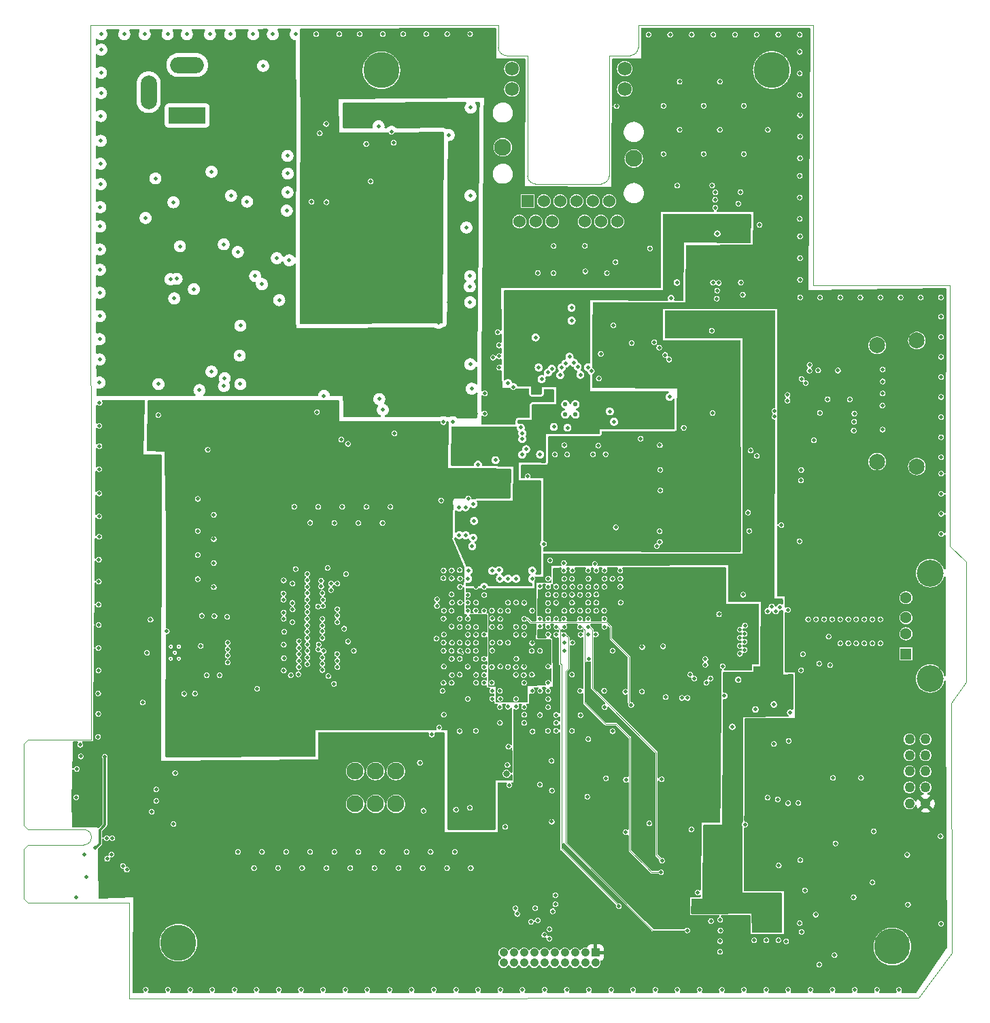
<source format=gbr>
G04 #@! TF.GenerationSoftware,KiCad,Pcbnew,(7.0.0)*
G04 #@! TF.CreationDate,2024-09-24T23:13:17+02:00*
G04 #@! TF.ProjectId,FPGA_dev_board,46504741-5f64-4657-965f-626f6172642e,rev?*
G04 #@! TF.SameCoordinates,Original*
G04 #@! TF.FileFunction,Copper,L5,Inr*
G04 #@! TF.FilePolarity,Positive*
%FSLAX46Y46*%
G04 Gerber Fmt 4.6, Leading zero omitted, Abs format (unit mm)*
G04 Created by KiCad (PCBNEW (7.0.0)) date 2024-09-24 23:13:17*
%MOMM*%
%LPD*%
G01*
G04 APERTURE LIST*
G04 #@! TA.AperFunction,ComponentPad*
%ADD10C,4.500000*%
G04 #@! TD*
G04 #@! TA.AperFunction,ComponentPad*
%ADD11C,0.300000*%
G04 #@! TD*
G04 #@! TA.AperFunction,ComponentPad*
%ADD12C,2.100000*%
G04 #@! TD*
G04 #@! TA.AperFunction,ComponentPad*
%ADD13R,1.530000X1.530000*%
G04 #@! TD*
G04 #@! TA.AperFunction,ComponentPad*
%ADD14C,1.530000*%
G04 #@! TD*
G04 #@! TA.AperFunction,ComponentPad*
%ADD15C,1.725000*%
G04 #@! TD*
G04 #@! TA.AperFunction,ComponentPad*
%ADD16R,4.600000X2.000000*%
G04 #@! TD*
G04 #@! TA.AperFunction,ComponentPad*
%ADD17O,4.200000X2.000000*%
G04 #@! TD*
G04 #@! TA.AperFunction,ComponentPad*
%ADD18O,2.000000X4.200000*%
G04 #@! TD*
G04 #@! TA.AperFunction,ComponentPad*
%ADD19R,1.060000X1.060000*%
G04 #@! TD*
G04 #@! TA.AperFunction,ComponentPad*
%ADD20C,1.060000*%
G04 #@! TD*
G04 #@! TA.AperFunction,ComponentPad*
%ADD21C,1.995000*%
G04 #@! TD*
G04 #@! TA.AperFunction,ComponentPad*
%ADD22C,1.270000*%
G04 #@! TD*
G04 #@! TA.AperFunction,ComponentPad*
%ADD23R,1.428000X1.428000*%
G04 #@! TD*
G04 #@! TA.AperFunction,ComponentPad*
%ADD24C,1.428000*%
G04 #@! TD*
G04 #@! TA.AperFunction,ComponentPad*
%ADD25C,3.346000*%
G04 #@! TD*
G04 #@! TA.AperFunction,ComponentPad*
%ADD26C,0.550000*%
G04 #@! TD*
G04 #@! TA.AperFunction,ViaPad*
%ADD27C,0.500000*%
G04 #@! TD*
G04 #@! TA.AperFunction,ViaPad*
%ADD28C,0.800000*%
G04 #@! TD*
G04 #@! TA.AperFunction,Conductor*
%ADD29C,0.350000*%
G04 #@! TD*
G04 #@! TA.AperFunction,Conductor*
%ADD30C,0.100000*%
G04 #@! TD*
G04 #@! TA.AperFunction,Conductor*
%ADD31C,0.150000*%
G04 #@! TD*
G04 #@! TA.AperFunction,Profile*
%ADD32C,0.100000*%
G04 #@! TD*
G04 #@! TA.AperFunction,Profile*
%ADD33C,0.010000*%
G04 #@! TD*
G04 APERTURE END LIST*
D10*
X81640000Y-125240000D03*
D11*
X55420000Y-198590000D03*
X56420000Y-198590000D03*
X55920000Y-197840000D03*
X55420000Y-197090000D03*
X56420000Y-197090000D03*
D12*
X78370000Y-212590000D03*
X80910000Y-212590000D03*
X83450000Y-212590000D03*
D13*
X99833999Y-141559999D03*
D14*
X101866000Y-141560000D03*
X103898000Y-141560000D03*
X105930000Y-141560000D03*
X107962000Y-141560000D03*
X109994000Y-141560000D03*
X98818000Y-144100000D03*
X100850000Y-144100000D03*
X102882000Y-144100000D03*
X106946000Y-144100000D03*
X108978000Y-144100000D03*
X111010000Y-144100000D03*
D15*
X97889000Y-127590000D03*
X97889000Y-125050000D03*
X111939000Y-127590000D03*
X111939000Y-125050000D03*
D12*
X113069000Y-136230000D03*
X96759000Y-134830000D03*
D16*
X57459999Y-130879999D03*
D17*
X57459999Y-124579999D03*
D18*
X52659999Y-127979999D03*
D10*
X56360000Y-233980000D03*
D19*
X108279999Y-235229999D03*
D20*
X108280000Y-236500000D03*
X107010000Y-235230000D03*
X107010000Y-236500000D03*
X105740000Y-235230000D03*
X105740000Y-236500000D03*
X104470000Y-235230000D03*
X104470000Y-236500000D03*
X103200000Y-235230000D03*
X103200000Y-236500000D03*
X101930000Y-235230000D03*
X101930000Y-236500000D03*
X100660000Y-235230000D03*
X100660000Y-236500000D03*
X99390000Y-235230000D03*
X99390000Y-236500000D03*
X98120000Y-235230000D03*
X98120000Y-236500000D03*
X96850000Y-235230000D03*
X96850000Y-236500000D03*
D21*
X143370000Y-174020000D03*
X143370000Y-159520000D03*
X148320000Y-174620000D03*
X148320000Y-158920000D03*
D22*
X149400000Y-216620000D03*
X149400000Y-214620001D03*
X149400000Y-212620000D03*
X149400000Y-210619999D03*
X149400000Y-208620001D03*
X147399999Y-216620000D03*
X147399999Y-214620001D03*
X147399999Y-212620000D03*
X147399999Y-210619999D03*
X147399999Y-208620001D03*
D10*
X145270000Y-234470000D03*
D23*
X146969999Y-197979999D03*
D24*
X146970000Y-195480000D03*
X146970000Y-193480000D03*
X146970000Y-190980000D03*
D25*
X149970000Y-201050000D03*
X149970000Y-187910000D03*
D12*
X78370000Y-216680000D03*
X80910000Y-216680000D03*
X83450000Y-216680000D03*
D10*
X130270000Y-125210000D03*
D26*
X105795000Y-166885000D03*
X105795000Y-168135000D03*
X104545000Y-166885000D03*
X104545000Y-168135000D03*
D27*
X95407000Y-201600000D03*
X95432000Y-193575000D03*
X99407000Y-195600000D03*
X100382000Y-197625000D03*
X83270000Y-170510000D03*
X96432000Y-203575000D03*
X76650000Y-171260000D03*
X94444500Y-190637500D03*
X96432000Y-199575000D03*
X96432000Y-194625000D03*
X99382000Y-200625000D03*
X97407000Y-192600000D03*
X89070000Y-178860000D03*
X92470000Y-178610000D03*
X98400000Y-203610000D03*
X96307500Y-187560000D03*
X98432000Y-191575000D03*
X98407000Y-195600000D03*
X131070000Y-233680000D03*
X79780000Y-179670000D03*
X79750000Y-134420000D03*
X46760000Y-120740000D03*
X66910000Y-124690000D03*
X81780000Y-222670000D03*
X109620000Y-213490000D03*
X78780000Y-222670000D03*
X92700000Y-120740000D03*
X46660000Y-136900000D03*
X99432000Y-205575000D03*
X146102659Y-239860000D03*
X122984284Y-120810000D03*
X110432000Y-207625000D03*
X102407000Y-201600000D03*
X144060000Y-165540000D03*
X133770000Y-151340000D03*
X58990000Y-165110000D03*
X69502324Y-198512324D03*
X90407000Y-187575000D03*
X102432000Y-203625000D03*
X110420000Y-197590000D03*
X116240000Y-159800000D03*
X123480000Y-145600000D03*
X96432000Y-193650000D03*
X121040000Y-227740000D03*
X91382000Y-207625000D03*
X92950000Y-184560000D03*
X46620000Y-144700000D03*
X96130000Y-157900000D03*
X108210000Y-186790000D03*
X62450000Y-193370000D03*
X141780000Y-193670000D03*
X43647220Y-215858580D03*
X66105304Y-239860000D03*
X127450000Y-182660000D03*
X125675712Y-120810000D03*
X46550000Y-166690000D03*
X77780000Y-224670000D03*
X92700000Y-150890000D03*
X142810000Y-226460000D03*
X46590000Y-155890000D03*
X74810000Y-141680000D03*
X97450000Y-209560000D03*
X59160000Y-196990000D03*
X57829717Y-239860000D03*
X123860233Y-232471734D03*
X126920000Y-219250000D03*
X44930000Y-225790000D03*
X133960000Y-232640000D03*
X87220000Y-120740000D03*
X106432000Y-195600000D03*
X93407000Y-207575000D03*
X89407000Y-205575000D03*
X97407000Y-191600000D03*
X73754500Y-192076088D03*
X134130000Y-198030000D03*
X142780000Y-196670000D03*
X46690000Y-134030000D03*
X105387500Y-200577500D03*
X95432000Y-187625000D03*
X78950000Y-120740000D03*
X112010000Y-202720000D03*
X60780000Y-183670000D03*
X93190000Y-181410000D03*
X142780000Y-193670000D03*
X151280000Y-220730000D03*
X134390000Y-227450000D03*
X123780000Y-132670000D03*
X104410000Y-196590000D03*
X46570000Y-161290000D03*
X59270000Y-193240000D03*
X104407000Y-197600000D03*
X66770000Y-151900000D03*
X123690000Y-193050000D03*
X136291428Y-153560000D03*
X46590000Y-147570000D03*
X81780000Y-181670000D03*
X126780000Y-135670000D03*
X91432000Y-189630000D03*
X104432000Y-189625000D03*
X109382000Y-192575000D03*
X133770000Y-145957140D03*
X89370000Y-169106097D03*
X44620000Y-223000000D03*
X118490000Y-139630000D03*
X112080000Y-220210000D03*
X101130000Y-150490000D03*
X143780000Y-193670000D03*
X97407000Y-199600000D03*
X95432000Y-203575000D03*
X60020000Y-172550000D03*
X143780000Y-196670000D03*
X143795712Y-153560000D03*
X71780000Y-224670000D03*
X96300000Y-160890000D03*
X128220000Y-204900000D03*
X46560000Y-158760000D03*
X117490000Y-161310000D03*
X81820000Y-167550000D03*
X120292856Y-120810000D03*
X92720000Y-161880000D03*
X69440000Y-191230000D03*
X78220000Y-197610000D03*
X137780000Y-193670000D03*
X151360000Y-180531428D03*
X151330000Y-231620000D03*
X62820000Y-120740000D03*
X141372000Y-213448000D03*
X129580000Y-233690000D03*
X109432000Y-204625000D03*
X46640000Y-142300000D03*
X118517355Y-239860000D03*
X46760000Y-122670000D03*
X126690000Y-190610000D03*
X49630000Y-120740000D03*
X75780000Y-181670000D03*
X133750000Y-143780000D03*
X68863833Y-239860000D03*
X77470000Y-171810000D03*
X88173536Y-239860000D03*
X94444500Y-189637500D03*
X140450000Y-228330000D03*
X106407000Y-192600000D03*
X100419500Y-187612500D03*
X138180000Y-221610000D03*
X118780000Y-126670000D03*
X46730000Y-125540000D03*
X116320000Y-171980000D03*
X121780000Y-129670000D03*
X128070000Y-233690000D03*
X133750000Y-128340000D03*
X98382000Y-200600000D03*
X101966181Y-239860000D03*
X132550000Y-205290000D03*
X132310000Y-239860000D03*
X95432000Y-202600000D03*
X123400000Y-153710000D03*
X135068529Y-239860000D03*
X46520000Y-177990000D03*
X110530000Y-157030000D03*
X116727794Y-197046264D03*
X137510000Y-199400000D03*
X117050000Y-203380000D03*
X58290000Y-152520000D03*
X126070000Y-201210000D03*
X46500000Y-174960000D03*
X90930000Y-217400000D03*
X107483239Y-239860000D03*
X68130000Y-120740000D03*
X73780000Y-179670000D03*
X128730000Y-144520000D03*
X43717220Y-212328580D03*
X55380000Y-151290000D03*
X130540000Y-209220000D03*
X46410000Y-200050000D03*
X135720000Y-230490000D03*
X151340000Y-165975716D03*
X95850000Y-173840000D03*
X73530000Y-120740000D03*
X114120000Y-197130000D03*
X100407000Y-192600000D03*
X123820233Y-233791734D03*
X151340000Y-158471432D03*
X46670000Y-139430000D03*
X60780000Y-180670000D03*
X68920000Y-153880000D03*
X106407000Y-202600000D03*
X133750000Y-141088572D03*
X106432000Y-205625000D03*
X75365000Y-190030000D03*
X151360000Y-183032856D03*
X72415000Y-188830000D03*
X124034413Y-239860000D03*
X95410000Y-194600000D03*
X51920000Y-204050000D03*
X66184122Y-202325878D03*
X69440000Y-190455000D03*
X105070000Y-160960000D03*
X60780000Y-189670000D03*
X68780000Y-224670000D03*
X144070000Y-164030000D03*
X107432000Y-188625000D03*
X63780000Y-222670000D03*
X133750000Y-125648572D03*
X105320000Y-154840000D03*
X99432000Y-191625000D03*
X110241768Y-239860000D03*
X98432000Y-188600000D03*
X140585587Y-239860000D03*
X131058568Y-120810000D03*
X52460000Y-197860000D03*
X116780000Y-135670000D03*
X76780000Y-179670000D03*
X85415007Y-239860000D03*
X133750000Y-122957140D03*
X151360000Y-175528572D03*
X52900000Y-193730000D03*
X116780000Y-129670000D03*
X72950000Y-141640000D03*
X99407000Y-201600000D03*
X72780000Y-222670000D03*
X77139420Y-239860000D03*
X98070000Y-164730000D03*
X126650000Y-153210000D03*
X96290000Y-159530000D03*
X88490500Y-196085522D03*
X129780000Y-132670000D03*
X73639998Y-167850000D03*
X107419500Y-208612500D03*
X144070000Y-162530000D03*
X98407000Y-194600000D03*
X46540000Y-164160000D03*
X43627220Y-228318580D03*
X114910000Y-120810000D03*
X94500000Y-168040000D03*
X91432000Y-191600000D03*
X135780000Y-193670000D03*
X133770000Y-133528572D03*
X109382000Y-202575000D03*
X136250000Y-167950000D03*
X133770000Y-130837140D03*
X132060000Y-233810000D03*
X125340000Y-207070000D03*
X102430000Y-199583388D03*
X65690000Y-120740000D03*
X110830000Y-182220000D03*
X100457000Y-207650000D03*
X105330000Y-156450000D03*
X133790000Y-153560000D03*
X60290000Y-120740000D03*
X104724710Y-239860000D03*
X126090000Y-141860000D03*
X63760000Y-147890000D03*
X86780000Y-224670000D03*
X100432000Y-188625000D03*
X65780000Y-224670000D03*
X116990000Y-160730000D03*
X93680000Y-174410000D03*
X137330000Y-195840000D03*
X137827058Y-239860000D03*
X46490000Y-180860000D03*
X58780000Y-182670000D03*
X107444000Y-198611000D03*
X136150000Y-199190000D03*
X99870000Y-175870000D03*
X75780000Y-222670000D03*
X74380891Y-239860000D03*
X138780000Y-193670000D03*
X64090000Y-157070000D03*
X133770000Y-136220000D03*
X151300000Y-153560000D03*
X136160000Y-236720000D03*
X60780000Y-186670000D03*
X133750000Y-231540000D03*
X52160000Y-120740000D03*
X115960000Y-184530000D03*
X62040000Y-164590000D03*
X52312659Y-239860000D03*
X139970000Y-166270000D03*
X133910000Y-200020000D03*
X147220000Y-229230000D03*
X142950000Y-220100000D03*
X104380000Y-186680000D03*
X55071188Y-239860000D03*
X46500000Y-183390000D03*
X98457000Y-198575000D03*
X128367140Y-120810000D03*
X151340000Y-173480000D03*
X147130000Y-223040000D03*
X58780000Y-178670000D03*
X69490000Y-196830000D03*
X96420000Y-206590000D03*
X129551471Y-239860000D03*
X74760000Y-131930000D03*
X90932065Y-239860000D03*
X76400000Y-120740000D03*
X96420000Y-196560000D03*
X93080000Y-183530000D03*
X90390000Y-197605000D03*
X137200000Y-166250000D03*
X123220000Y-142370000D03*
X124136100Y-199520000D03*
X46390000Y-205450000D03*
X122680000Y-231290000D03*
X139780000Y-193670000D03*
X136780000Y-193670000D03*
X60860000Y-193290000D03*
X138500000Y-162670000D03*
X139780000Y-196670000D03*
X66780000Y-222670000D03*
X46360000Y-208320000D03*
X98382000Y-199625000D03*
X64079904Y-164357712D03*
X151340000Y-170978572D03*
X46710000Y-130940000D03*
X133750000Y-138397140D03*
X122780000Y-157699000D03*
X92780000Y-224670000D03*
X46570000Y-152970000D03*
X74821644Y-224669844D03*
X151340000Y-155970000D03*
X140780000Y-196670000D03*
X138780000Y-196670000D03*
X141294284Y-153560000D03*
X146297140Y-153560000D03*
X124350000Y-203210000D03*
X73829500Y-196829500D03*
X144060000Y-170030000D03*
X138792856Y-153560000D03*
X46380000Y-202920000D03*
X55750000Y-141690000D03*
X103382000Y-193625000D03*
X80310000Y-139100000D03*
X64920000Y-141610000D03*
X94540000Y-165510000D03*
X143344116Y-239860000D03*
X91407000Y-187550000D03*
X46530000Y-172090000D03*
X141780000Y-196670000D03*
X97350000Y-211850000D03*
X121780000Y-135670000D03*
X57070000Y-202970000D03*
X92670000Y-217180000D03*
X137880000Y-213448000D03*
X123830000Y-231120000D03*
X103070000Y-150520000D03*
X131130000Y-224360000D03*
X69490000Y-200055000D03*
X62010000Y-146930000D03*
X151340000Y-160972860D03*
X132360000Y-208830000D03*
X82780000Y-179670000D03*
X82656478Y-239860000D03*
X46460000Y-188990000D03*
X55030000Y-120740000D03*
X122880000Y-167970000D03*
X60588246Y-239860000D03*
X87780000Y-222670000D03*
X101370000Y-189590000D03*
X58780000Y-185670000D03*
X102650000Y-186340000D03*
X93407000Y-196600000D03*
X148798568Y-153560000D03*
X96340000Y-162320000D03*
X46600000Y-150100000D03*
X104420000Y-171980000D03*
X90390000Y-192590000D03*
X126792942Y-239860000D03*
X90780000Y-222670000D03*
X65930000Y-150890000D03*
X69860000Y-142730000D03*
X96407000Y-202600000D03*
X58420000Y-202930000D03*
X71000000Y-120740000D03*
X136040000Y-162660000D03*
X92770000Y-129900000D03*
X76165000Y-194030000D03*
X46430000Y-191860000D03*
X90540000Y-169096097D03*
X89821644Y-224669844D03*
X92720000Y-140860000D03*
X74490000Y-165830002D03*
X69780000Y-222670000D03*
X100407000Y-202600000D03*
X71622362Y-239860000D03*
X111394500Y-187612500D03*
X53860000Y-168230000D03*
X80780000Y-224670000D03*
X81820000Y-120740000D03*
X123820233Y-235131734D03*
X97072400Y-219550500D03*
X57420000Y-120740000D03*
X70565000Y-194030000D03*
X95407000Y-199600000D03*
X84350000Y-120740000D03*
X118780000Y-132670000D03*
X83180000Y-134290000D03*
X151340000Y-168477144D03*
X101382000Y-193625000D03*
X58780000Y-188670000D03*
X62920000Y-140870000D03*
X46520000Y-169560000D03*
X103407000Y-206600000D03*
X123780000Y-126670000D03*
X63996200Y-160810000D03*
X69490000Y-188830000D03*
X115758826Y-239860000D03*
X151360000Y-178030000D03*
X114090000Y-202690000D03*
X101230000Y-162290000D03*
X133770000Y-148648572D03*
X63346775Y-239860000D03*
X53890000Y-164350000D03*
X78780000Y-181670000D03*
X100407000Y-196625000D03*
X112810000Y-159250000D03*
X113000297Y-239860000D03*
X91432000Y-188590000D03*
X109720000Y-150540000D03*
X72794713Y-181642756D03*
X69490000Y-192830000D03*
X69990000Y-138120000D03*
X134780000Y-193670000D03*
X77240000Y-188030000D03*
X115630000Y-159140000D03*
X56140000Y-151240000D03*
X59890000Y-200650000D03*
X93110000Y-179300000D03*
X46440000Y-194390000D03*
X133800000Y-223690000D03*
X140780000Y-193670000D03*
X99394000Y-199586000D03*
X126780000Y-129670000D03*
X144020000Y-167030000D03*
X79897949Y-239860000D03*
X46470000Y-186260000D03*
X99432000Y-194625000D03*
X107030000Y-150310000D03*
X117710000Y-153629000D03*
X108960000Y-160600000D03*
X112090000Y-213660000D03*
X89830000Y-120740000D03*
X69950000Y-135910000D03*
X70794713Y-179642756D03*
X121275884Y-239860000D03*
X93430000Y-191590000D03*
X61500000Y-200640000D03*
X138070000Y-235550000D03*
X75750500Y-201725521D03*
X84780000Y-222670000D03*
X97407000Y-196600000D03*
X92432000Y-190625000D03*
X100840000Y-158540000D03*
X118440000Y-151709000D03*
X109408500Y-194601500D03*
X92407000Y-203600000D03*
X46410000Y-197260000D03*
X46740000Y-128070000D03*
X131450000Y-181940000D03*
X69950000Y-140450000D03*
X73980000Y-133110000D03*
X130520000Y-204290000D03*
X151340000Y-163474288D03*
X117601428Y-120810000D03*
X133750000Y-120810000D03*
X83780000Y-224670000D03*
X120240000Y-219870000D03*
X128630000Y-200230000D03*
X121370000Y-230090000D03*
X128690000Y-155529000D03*
X108810000Y-186559500D03*
X122190000Y-220360000D03*
X128060000Y-230660000D03*
X101382000Y-196625000D03*
X99400000Y-202580000D03*
X98432500Y-196632500D03*
X127370000Y-191120000D03*
X117700000Y-156919000D03*
X100407000Y-195575000D03*
X101361921Y-188633502D03*
X120730000Y-156959000D03*
X129520000Y-230680000D03*
X100419500Y-198612500D03*
X123030000Y-155729000D03*
X100432000Y-191600000D03*
X132080000Y-200990000D03*
X78760000Y-165680000D03*
X90450000Y-143860000D03*
X58690000Y-163800000D03*
X69410000Y-160860000D03*
D28*
X49000000Y-140660000D03*
D27*
X69450000Y-157130000D03*
X79030000Y-163510000D03*
X122930000Y-151719000D03*
X123190000Y-141380000D03*
X123450000Y-152699000D03*
X69450000Y-164360000D03*
X122840000Y-139620000D03*
X135500000Y-171370000D03*
D28*
X48980000Y-138700000D03*
D27*
X53130000Y-153680000D03*
X76920000Y-163480000D03*
X77980000Y-130410000D03*
X89580000Y-164910000D03*
X57100000Y-162820000D03*
X79950000Y-166270000D03*
X90000000Y-154170000D03*
D28*
X48960000Y-142470000D03*
D27*
X92875000Y-133315000D03*
X58440000Y-150970000D03*
X88950000Y-147420000D03*
X119050000Y-192280000D03*
X111270000Y-219580000D03*
X121850000Y-231200000D03*
X121420000Y-176990000D03*
X137070000Y-168570000D03*
X114120000Y-182270000D03*
X136570000Y-170650000D03*
X103432000Y-201600000D03*
X111280000Y-211020000D03*
X102610000Y-175050000D03*
X106920000Y-172130000D03*
X116340000Y-175890000D03*
X131870000Y-186230000D03*
X106432000Y-191575000D03*
X119400000Y-160730000D03*
X146040000Y-220120000D03*
X103970000Y-174980000D03*
X107166847Y-175888173D03*
X136220000Y-220750000D03*
X131460000Y-178610000D03*
X121290000Y-163740000D03*
X108770000Y-175520000D03*
X102407000Y-206600000D03*
X96725000Y-149790000D03*
X109407000Y-207600000D03*
X119110000Y-189950000D03*
X109432000Y-199625000D03*
X114690000Y-198380000D03*
X121040000Y-225870000D03*
X106394500Y-208587500D03*
X91350000Y-124590000D03*
X102750000Y-165290000D03*
X105330000Y-214590000D03*
X116150000Y-204430000D03*
X101407000Y-192600000D03*
X94890000Y-166410000D03*
X127020000Y-233760000D03*
X137100000Y-230490000D03*
X126510500Y-192160000D03*
X43470000Y-216919080D03*
X113880000Y-172150000D03*
X103369500Y-199587500D03*
X105407000Y-197600000D03*
X106388500Y-187601500D03*
X132580000Y-177660000D03*
X139230000Y-231380000D03*
X97460000Y-215380000D03*
X98432000Y-206625000D03*
X111710000Y-198320000D03*
X101407000Y-203600000D03*
X113810000Y-149780000D03*
X108407000Y-194600000D03*
X137130000Y-171540000D03*
X125490000Y-198540000D03*
X76980000Y-208860000D03*
X84990000Y-136540000D03*
X108407000Y-204600000D03*
X110432000Y-192625000D03*
X109432000Y-190600000D03*
X111760000Y-170550000D03*
X128020000Y-219270000D03*
X109382000Y-197575000D03*
X118700000Y-200410000D03*
X43440000Y-218090000D03*
X103400000Y-188560000D03*
X118420000Y-184800000D03*
X49950000Y-200220000D03*
X110432000Y-202625000D03*
X74000000Y-136590000D03*
X86440000Y-215230000D03*
X105382000Y-205575000D03*
X99800000Y-167990000D03*
X105407000Y-195575000D03*
X89000000Y-137380000D03*
X127080000Y-235140000D03*
X89070000Y-211730000D03*
X88730000Y-156710000D03*
X127070000Y-232440000D03*
X76990000Y-137160000D03*
X136230000Y-223080000D03*
X106432000Y-201575000D03*
X102883485Y-210012077D03*
X103432000Y-192575000D03*
X127100000Y-231120000D03*
X100570000Y-174970000D03*
X133580000Y-200990000D03*
X134230000Y-195830000D03*
X116350000Y-181350000D03*
X49640000Y-196790000D03*
X44200000Y-210760000D03*
X46030000Y-222110000D03*
X47220000Y-210810000D03*
X60500000Y-137890000D03*
X55850000Y-153680000D03*
X68620000Y-148660000D03*
X70160000Y-148930000D03*
X95407000Y-204600000D03*
X62800000Y-169370000D03*
X91407000Y-192600000D03*
X92920000Y-218440000D03*
X94382000Y-202575000D03*
X69465000Y-189630000D03*
X69527500Y-197630000D03*
X94432000Y-194625000D03*
X77215000Y-197630000D03*
X69490000Y-192030000D03*
X53870000Y-171700000D03*
X76165000Y-194830000D03*
X91407000Y-203600000D03*
X75765000Y-187280000D03*
X91407000Y-195600000D03*
X92407000Y-198600000D03*
X78650000Y-198070500D03*
X70565000Y-193230000D03*
X56870000Y-171670000D03*
X89440000Y-189630000D03*
X91407000Y-206600000D03*
X55690000Y-202860000D03*
X69490000Y-199230000D03*
X70565000Y-194830000D03*
X77310000Y-193580000D03*
X92420000Y-209610000D03*
X89390000Y-200580000D03*
X96350000Y-207640000D03*
X61470000Y-197240000D03*
X69490000Y-188030000D03*
X78194479Y-191229500D03*
X64880000Y-170650000D03*
X100075715Y-186239500D03*
X102720000Y-167280000D03*
X109710000Y-169270000D03*
X100350000Y-157880000D03*
X100740000Y-165240000D03*
X98030000Y-163530000D03*
X116250000Y-167200000D03*
X126920000Y-145030000D03*
X102380000Y-160170000D03*
X126740000Y-143640000D03*
X117710000Y-145510000D03*
X101820000Y-171780000D03*
X106950000Y-169840000D03*
X120710000Y-146220000D03*
X100200000Y-171190000D03*
X93400000Y-189610000D03*
X95407000Y-188600000D03*
X97420000Y-163270000D03*
X99432000Y-188625000D03*
X54930000Y-195180000D03*
X69490000Y-193605000D03*
X77480000Y-196450000D03*
X62490000Y-196600000D03*
X62490000Y-199060000D03*
X62490000Y-198190000D03*
X62490000Y-197390000D03*
X92130000Y-183200000D03*
X92432000Y-188625000D03*
X92120000Y-179720000D03*
X49449732Y-224401092D03*
X91340000Y-183190000D03*
X92502000Y-187610000D03*
X91330000Y-179740000D03*
X49944708Y-224896068D03*
X110080000Y-167760000D03*
X117530000Y-165970000D03*
X106990000Y-147120000D03*
X103100000Y-147150000D03*
X108710000Y-163670000D03*
X101600000Y-163740000D03*
X103910853Y-163238917D03*
X106420000Y-163190609D03*
X116370000Y-175040000D03*
X102407000Y-188600000D03*
X104407000Y-188625000D03*
X116390000Y-177600000D03*
X105407000Y-187600000D03*
X116300000Y-182700000D03*
X116320000Y-184020000D03*
X105382000Y-188625000D03*
X102407000Y-189625000D03*
X133710000Y-183940000D03*
X133910000Y-176370000D03*
X104382000Y-187600000D03*
X44137220Y-209318580D03*
X107280000Y-215780000D03*
X102394500Y-202587500D03*
X55960000Y-212850000D03*
X132300000Y-216600000D03*
X131000000Y-216120000D03*
X102419500Y-204612500D03*
X102860000Y-218890000D03*
X55770000Y-219190000D03*
X129720000Y-215910000D03*
X53597220Y-214888580D03*
X97570000Y-214350000D03*
X101420500Y-202593139D03*
X53047220Y-217668580D03*
X102407000Y-193600000D03*
X102870000Y-215030000D03*
X48022386Y-223003414D03*
X94432000Y-192625000D03*
X95407000Y-192600000D03*
X47492054Y-223533746D03*
X96407000Y-188600000D03*
X48137220Y-220958580D03*
X47437220Y-220958580D03*
X97407000Y-188600000D03*
X133580000Y-216570000D03*
X53597220Y-216308580D03*
X101407000Y-205600000D03*
X102840000Y-211330000D03*
X107845269Y-162755984D03*
X105603285Y-161696560D03*
X107364435Y-162275150D03*
X106084119Y-162177394D03*
X97420000Y-164240000D03*
X95570000Y-161060000D03*
X110790000Y-149150000D03*
X115090000Y-147450000D03*
X110910000Y-129730000D03*
X104090487Y-162284697D03*
X104571321Y-161803863D03*
X102867295Y-162446461D03*
X102386461Y-162927295D03*
X119060000Y-203480000D03*
X134960000Y-161980000D03*
X102382000Y-194600000D03*
X121990000Y-199340000D03*
X130587967Y-167719859D03*
X107432000Y-195600000D03*
X108357000Y-195550000D03*
X130587967Y-168419859D03*
X121990000Y-198640000D03*
X127300000Y-180370000D03*
X140540000Y-168020000D03*
X105407000Y-196600000D03*
X140510000Y-169040000D03*
X127630000Y-172650000D03*
X106369500Y-193637500D03*
X140460000Y-170150000D03*
X128400000Y-173320000D03*
X107369500Y-193637500D03*
X105382000Y-207575000D03*
X102590000Y-232300000D03*
X102560000Y-233480000D03*
X103310000Y-229200000D03*
X101930000Y-233020000D03*
X100280000Y-231390000D03*
X102382000Y-207575000D03*
X103320000Y-228060000D03*
X96449123Y-239860000D03*
X99207652Y-239860000D03*
X93690594Y-239860000D03*
X103407000Y-205603000D03*
X103382000Y-207575000D03*
X102980000Y-230070000D03*
X101130000Y-231200000D03*
X98340000Y-229710000D03*
X98550000Y-230400000D03*
X100800000Y-229670000D03*
X101421000Y-194586000D03*
X134950000Y-162680000D03*
X119760000Y-203480000D03*
X122631799Y-201041467D03*
X133954834Y-163694834D03*
X104382000Y-193625000D03*
X104407000Y-194600000D03*
X134485166Y-164225166D03*
X122101467Y-201571799D03*
X92230000Y-144840000D03*
X123650000Y-151750000D03*
X92650000Y-152180000D03*
X92690000Y-154160000D03*
X123230000Y-140450000D03*
X60490000Y-162790000D03*
X90030000Y-133310000D03*
X116550000Y-213630000D03*
X101390000Y-214280000D03*
X115010000Y-219130000D03*
X99432000Y-193625000D03*
X112760000Y-204360000D03*
X81380000Y-166220000D03*
X52280000Y-143650000D03*
X56560000Y-147180000D03*
X126400000Y-151700000D03*
X126360000Y-140420000D03*
X62130000Y-163620000D03*
X53510000Y-138720000D03*
X82910000Y-132920000D03*
X72440000Y-197630000D03*
X95420000Y-197560000D03*
X90415000Y-200605000D03*
X74315000Y-198455000D03*
X93407000Y-198600000D03*
X72440000Y-198430000D03*
X71365000Y-198030000D03*
X94407000Y-199600000D03*
X90407000Y-201600000D03*
X76165000Y-198830000D03*
X95440000Y-196577000D03*
X71365000Y-198830000D03*
X76165000Y-199630000D03*
X92395000Y-199580000D03*
X71365000Y-199630000D03*
X89250000Y-202590000D03*
X94440000Y-200605000D03*
X75040000Y-200760000D03*
X72415000Y-199255000D03*
X94430000Y-198600000D03*
X74315000Y-196030000D03*
X93394500Y-197587500D03*
X89394500Y-201612500D03*
X74315000Y-199230000D03*
X74440000Y-197630500D03*
X89407000Y-199575000D03*
X71290000Y-200520000D03*
X90407000Y-198600000D03*
X74315000Y-200005000D03*
X94432000Y-201600000D03*
X71365000Y-197230000D03*
X94419500Y-195587500D03*
X91415000Y-200555000D03*
X76140000Y-198005000D03*
X91420000Y-198590000D03*
X72440000Y-196830000D03*
X91432000Y-197625000D03*
X77020000Y-194850000D03*
X70360000Y-200650000D03*
X93382500Y-192605000D03*
X71365000Y-196430000D03*
X72390000Y-194430000D03*
X89394500Y-197587500D03*
X72390000Y-195230000D03*
X92432000Y-197600000D03*
X92432000Y-195600000D03*
X72415000Y-196030000D03*
X69540000Y-195230000D03*
X92407000Y-196625000D03*
X108407000Y-189600000D03*
X110610000Y-169050000D03*
X108394500Y-191612500D03*
X107990000Y-173110000D03*
X103382000Y-191625000D03*
X101910000Y-184290000D03*
X107382000Y-192600000D03*
X113920000Y-171160000D03*
X104394500Y-190637500D03*
X104790000Y-173130000D03*
X96432000Y-192625000D03*
X103369500Y-190637500D03*
X103250000Y-173130000D03*
X105394500Y-190612500D03*
X101400000Y-173130000D03*
X105394500Y-191612500D03*
X99160000Y-173150000D03*
X109560000Y-173100000D03*
X106394500Y-189612500D03*
X133930000Y-175050000D03*
X101407000Y-197600000D03*
X105408500Y-189598500D03*
X100400000Y-200590000D03*
X86440000Y-211550000D03*
X88820000Y-207160000D03*
X96407000Y-204600000D03*
X116580000Y-223750000D03*
X107382000Y-194625000D03*
X106382000Y-194650000D03*
X116470000Y-225220000D03*
X119740000Y-232450000D03*
X104382000Y-195625000D03*
X103446000Y-194614000D03*
X111220000Y-229430000D03*
X74360000Y-192030000D03*
X93432000Y-195600000D03*
X91419500Y-193587500D03*
X72415000Y-191230000D03*
X93440000Y-200605000D03*
X74293434Y-194480000D03*
X74293434Y-195180000D03*
X93440000Y-201575500D03*
X74315000Y-193630000D03*
X91419500Y-194612500D03*
X92444500Y-194637500D03*
X70590000Y-192455000D03*
X75370000Y-189230000D03*
X92400000Y-191590000D03*
X89394500Y-193587500D03*
X74315000Y-190430000D03*
X90394500Y-194587500D03*
X74381811Y-191230000D03*
X72440000Y-190430000D03*
X89419500Y-192587500D03*
X89419500Y-195587500D03*
X76160000Y-192420000D03*
X92419500Y-193587500D03*
X70565000Y-191630000D03*
X89394500Y-196587500D03*
X76165000Y-193230000D03*
X72390000Y-193630500D03*
X93432000Y-194625000D03*
X92432000Y-192625000D03*
X70965000Y-187405000D03*
X74940000Y-187280000D03*
X90407000Y-188575000D03*
X74152875Y-188880000D03*
X88557000Y-191200000D03*
X88557000Y-192000000D03*
X74152875Y-189580000D03*
X70570000Y-189230000D03*
X90394500Y-190562500D03*
X89365000Y-188555000D03*
X72390000Y-189630000D03*
X89394500Y-187587500D03*
X72415000Y-188030000D03*
X76170000Y-189230000D03*
X90426000Y-191591000D03*
X120112512Y-200562512D03*
X132215194Y-165717338D03*
X103407000Y-195600000D03*
X132215194Y-166417338D03*
X102432000Y-195575000D03*
X120607488Y-201057488D03*
X102394500Y-191637500D03*
X99670000Y-172470000D03*
X102382000Y-192625000D03*
X97432000Y-204575000D03*
X87930000Y-208050000D03*
X102407000Y-190600000D03*
X98995000Y-169785000D03*
X103120000Y-169700000D03*
X103410000Y-189600000D03*
X98432000Y-204575000D03*
X99407000Y-204600000D03*
X104432000Y-192625000D03*
X99190000Y-171220000D03*
X129760000Y-192650000D03*
X106382000Y-190625000D03*
X99190000Y-170480000D03*
X105407000Y-192600000D03*
X86890000Y-217540000D03*
X81290000Y-132210000D03*
X92900000Y-164930000D03*
X126880000Y-195480000D03*
X111407000Y-189600000D03*
X107407000Y-189625000D03*
X104810000Y-169790000D03*
X119290000Y-169800000D03*
X107394500Y-191612500D03*
X126290000Y-196000000D03*
X109407000Y-189600000D03*
X107432000Y-190625000D03*
X108630000Y-172020000D03*
X108407000Y-190600000D03*
X126870000Y-196470000D03*
X99432000Y-206600000D03*
D28*
X97240000Y-212930000D03*
D27*
X110407000Y-188625000D03*
X126300000Y-194970000D03*
X126910000Y-194460000D03*
X111407000Y-188600000D03*
X109407000Y-193600000D03*
X126300000Y-197970000D03*
X108382000Y-192600000D03*
X126870000Y-197480000D03*
X111432000Y-191600000D03*
X126270000Y-196980000D03*
X109432000Y-188600000D03*
X130260000Y-192130000D03*
X130750000Y-192650000D03*
X109432000Y-187575000D03*
X108407000Y-187575000D03*
X131260000Y-192160000D03*
X107407000Y-187575000D03*
X132270000Y-192490000D03*
X72421858Y-192780000D03*
X90419500Y-196612500D03*
X91407000Y-196575000D03*
X72421858Y-192080000D03*
X73790000Y-197430000D03*
D29*
X46590000Y-221620000D02*
X46090000Y-222120000D01*
X46590000Y-219920000D02*
X46590000Y-219930000D01*
X46840000Y-219670000D02*
X46590000Y-219920000D01*
X47220000Y-219290000D02*
X46840000Y-219670000D01*
X46590000Y-219930000D02*
X46590000Y-221620000D01*
X47220000Y-210810000D02*
X47220000Y-219290000D01*
D30*
X112490000Y-198350000D02*
X112490000Y-204090000D01*
X112490000Y-204090000D02*
X112760000Y-204360000D01*
X99432000Y-193625000D02*
X99845000Y-193625000D01*
X110210000Y-196070000D02*
X112490000Y-198350000D01*
X108660000Y-194080000D02*
X109670000Y-194080000D01*
X110210000Y-194620000D02*
X110210000Y-196070000D01*
X109670000Y-194080000D02*
X110210000Y-194620000D01*
X99845000Y-193625000D02*
X100230000Y-194010000D01*
X100230000Y-194010000D02*
X100300000Y-194080000D01*
X100300000Y-194080000D02*
X101700000Y-194080000D01*
X108660000Y-194080000D02*
X108720000Y-194080000D01*
X101700000Y-194080000D02*
X108660000Y-194080000D01*
D31*
X91432000Y-197625000D02*
X91719500Y-197912500D01*
D30*
X115890000Y-217290000D02*
X115890000Y-223040000D01*
X108810000Y-203190000D02*
X115890000Y-210270000D01*
X107900000Y-194960000D02*
X107910000Y-194960000D01*
X115890000Y-223040000D02*
X116600000Y-223750000D01*
X107382000Y-194625000D02*
X107565000Y-194625000D01*
X107910000Y-195830000D02*
X107910000Y-202290000D01*
X107910000Y-194960000D02*
X107910000Y-195830000D01*
X115890000Y-210270000D02*
X115890000Y-217290000D01*
X107565000Y-194625000D02*
X107840000Y-194900000D01*
X107840000Y-194900000D02*
X107900000Y-194960000D01*
X107910000Y-202290000D02*
X108810000Y-203190000D01*
X115290000Y-225210000D02*
X116480000Y-225210000D01*
X106630000Y-194650000D02*
X106830000Y-194850000D01*
X110870000Y-206740000D02*
X112530000Y-208400000D01*
X112530000Y-208400000D02*
X112590000Y-208400000D01*
X112590000Y-222510000D02*
X114640000Y-224560000D01*
X106382000Y-194650000D02*
X106630000Y-194650000D01*
X112590000Y-208400000D02*
X112590000Y-222510000D01*
X106830000Y-194850000D02*
X106940000Y-194960000D01*
X106940000Y-195830000D02*
X106940000Y-204120000D01*
X107690000Y-204870000D02*
X109560000Y-206740000D01*
X114640000Y-224560000D02*
X115290000Y-225210000D01*
X106940000Y-204120000D02*
X107690000Y-204870000D01*
X109560000Y-206740000D02*
X110870000Y-206740000D01*
X106940000Y-194960000D02*
X106940000Y-195830000D01*
X104920000Y-199810000D02*
X104580000Y-200150000D01*
X115460000Y-232450000D02*
X119740000Y-232450000D01*
X104615000Y-195625000D02*
X104920000Y-195930000D01*
X104580000Y-221570000D02*
X115460000Y-232450000D01*
X104920000Y-195930000D02*
X104920000Y-199810000D01*
X104382000Y-195625000D02*
X104615000Y-195625000D01*
X104580000Y-200150000D02*
X104580000Y-221570000D01*
X103554000Y-194614000D02*
X103890000Y-194950000D01*
X104050000Y-222270000D02*
X111250000Y-229470000D01*
X104050000Y-199330000D02*
X104050000Y-222270000D01*
X103446000Y-194614000D02*
X103554000Y-194614000D01*
X103890000Y-199170000D02*
X104050000Y-199330000D01*
X103890000Y-194950000D02*
X103890000Y-199170000D01*
G04 #@! TA.AperFunction,Conductor*
G36*
X70344702Y-120076372D02*
G01*
X70373330Y-120087428D01*
X70398365Y-120105177D01*
X70418275Y-120128530D01*
X70431839Y-120156058D01*
X70438228Y-120186074D01*
X70437050Y-120216739D01*
X70428377Y-120246177D01*
X70412740Y-120272582D01*
X70385152Y-120308223D01*
X70385139Y-120308240D01*
X70383226Y-120310713D01*
X70381579Y-120313354D01*
X70381568Y-120313371D01*
X70344616Y-120372655D01*
X70344609Y-120372666D01*
X70342960Y-120375313D01*
X70341585Y-120378115D01*
X70341580Y-120378125D01*
X70310817Y-120440840D01*
X70309436Y-120443656D01*
X70308351Y-120446583D01*
X70308343Y-120446604D01*
X70284089Y-120512095D01*
X70282999Y-120515039D01*
X70282218Y-120518054D01*
X70282214Y-120518068D01*
X70264706Y-120585690D01*
X70263919Y-120588731D01*
X70263444Y-120591826D01*
X70263442Y-120591840D01*
X70252869Y-120660859D01*
X70252868Y-120660868D01*
X70252392Y-120663976D01*
X70248536Y-120740000D01*
X70252392Y-120816024D01*
X70252868Y-120819133D01*
X70252869Y-120819140D01*
X70263442Y-120888159D01*
X70263444Y-120888169D01*
X70263919Y-120891269D01*
X70282999Y-120964961D01*
X70284089Y-120967904D01*
X70308343Y-121033395D01*
X70308349Y-121033409D01*
X70309436Y-121036344D01*
X70342960Y-121104687D01*
X70344614Y-121107341D01*
X70344616Y-121107344D01*
X70381568Y-121166628D01*
X70381573Y-121166636D01*
X70383226Y-121169287D01*
X70429821Y-121229483D01*
X70482266Y-121284656D01*
X70540024Y-121334239D01*
X70602503Y-121377726D01*
X70605245Y-121379248D01*
X70605250Y-121379251D01*
X70642869Y-121400131D01*
X70669060Y-121414668D01*
X70739013Y-121444687D01*
X70811644Y-121467475D01*
X70886207Y-121482798D01*
X70909177Y-121485134D01*
X70938687Y-121491848D01*
X70965693Y-121505509D01*
X70988584Y-121525306D01*
X71005998Y-121550059D01*
X71016897Y-121578292D01*
X71020632Y-121608325D01*
X71025705Y-125239999D01*
X71025706Y-125240700D01*
X71025706Y-125240704D01*
X71028987Y-127590000D01*
X71035050Y-131930700D01*
X71036698Y-133110700D01*
X71036698Y-133110701D01*
X71038498Y-134399742D01*
X71038498Y-134400131D01*
X71038465Y-134419093D01*
X71038465Y-134419108D01*
X71030141Y-139099108D01*
X71025624Y-141639108D01*
X71013514Y-148447388D01*
X71010061Y-148476226D01*
X70999994Y-148503470D01*
X70983867Y-148527626D01*
X70962562Y-148547367D01*
X70937250Y-148561610D01*
X70909319Y-148569575D01*
X70880302Y-148570824D01*
X70851789Y-148565289D01*
X70825347Y-148553273D01*
X70802425Y-148535436D01*
X70784281Y-148512756D01*
X70778438Y-148503382D01*
X70778434Y-148503376D01*
X70776774Y-148500713D01*
X70730179Y-148440517D01*
X70722173Y-148432095D01*
X70714199Y-148423706D01*
X70677734Y-148385344D01*
X70619976Y-148335761D01*
X70587440Y-148313115D01*
X70560075Y-148294068D01*
X70560070Y-148294064D01*
X70557497Y-148292274D01*
X70554759Y-148290754D01*
X70554749Y-148290748D01*
X70493685Y-148256855D01*
X70493675Y-148256850D01*
X70490940Y-148255332D01*
X70466090Y-148244668D01*
X70423878Y-148226553D01*
X70423867Y-148226549D01*
X70420987Y-148225313D01*
X70417989Y-148224372D01*
X70417980Y-148224369D01*
X70351352Y-148203465D01*
X70348356Y-148202525D01*
X70345301Y-148201897D01*
X70345285Y-148201893D01*
X70276866Y-148187833D01*
X70276856Y-148187831D01*
X70273793Y-148187202D01*
X70270680Y-148186885D01*
X70270671Y-148186884D01*
X70201183Y-148179817D01*
X70201173Y-148179816D01*
X70198061Y-148179500D01*
X70121939Y-148179500D01*
X70118827Y-148179816D01*
X70118816Y-148179817D01*
X70049328Y-148186884D01*
X70049316Y-148186885D01*
X70046207Y-148187202D01*
X70043146Y-148187830D01*
X70043133Y-148187833D01*
X69974714Y-148201893D01*
X69974693Y-148201898D01*
X69971644Y-148202525D01*
X69968652Y-148203463D01*
X69968647Y-148203465D01*
X69902019Y-148224369D01*
X69902003Y-148224374D01*
X69899013Y-148225313D01*
X69896138Y-148226546D01*
X69896121Y-148226553D01*
X69831942Y-148254095D01*
X69831938Y-148254096D01*
X69829060Y-148255332D01*
X69826331Y-148256846D01*
X69826314Y-148256855D01*
X69765250Y-148290748D01*
X69765231Y-148290759D01*
X69762503Y-148292274D01*
X69759938Y-148294058D01*
X69759924Y-148294068D01*
X69702602Y-148333966D01*
X69702593Y-148333972D01*
X69700024Y-148335761D01*
X69697650Y-148337798D01*
X69697646Y-148337802D01*
X69644639Y-148383306D01*
X69644629Y-148383314D01*
X69642266Y-148385344D01*
X69640109Y-148387612D01*
X69640106Y-148387616D01*
X69591987Y-148438237D01*
X69591975Y-148438250D01*
X69589821Y-148440517D01*
X69568812Y-148467659D01*
X69556169Y-148483992D01*
X69534565Y-148505718D01*
X69508293Y-148521483D01*
X69478958Y-148530325D01*
X69448351Y-148531705D01*
X69418339Y-148525538D01*
X69390756Y-148512200D01*
X69367285Y-148492507D01*
X69349359Y-148467659D01*
X69338820Y-148441060D01*
X69338733Y-148441088D01*
X69338359Y-148439898D01*
X69338073Y-148439175D01*
X69337791Y-148438088D01*
X69337785Y-148438068D01*
X69337001Y-148435039D01*
X69310564Y-148363656D01*
X69277040Y-148295313D01*
X69246243Y-148245904D01*
X69238431Y-148233371D01*
X69238428Y-148233367D01*
X69236774Y-148230713D01*
X69231863Y-148224369D01*
X69192104Y-148173004D01*
X69190179Y-148170517D01*
X69184211Y-148164239D01*
X69140167Y-148117904D01*
X69137734Y-148115344D01*
X69079976Y-148065761D01*
X69067382Y-148056995D01*
X69020075Y-148024068D01*
X69020070Y-148024064D01*
X69017497Y-148022274D01*
X69014759Y-148020754D01*
X69014749Y-148020748D01*
X68953685Y-147986855D01*
X68953675Y-147986850D01*
X68950940Y-147985332D01*
X68933287Y-147977756D01*
X68883878Y-147956553D01*
X68883867Y-147956549D01*
X68880987Y-147955313D01*
X68877989Y-147954372D01*
X68877980Y-147954369D01*
X68811352Y-147933465D01*
X68808356Y-147932525D01*
X68805301Y-147931897D01*
X68805285Y-147931893D01*
X68736866Y-147917833D01*
X68736856Y-147917831D01*
X68733793Y-147917202D01*
X68730680Y-147916885D01*
X68730671Y-147916884D01*
X68661183Y-147909817D01*
X68661173Y-147909816D01*
X68658061Y-147909500D01*
X68581939Y-147909500D01*
X68578827Y-147909816D01*
X68578816Y-147909817D01*
X68509328Y-147916884D01*
X68509316Y-147916885D01*
X68506207Y-147917202D01*
X68503146Y-147917830D01*
X68503133Y-147917833D01*
X68434714Y-147931893D01*
X68434693Y-147931898D01*
X68431644Y-147932525D01*
X68428652Y-147933463D01*
X68428647Y-147933465D01*
X68362019Y-147954369D01*
X68362003Y-147954374D01*
X68359013Y-147955313D01*
X68356138Y-147956546D01*
X68356121Y-147956553D01*
X68291942Y-147984095D01*
X68291938Y-147984096D01*
X68289060Y-147985332D01*
X68286331Y-147986846D01*
X68286314Y-147986855D01*
X68225250Y-148020748D01*
X68225231Y-148020759D01*
X68222503Y-148022274D01*
X68219938Y-148024058D01*
X68219924Y-148024068D01*
X68162602Y-148063966D01*
X68162593Y-148063972D01*
X68160024Y-148065761D01*
X68157650Y-148067798D01*
X68157646Y-148067802D01*
X68104639Y-148113306D01*
X68104629Y-148113314D01*
X68102266Y-148115344D01*
X68100109Y-148117612D01*
X68100106Y-148117616D01*
X68051987Y-148168237D01*
X68051975Y-148168250D01*
X68049821Y-148170517D01*
X68047904Y-148172993D01*
X68047895Y-148173004D01*
X68005146Y-148228231D01*
X68005135Y-148228246D01*
X68003226Y-148230713D01*
X68001579Y-148233354D01*
X68001568Y-148233371D01*
X67964616Y-148292655D01*
X67964609Y-148292666D01*
X67962960Y-148295313D01*
X67961585Y-148298115D01*
X67961580Y-148298125D01*
X67943119Y-148335761D01*
X67929436Y-148363656D01*
X67928351Y-148366583D01*
X67928343Y-148366604D01*
X67904089Y-148432095D01*
X67902999Y-148435039D01*
X67902218Y-148438054D01*
X67902214Y-148438068D01*
X67885995Y-148500713D01*
X67883919Y-148508731D01*
X67883444Y-148511826D01*
X67883442Y-148511840D01*
X67872869Y-148580859D01*
X67872868Y-148580868D01*
X67872392Y-148583976D01*
X67872232Y-148587113D01*
X67872232Y-148587122D01*
X67869872Y-148633656D01*
X67868536Y-148660000D01*
X67872392Y-148736024D01*
X67872868Y-148739133D01*
X67872869Y-148739140D01*
X67883442Y-148808159D01*
X67883444Y-148808169D01*
X67883919Y-148811269D01*
X67884705Y-148814307D01*
X67884706Y-148814309D01*
X67894976Y-148853976D01*
X67902999Y-148884961D01*
X67904089Y-148887904D01*
X67928343Y-148953395D01*
X67928349Y-148953409D01*
X67929436Y-148956344D01*
X67962960Y-149024687D01*
X67964614Y-149027341D01*
X67964616Y-149027344D01*
X68001568Y-149086628D01*
X68001573Y-149086636D01*
X68003226Y-149089287D01*
X68005142Y-149091762D01*
X68005146Y-149091768D01*
X68046931Y-149145750D01*
X68049821Y-149149483D01*
X68051984Y-149151758D01*
X68051987Y-149151762D01*
X68068361Y-149168987D01*
X68102266Y-149204656D01*
X68160024Y-149254239D01*
X68222503Y-149297726D01*
X68225245Y-149299248D01*
X68225250Y-149299251D01*
X68275787Y-149327301D01*
X68289060Y-149334668D01*
X68359013Y-149364687D01*
X68431644Y-149387475D01*
X68434712Y-149388105D01*
X68434714Y-149388106D01*
X68453025Y-149391869D01*
X68506207Y-149402798D01*
X68581939Y-149410500D01*
X68654919Y-149410500D01*
X68658061Y-149410500D01*
X68733793Y-149402798D01*
X68808356Y-149387475D01*
X68880987Y-149364687D01*
X68950940Y-149334668D01*
X69017497Y-149297726D01*
X69079976Y-149254239D01*
X69137734Y-149204656D01*
X69190179Y-149149483D01*
X69223834Y-149106003D01*
X69245430Y-149084285D01*
X69271699Y-149068519D01*
X69301032Y-149059675D01*
X69331637Y-149058293D01*
X69361648Y-149064457D01*
X69389231Y-149077790D01*
X69412703Y-149097480D01*
X69430631Y-149122323D01*
X69441181Y-149148938D01*
X69441267Y-149148912D01*
X69441631Y-149150074D01*
X69441921Y-149150804D01*
X69442206Y-149151904D01*
X69442214Y-149151931D01*
X69442999Y-149154961D01*
X69444089Y-149157904D01*
X69468343Y-149223395D01*
X69468349Y-149223409D01*
X69469436Y-149226344D01*
X69502960Y-149294687D01*
X69504614Y-149297341D01*
X69504616Y-149297344D01*
X69541568Y-149356628D01*
X69541573Y-149356636D01*
X69543226Y-149359287D01*
X69545142Y-149361762D01*
X69545146Y-149361768D01*
X69587895Y-149416995D01*
X69589821Y-149419483D01*
X69591984Y-149421758D01*
X69591987Y-149421762D01*
X69608361Y-149438987D01*
X69642266Y-149474656D01*
X69700024Y-149524239D01*
X69762503Y-149567726D01*
X69765245Y-149569248D01*
X69765250Y-149569251D01*
X69826314Y-149603144D01*
X69829060Y-149604668D01*
X69899013Y-149634687D01*
X69971644Y-149657475D01*
X70046207Y-149672798D01*
X70121939Y-149680500D01*
X70194919Y-149680500D01*
X70198061Y-149680500D01*
X70273793Y-149672798D01*
X70348356Y-149657475D01*
X70420987Y-149634687D01*
X70490940Y-149604668D01*
X70557497Y-149567726D01*
X70619976Y-149524239D01*
X70677734Y-149474656D01*
X70730179Y-149419483D01*
X70776774Y-149359287D01*
X70782558Y-149350007D01*
X70800728Y-149327301D01*
X70823690Y-149309449D01*
X70850179Y-149297437D01*
X70878736Y-149291926D01*
X70907792Y-149293219D01*
X70935748Y-149301244D01*
X70961065Y-149315560D01*
X70982352Y-149335380D01*
X70998435Y-149359613D01*
X71008432Y-149386925D01*
X71011792Y-149415816D01*
X70998848Y-156693791D01*
X70998723Y-156763980D01*
X70998817Y-156765701D01*
X70998818Y-156765732D01*
X70999663Y-156781170D01*
X71001814Y-156820476D01*
X71002010Y-156822238D01*
X71002011Y-156822243D01*
X71004714Y-156846478D01*
X71004718Y-156846508D01*
X71004910Y-156848227D01*
X71005197Y-156849928D01*
X71005202Y-156849959D01*
X71013755Y-156900537D01*
X71013757Y-156900547D01*
X71014339Y-156903987D01*
X71015303Y-156907336D01*
X71015306Y-156907348D01*
X71029501Y-156956649D01*
X71029508Y-156956671D01*
X71029986Y-156958331D01*
X71030564Y-156959982D01*
X71037455Y-156979667D01*
X71039214Y-156984690D01*
X71039881Y-156986299D01*
X71039894Y-156986332D01*
X71050539Y-157011997D01*
X71057612Y-157035283D01*
X71060000Y-157059502D01*
X71060000Y-157218159D01*
X71060000Y-157350000D01*
X71373862Y-157347129D01*
X71394873Y-157348729D01*
X71415308Y-157353864D01*
X71434250Y-157360379D01*
X71488695Y-157375731D01*
X71544524Y-157384853D01*
X71572295Y-157387795D01*
X71628787Y-157390573D01*
X88183011Y-157269738D01*
X88212373Y-157273046D01*
X88240125Y-157283211D01*
X88264679Y-157299651D01*
X88270024Y-157304239D01*
X88332503Y-157347726D01*
X88335245Y-157349248D01*
X88335250Y-157349251D01*
X88396314Y-157383144D01*
X88399060Y-157384668D01*
X88469013Y-157414687D01*
X88541644Y-157437475D01*
X88616207Y-157452798D01*
X88691939Y-157460500D01*
X88764919Y-157460500D01*
X88768061Y-157460500D01*
X88843793Y-157452798D01*
X88918356Y-157437475D01*
X88990987Y-157414687D01*
X89060940Y-157384668D01*
X89127497Y-157347726D01*
X89189976Y-157304239D01*
X89213776Y-157283806D01*
X89232753Y-157270388D01*
X89253912Y-157260742D01*
X89274226Y-157255773D01*
X89274197Y-157255606D01*
X89274197Y-157255605D01*
X89329166Y-157245926D01*
X89382718Y-157230197D01*
X89408685Y-157220972D01*
X89460158Y-157199390D01*
X89464745Y-157196833D01*
X89466090Y-157196290D01*
X89466279Y-157196199D01*
X89466285Y-157196212D01*
X89493376Y-157185277D01*
X89523975Y-157181152D01*
X89650000Y-157180000D01*
X89650329Y-157101135D01*
X89653509Y-157073748D01*
X89662668Y-157047732D01*
X89675882Y-157026718D01*
X89675790Y-157026653D01*
X89675790Y-157026652D01*
X89708084Y-156981133D01*
X89722754Y-156957805D01*
X89749793Y-156908974D01*
X89771237Y-156857441D01*
X89780392Y-156831449D01*
X89795975Y-156777862D01*
X89805507Y-156722875D01*
X89808696Y-156695502D01*
X89812060Y-156639784D01*
X89823506Y-154160000D01*
X91938536Y-154160000D01*
X91938695Y-154163135D01*
X91941918Y-154226693D01*
X91942392Y-154236024D01*
X91942868Y-154239133D01*
X91942869Y-154239140D01*
X91953442Y-154308159D01*
X91953444Y-154308169D01*
X91953919Y-154311269D01*
X91954705Y-154314307D01*
X91954706Y-154314309D01*
X91969581Y-154371762D01*
X91972999Y-154384961D01*
X91974089Y-154387904D01*
X91998343Y-154453395D01*
X91998349Y-154453409D01*
X91999436Y-154456344D01*
X92000817Y-154459159D01*
X92030293Y-154519251D01*
X92032960Y-154524687D01*
X92034614Y-154527341D01*
X92034616Y-154527344D01*
X92071568Y-154586628D01*
X92071573Y-154586636D01*
X92073226Y-154589287D01*
X92075142Y-154591762D01*
X92075146Y-154591768D01*
X92104881Y-154630182D01*
X92119821Y-154649483D01*
X92172266Y-154704656D01*
X92230024Y-154754239D01*
X92292503Y-154797726D01*
X92295245Y-154799248D01*
X92295250Y-154799251D01*
X92356314Y-154833144D01*
X92359060Y-154834668D01*
X92429013Y-154864687D01*
X92501644Y-154887475D01*
X92576207Y-154902798D01*
X92651939Y-154910500D01*
X92724919Y-154910500D01*
X92728061Y-154910500D01*
X92803793Y-154902798D01*
X92878356Y-154887475D01*
X92950987Y-154864687D01*
X93020940Y-154834668D01*
X93087497Y-154797726D01*
X93149976Y-154754239D01*
X93207734Y-154704656D01*
X93260179Y-154649483D01*
X93306774Y-154589287D01*
X93347040Y-154524687D01*
X93380564Y-154456344D01*
X93407001Y-154384961D01*
X93426081Y-154311269D01*
X93435118Y-154252275D01*
X93443566Y-154222555D01*
X93459100Y-154195845D01*
X93480756Y-154173804D01*
X93494828Y-154165285D01*
X93482128Y-154157511D01*
X93460671Y-154135518D01*
X93445280Y-154108925D01*
X93436901Y-154079364D01*
X93426081Y-154008731D01*
X93407001Y-153935039D01*
X93380564Y-153863656D01*
X93347040Y-153795313D01*
X93306774Y-153730713D01*
X93298622Y-153720182D01*
X93262104Y-153673004D01*
X93260179Y-153670517D01*
X93207734Y-153615344D01*
X93149976Y-153565761D01*
X93092405Y-153525690D01*
X93090075Y-153524068D01*
X93090070Y-153524064D01*
X93087497Y-153522274D01*
X93084759Y-153520754D01*
X93084749Y-153520748D01*
X93023685Y-153486855D01*
X93023675Y-153486850D01*
X93020940Y-153485332D01*
X93003287Y-153477756D01*
X92953878Y-153456553D01*
X92953867Y-153456549D01*
X92950987Y-153455313D01*
X92947989Y-153454372D01*
X92947980Y-153454369D01*
X92881352Y-153433465D01*
X92878356Y-153432525D01*
X92875301Y-153431897D01*
X92875285Y-153431893D01*
X92806866Y-153417833D01*
X92806856Y-153417831D01*
X92803793Y-153417202D01*
X92800680Y-153416885D01*
X92800671Y-153416884D01*
X92731183Y-153409817D01*
X92731173Y-153409816D01*
X92728061Y-153409500D01*
X92651939Y-153409500D01*
X92648827Y-153409816D01*
X92648816Y-153409817D01*
X92579328Y-153416884D01*
X92579316Y-153416885D01*
X92576207Y-153417202D01*
X92573146Y-153417830D01*
X92573133Y-153417833D01*
X92504714Y-153431893D01*
X92504693Y-153431898D01*
X92501644Y-153432525D01*
X92498652Y-153433463D01*
X92498647Y-153433465D01*
X92432019Y-153454369D01*
X92432003Y-153454374D01*
X92429013Y-153455313D01*
X92426138Y-153456546D01*
X92426121Y-153456553D01*
X92361942Y-153484095D01*
X92361938Y-153484096D01*
X92359060Y-153485332D01*
X92356331Y-153486846D01*
X92356314Y-153486855D01*
X92295250Y-153520748D01*
X92295231Y-153520759D01*
X92292503Y-153522274D01*
X92289938Y-153524058D01*
X92289924Y-153524068D01*
X92232602Y-153563966D01*
X92232593Y-153563972D01*
X92230024Y-153565761D01*
X92227650Y-153567798D01*
X92227646Y-153567802D01*
X92174639Y-153613306D01*
X92174629Y-153613314D01*
X92172266Y-153615344D01*
X92170109Y-153617612D01*
X92170106Y-153617616D01*
X92121987Y-153668237D01*
X92121975Y-153668250D01*
X92119821Y-153670517D01*
X92117904Y-153672993D01*
X92117895Y-153673004D01*
X92075146Y-153728231D01*
X92075135Y-153728246D01*
X92073226Y-153730713D01*
X92071579Y-153733354D01*
X92071568Y-153733371D01*
X92034616Y-153792655D01*
X92034609Y-153792666D01*
X92032960Y-153795313D01*
X92031585Y-153798115D01*
X92031580Y-153798125D01*
X92000817Y-153860840D01*
X91999436Y-153863656D01*
X91998351Y-153866583D01*
X91998343Y-153866604D01*
X91974089Y-153932095D01*
X91972999Y-153935039D01*
X91972218Y-153938054D01*
X91972214Y-153938068D01*
X91954706Y-154005690D01*
X91953919Y-154008731D01*
X91953444Y-154011826D01*
X91953442Y-154011840D01*
X91942869Y-154080859D01*
X91942868Y-154080868D01*
X91942392Y-154083976D01*
X91942232Y-154087113D01*
X91942232Y-154087122D01*
X91939778Y-154135518D01*
X91938536Y-154160000D01*
X89823506Y-154160000D01*
X89832646Y-152180000D01*
X91898536Y-152180000D01*
X91898695Y-152183135D01*
X91900555Y-152219817D01*
X91902392Y-152256024D01*
X91902868Y-152259133D01*
X91902869Y-152259140D01*
X91913442Y-152328159D01*
X91913444Y-152328169D01*
X91913919Y-152331269D01*
X91914705Y-152334307D01*
X91914706Y-152334309D01*
X91929581Y-152391762D01*
X91932999Y-152404961D01*
X91934089Y-152407904D01*
X91958343Y-152473395D01*
X91958349Y-152473409D01*
X91959436Y-152476344D01*
X91960817Y-152479159D01*
X91990293Y-152539251D01*
X91992960Y-152544687D01*
X91994614Y-152547341D01*
X91994616Y-152547344D01*
X92031568Y-152606628D01*
X92031573Y-152606636D01*
X92033226Y-152609287D01*
X92035142Y-152611762D01*
X92035146Y-152611768D01*
X92077895Y-152666995D01*
X92079821Y-152669483D01*
X92081984Y-152671758D01*
X92081987Y-152671762D01*
X92084408Y-152674309D01*
X92132266Y-152724656D01*
X92190024Y-152774239D01*
X92223809Y-152797754D01*
X92246280Y-152813395D01*
X92252503Y-152817726D01*
X92255245Y-152819248D01*
X92255250Y-152819251D01*
X92259915Y-152821840D01*
X92319060Y-152854668D01*
X92389013Y-152884687D01*
X92461644Y-152907475D01*
X92536207Y-152922798D01*
X92611939Y-152930500D01*
X92684919Y-152930500D01*
X92688061Y-152930500D01*
X92763793Y-152922798D01*
X92838356Y-152907475D01*
X92910987Y-152884687D01*
X92980940Y-152854668D01*
X93047497Y-152817726D01*
X93109976Y-152774239D01*
X93167734Y-152724656D01*
X93220179Y-152669483D01*
X93266774Y-152609287D01*
X93307040Y-152544687D01*
X93340564Y-152476344D01*
X93367001Y-152404961D01*
X93386081Y-152331269D01*
X93397608Y-152256024D01*
X93401464Y-152180000D01*
X93397608Y-152103976D01*
X93386081Y-152028731D01*
X93367001Y-151955039D01*
X93340564Y-151883656D01*
X93307040Y-151815313D01*
X93266774Y-151750713D01*
X93220179Y-151690517D01*
X93175027Y-151643016D01*
X93157816Y-151620104D01*
X93146324Y-151593850D01*
X93141166Y-151565658D01*
X93142618Y-151537036D01*
X93150602Y-151509511D01*
X93164692Y-151484554D01*
X93184133Y-151463501D01*
X93217734Y-151434656D01*
X93270179Y-151379483D01*
X93316774Y-151319287D01*
X93357040Y-151254687D01*
X93390564Y-151186344D01*
X93417001Y-151114961D01*
X93436081Y-151041269D01*
X93447608Y-150966024D01*
X93451464Y-150890000D01*
X93447608Y-150813976D01*
X93436081Y-150738731D01*
X93417001Y-150665039D01*
X93393191Y-150600748D01*
X93391656Y-150596604D01*
X93391654Y-150596600D01*
X93390564Y-150593656D01*
X93357040Y-150525313D01*
X93316774Y-150460713D01*
X93270179Y-150400517D01*
X93266212Y-150396344D01*
X93254199Y-150383706D01*
X93217734Y-150345344D01*
X93159976Y-150295761D01*
X93100421Y-150254309D01*
X93100075Y-150254068D01*
X93100070Y-150254064D01*
X93097497Y-150252274D01*
X93094759Y-150250754D01*
X93094749Y-150250748D01*
X93033685Y-150216855D01*
X93033675Y-150216850D01*
X93030940Y-150215332D01*
X93013287Y-150207756D01*
X92963878Y-150186553D01*
X92963867Y-150186549D01*
X92960987Y-150185313D01*
X92957989Y-150184372D01*
X92957980Y-150184369D01*
X92891352Y-150163465D01*
X92888356Y-150162525D01*
X92885301Y-150161897D01*
X92885285Y-150161893D01*
X92816866Y-150147833D01*
X92816856Y-150147831D01*
X92813793Y-150147202D01*
X92810680Y-150146885D01*
X92810671Y-150146884D01*
X92741183Y-150139817D01*
X92741173Y-150139816D01*
X92738061Y-150139500D01*
X92661939Y-150139500D01*
X92658827Y-150139816D01*
X92658816Y-150139817D01*
X92589328Y-150146884D01*
X92589316Y-150146885D01*
X92586207Y-150147202D01*
X92583146Y-150147830D01*
X92583133Y-150147833D01*
X92514714Y-150161893D01*
X92514693Y-150161898D01*
X92511644Y-150162525D01*
X92508652Y-150163463D01*
X92508647Y-150163465D01*
X92442019Y-150184369D01*
X92442003Y-150184374D01*
X92439013Y-150185313D01*
X92436138Y-150186546D01*
X92436121Y-150186553D01*
X92371942Y-150214095D01*
X92371938Y-150214096D01*
X92369060Y-150215332D01*
X92366331Y-150216846D01*
X92366314Y-150216855D01*
X92305250Y-150250748D01*
X92305231Y-150250759D01*
X92302503Y-150252274D01*
X92299938Y-150254058D01*
X92299924Y-150254068D01*
X92242602Y-150293966D01*
X92242593Y-150293972D01*
X92240024Y-150295761D01*
X92237650Y-150297798D01*
X92237646Y-150297802D01*
X92184639Y-150343306D01*
X92184629Y-150343314D01*
X92182266Y-150345344D01*
X92180109Y-150347612D01*
X92180106Y-150347616D01*
X92131987Y-150398237D01*
X92131975Y-150398250D01*
X92129821Y-150400517D01*
X92127904Y-150402993D01*
X92127895Y-150403004D01*
X92085146Y-150458231D01*
X92085135Y-150458246D01*
X92083226Y-150460713D01*
X92081579Y-150463354D01*
X92081568Y-150463371D01*
X92044616Y-150522655D01*
X92044609Y-150522666D01*
X92042960Y-150525313D01*
X92041585Y-150528115D01*
X92041580Y-150528125D01*
X92011483Y-150589483D01*
X92009436Y-150593656D01*
X92008351Y-150596583D01*
X92008343Y-150596604D01*
X91987062Y-150654068D01*
X91982999Y-150665039D01*
X91982218Y-150668054D01*
X91982214Y-150668068D01*
X91974974Y-150696033D01*
X91963919Y-150738731D01*
X91963444Y-150741826D01*
X91963442Y-150741840D01*
X91952869Y-150810859D01*
X91952868Y-150810868D01*
X91952392Y-150813976D01*
X91952232Y-150817113D01*
X91952232Y-150817122D01*
X91949751Y-150866045D01*
X91948536Y-150890000D01*
X91948695Y-150893135D01*
X91951114Y-150940840D01*
X91952392Y-150966024D01*
X91952868Y-150969133D01*
X91952869Y-150969140D01*
X91963442Y-151038159D01*
X91963444Y-151038169D01*
X91963919Y-151041269D01*
X91964705Y-151044307D01*
X91964706Y-151044309D01*
X91977012Y-151091840D01*
X91982999Y-151114961D01*
X91984089Y-151117904D01*
X92008343Y-151183395D01*
X92008349Y-151183409D01*
X92009436Y-151186344D01*
X92042960Y-151254687D01*
X92044614Y-151257341D01*
X92044616Y-151257344D01*
X92081568Y-151316628D01*
X92081573Y-151316636D01*
X92083226Y-151319287D01*
X92085142Y-151321762D01*
X92085146Y-151321768D01*
X92116967Y-151362877D01*
X92129821Y-151379483D01*
X92174976Y-151426987D01*
X92192183Y-151449895D01*
X92203675Y-151476148D01*
X92208833Y-151504339D01*
X92207381Y-151532961D01*
X92199398Y-151560486D01*
X92185309Y-151585442D01*
X92165867Y-151606498D01*
X92134641Y-151633304D01*
X92134628Y-151633315D01*
X92132266Y-151635344D01*
X92130109Y-151637612D01*
X92130106Y-151637616D01*
X92081987Y-151688237D01*
X92081975Y-151688250D01*
X92079821Y-151690517D01*
X92077904Y-151692993D01*
X92077895Y-151693004D01*
X92035146Y-151748231D01*
X92035135Y-151748246D01*
X92033226Y-151750713D01*
X92031579Y-151753354D01*
X92031568Y-151753371D01*
X91994616Y-151812655D01*
X91994609Y-151812666D01*
X91992960Y-151815313D01*
X91991585Y-151818115D01*
X91991580Y-151818125D01*
X91960862Y-151880748D01*
X91959436Y-151883656D01*
X91958351Y-151886583D01*
X91958343Y-151886604D01*
X91935379Y-151948613D01*
X91932999Y-151955039D01*
X91932218Y-151958054D01*
X91932214Y-151958068D01*
X91922489Y-151995630D01*
X91913919Y-152028731D01*
X91913444Y-152031826D01*
X91913442Y-152031840D01*
X91902869Y-152100859D01*
X91902868Y-152100868D01*
X91902392Y-152103976D01*
X91902232Y-152107113D01*
X91902232Y-152107122D01*
X91899539Y-152160224D01*
X91898536Y-152180000D01*
X89832646Y-152180000D01*
X89866527Y-144840000D01*
X91478536Y-144840000D01*
X91482392Y-144916024D01*
X91482868Y-144919133D01*
X91482869Y-144919140D01*
X91493442Y-144988159D01*
X91493444Y-144988169D01*
X91493919Y-144991269D01*
X91494705Y-144994307D01*
X91494706Y-144994309D01*
X91512199Y-145061874D01*
X91512999Y-145064961D01*
X91514089Y-145067904D01*
X91538343Y-145133395D01*
X91538349Y-145133409D01*
X91539436Y-145136344D01*
X91572960Y-145204687D01*
X91574614Y-145207341D01*
X91574616Y-145207344D01*
X91611568Y-145266628D01*
X91611573Y-145266636D01*
X91613226Y-145269287D01*
X91615142Y-145271762D01*
X91615146Y-145271768D01*
X91632540Y-145294239D01*
X91659821Y-145329483D01*
X91712266Y-145384656D01*
X91770024Y-145434239D01*
X91832503Y-145477726D01*
X91835245Y-145479248D01*
X91835250Y-145479251D01*
X91841967Y-145482979D01*
X91899060Y-145514668D01*
X91969013Y-145544687D01*
X92041644Y-145567475D01*
X92116207Y-145582798D01*
X92191939Y-145590500D01*
X92264919Y-145590500D01*
X92268061Y-145590500D01*
X92343793Y-145582798D01*
X92418356Y-145567475D01*
X92490987Y-145544687D01*
X92560940Y-145514668D01*
X92627497Y-145477726D01*
X92689976Y-145434239D01*
X92747734Y-145384656D01*
X92800179Y-145329483D01*
X92846774Y-145269287D01*
X92887040Y-145204687D01*
X92920564Y-145136344D01*
X92947001Y-145064961D01*
X92966081Y-144991269D01*
X92977608Y-144916024D01*
X92981464Y-144840000D01*
X92977608Y-144763976D01*
X92966081Y-144688731D01*
X92947001Y-144615039D01*
X92920564Y-144543656D01*
X92887040Y-144475313D01*
X92846774Y-144410713D01*
X92843593Y-144406604D01*
X92802104Y-144353004D01*
X92800179Y-144350517D01*
X92747734Y-144295344D01*
X92689976Y-144245761D01*
X92639340Y-144210517D01*
X92630075Y-144204068D01*
X92630070Y-144204064D01*
X92627497Y-144202274D01*
X92624759Y-144200754D01*
X92624749Y-144200748D01*
X92563685Y-144166855D01*
X92563675Y-144166850D01*
X92560940Y-144165332D01*
X92532916Y-144153306D01*
X92493878Y-144136553D01*
X92493867Y-144136549D01*
X92490987Y-144135313D01*
X92487989Y-144134372D01*
X92487980Y-144134369D01*
X92421352Y-144113465D01*
X92418356Y-144112525D01*
X92415301Y-144111897D01*
X92415285Y-144111893D01*
X92346866Y-144097833D01*
X92346856Y-144097831D01*
X92343793Y-144097202D01*
X92340680Y-144096885D01*
X92340671Y-144096884D01*
X92271183Y-144089817D01*
X92271173Y-144089816D01*
X92268061Y-144089500D01*
X92191939Y-144089500D01*
X92188827Y-144089816D01*
X92188816Y-144089817D01*
X92119328Y-144096884D01*
X92119316Y-144096885D01*
X92116207Y-144097202D01*
X92113146Y-144097830D01*
X92113133Y-144097833D01*
X92044714Y-144111893D01*
X92044693Y-144111898D01*
X92041644Y-144112525D01*
X92038652Y-144113463D01*
X92038647Y-144113465D01*
X91972019Y-144134369D01*
X91972003Y-144134374D01*
X91969013Y-144135313D01*
X91966138Y-144136546D01*
X91966121Y-144136553D01*
X91901942Y-144164095D01*
X91901938Y-144164096D01*
X91899060Y-144165332D01*
X91896331Y-144166846D01*
X91896314Y-144166855D01*
X91835250Y-144200748D01*
X91835231Y-144200759D01*
X91832503Y-144202274D01*
X91829938Y-144204058D01*
X91829924Y-144204068D01*
X91772602Y-144243966D01*
X91772593Y-144243972D01*
X91770024Y-144245761D01*
X91767650Y-144247798D01*
X91767646Y-144247802D01*
X91714639Y-144293306D01*
X91714629Y-144293314D01*
X91712266Y-144295344D01*
X91710109Y-144297612D01*
X91710106Y-144297616D01*
X91661987Y-144348237D01*
X91661975Y-144348250D01*
X91659821Y-144350517D01*
X91657904Y-144352993D01*
X91657895Y-144353004D01*
X91615146Y-144408231D01*
X91615135Y-144408246D01*
X91613226Y-144410713D01*
X91611579Y-144413354D01*
X91611568Y-144413371D01*
X91574616Y-144472655D01*
X91574609Y-144472666D01*
X91572960Y-144475313D01*
X91571585Y-144478115D01*
X91571580Y-144478125D01*
X91552835Y-144516340D01*
X91539436Y-144543656D01*
X91538351Y-144546583D01*
X91538343Y-144546604D01*
X91514089Y-144612095D01*
X91512999Y-144615039D01*
X91512218Y-144618054D01*
X91512214Y-144618068D01*
X91494706Y-144685690D01*
X91493919Y-144688731D01*
X91493444Y-144691826D01*
X91493442Y-144691840D01*
X91482869Y-144760859D01*
X91482868Y-144760868D01*
X91482392Y-144763976D01*
X91482232Y-144767113D01*
X91482232Y-144767122D01*
X91481781Y-144776024D01*
X91478536Y-144840000D01*
X89866527Y-144840000D01*
X89884899Y-140860000D01*
X91968536Y-140860000D01*
X91972392Y-140936024D01*
X91972868Y-140939133D01*
X91972869Y-140939140D01*
X91983442Y-141008159D01*
X91983444Y-141008169D01*
X91983919Y-141011269D01*
X91984705Y-141014307D01*
X91984706Y-141014309D01*
X91997919Y-141065344D01*
X92002999Y-141084961D01*
X92004089Y-141087904D01*
X92028343Y-141153395D01*
X92028349Y-141153409D01*
X92029436Y-141156344D01*
X92030817Y-141159159D01*
X92060804Y-141220293D01*
X92062960Y-141224687D01*
X92064614Y-141227341D01*
X92064616Y-141227344D01*
X92101568Y-141286628D01*
X92101573Y-141286636D01*
X92103226Y-141289287D01*
X92105142Y-141291762D01*
X92105146Y-141291768D01*
X92138405Y-141334735D01*
X92149821Y-141349483D01*
X92151984Y-141351758D01*
X92151987Y-141351762D01*
X92161493Y-141361762D01*
X92202266Y-141404656D01*
X92260024Y-141454239D01*
X92322503Y-141497726D01*
X92325245Y-141499248D01*
X92325250Y-141499251D01*
X92343267Y-141509251D01*
X92389060Y-141534668D01*
X92459013Y-141564687D01*
X92531644Y-141587475D01*
X92606207Y-141602798D01*
X92681939Y-141610500D01*
X92754919Y-141610500D01*
X92758061Y-141610500D01*
X92833793Y-141602798D01*
X92908356Y-141587475D01*
X92980987Y-141564687D01*
X93050940Y-141534668D01*
X93117497Y-141497726D01*
X93179976Y-141454239D01*
X93237734Y-141404656D01*
X93290179Y-141349483D01*
X93336774Y-141289287D01*
X93377040Y-141224687D01*
X93410564Y-141156344D01*
X93437001Y-141084961D01*
X93456081Y-141011269D01*
X93467608Y-140936024D01*
X93471464Y-140860000D01*
X93467608Y-140783976D01*
X93456081Y-140708731D01*
X93437001Y-140635039D01*
X93410564Y-140563656D01*
X93377040Y-140495313D01*
X93336774Y-140430713D01*
X93290179Y-140370517D01*
X93277443Y-140357119D01*
X93249399Y-140327616D01*
X93237734Y-140315344D01*
X93179976Y-140265761D01*
X93170227Y-140258975D01*
X93120075Y-140224068D01*
X93120070Y-140224064D01*
X93117497Y-140222274D01*
X93114759Y-140220754D01*
X93114749Y-140220748D01*
X93053685Y-140186855D01*
X93053675Y-140186850D01*
X93050940Y-140185332D01*
X93021732Y-140172798D01*
X92983878Y-140156553D01*
X92983867Y-140156549D01*
X92980987Y-140155313D01*
X92977989Y-140154372D01*
X92977980Y-140154369D01*
X92911352Y-140133465D01*
X92908356Y-140132525D01*
X92905301Y-140131897D01*
X92905285Y-140131893D01*
X92836866Y-140117833D01*
X92836856Y-140117831D01*
X92833793Y-140117202D01*
X92830680Y-140116885D01*
X92830671Y-140116884D01*
X92761183Y-140109817D01*
X92761173Y-140109816D01*
X92758061Y-140109500D01*
X92681939Y-140109500D01*
X92678827Y-140109816D01*
X92678816Y-140109817D01*
X92609328Y-140116884D01*
X92609316Y-140116885D01*
X92606207Y-140117202D01*
X92603146Y-140117830D01*
X92603133Y-140117833D01*
X92534714Y-140131893D01*
X92534693Y-140131898D01*
X92531644Y-140132525D01*
X92528652Y-140133463D01*
X92528647Y-140133465D01*
X92462019Y-140154369D01*
X92462003Y-140154374D01*
X92459013Y-140155313D01*
X92456138Y-140156546D01*
X92456121Y-140156553D01*
X92391942Y-140184095D01*
X92391938Y-140184096D01*
X92389060Y-140185332D01*
X92386331Y-140186846D01*
X92386314Y-140186855D01*
X92325250Y-140220748D01*
X92325231Y-140220759D01*
X92322503Y-140222274D01*
X92319938Y-140224058D01*
X92319924Y-140224068D01*
X92262602Y-140263966D01*
X92262593Y-140263972D01*
X92260024Y-140265761D01*
X92257650Y-140267798D01*
X92257646Y-140267802D01*
X92204639Y-140313306D01*
X92204629Y-140313314D01*
X92202266Y-140315344D01*
X92200109Y-140317612D01*
X92200106Y-140317616D01*
X92151987Y-140368237D01*
X92151975Y-140368250D01*
X92149821Y-140370517D01*
X92147904Y-140372993D01*
X92147895Y-140373004D01*
X92105146Y-140428231D01*
X92105135Y-140428246D01*
X92103226Y-140430713D01*
X92101579Y-140433354D01*
X92101568Y-140433371D01*
X92064616Y-140492655D01*
X92064609Y-140492666D01*
X92062960Y-140495313D01*
X92061585Y-140498115D01*
X92061580Y-140498125D01*
X92056675Y-140508125D01*
X92029436Y-140563656D01*
X92028351Y-140566583D01*
X92028343Y-140566604D01*
X92004089Y-140632095D01*
X92002999Y-140635039D01*
X92002218Y-140638054D01*
X92002214Y-140638068D01*
X91984706Y-140705690D01*
X91983919Y-140708731D01*
X91983444Y-140711826D01*
X91983442Y-140711840D01*
X91972869Y-140780859D01*
X91972868Y-140780868D01*
X91972392Y-140783976D01*
X91972232Y-140787113D01*
X91972232Y-140787122D01*
X91970141Y-140828348D01*
X91968536Y-140860000D01*
X89884899Y-140860000D01*
X89896088Y-138436008D01*
X89915716Y-134183928D01*
X89918934Y-134156429D01*
X89928173Y-134130330D01*
X89942972Y-134106932D01*
X89962594Y-134087400D01*
X89986061Y-134072709D01*
X90012202Y-134063591D01*
X90039715Y-134060500D01*
X90064919Y-134060500D01*
X90068061Y-134060500D01*
X90143793Y-134052798D01*
X90218356Y-134037475D01*
X90290987Y-134014687D01*
X90360940Y-133984668D01*
X90427497Y-133947726D01*
X90489976Y-133904239D01*
X90547734Y-133854656D01*
X90600179Y-133799483D01*
X90646774Y-133739287D01*
X90687040Y-133674687D01*
X90720564Y-133606344D01*
X90747001Y-133534961D01*
X90766081Y-133461269D01*
X90777608Y-133386024D01*
X90781464Y-133310000D01*
X90777608Y-133233976D01*
X90766081Y-133158731D01*
X90747001Y-133085039D01*
X90720564Y-133013656D01*
X90687040Y-132945313D01*
X90646774Y-132880713D01*
X90626950Y-132855103D01*
X90602104Y-132823004D01*
X90600179Y-132820517D01*
X90547734Y-132765344D01*
X90489976Y-132715761D01*
X90438254Y-132679761D01*
X90430075Y-132674068D01*
X90430070Y-132674064D01*
X90427497Y-132672274D01*
X90424759Y-132670754D01*
X90424749Y-132670748D01*
X90363685Y-132636855D01*
X90363675Y-132636850D01*
X90360940Y-132635332D01*
X90334512Y-132623991D01*
X90293878Y-132606553D01*
X90293867Y-132606549D01*
X90290987Y-132605313D01*
X90287989Y-132604372D01*
X90287980Y-132604369D01*
X90221352Y-132583465D01*
X90218356Y-132582525D01*
X90215301Y-132581897D01*
X90215285Y-132581893D01*
X90146866Y-132567833D01*
X90146856Y-132567831D01*
X90143793Y-132567202D01*
X90140680Y-132566885D01*
X90140671Y-132566884D01*
X90071183Y-132559817D01*
X90071173Y-132559816D01*
X90068061Y-132559500D01*
X89991939Y-132559500D01*
X89988827Y-132559816D01*
X89988816Y-132559817D01*
X89919328Y-132566884D01*
X89919316Y-132566885D01*
X89916207Y-132567202D01*
X89913146Y-132567830D01*
X89913133Y-132567833D01*
X89844714Y-132581893D01*
X89844693Y-132581898D01*
X89841644Y-132582525D01*
X89838662Y-132583460D01*
X89838641Y-132583466D01*
X89807176Y-132593338D01*
X89782127Y-132598435D01*
X89756565Y-132598288D01*
X89731576Y-132592901D01*
X89708223Y-132582506D01*
X89690340Y-132569594D01*
X89690238Y-132569723D01*
X89687505Y-132567548D01*
X89684887Y-132565212D01*
X89638678Y-132532525D01*
X89637209Y-132531605D01*
X89637196Y-132531597D01*
X89616479Y-132518632D01*
X89616472Y-132518628D01*
X89614991Y-132517701D01*
X89565401Y-132490434D01*
X89522516Y-132472814D01*
X89514682Y-132469595D01*
X89514679Y-132469594D01*
X89513056Y-132468927D01*
X89511431Y-132468364D01*
X89511404Y-132468354D01*
X89488298Y-132460353D01*
X89488297Y-132460352D01*
X89486652Y-132459783D01*
X89432207Y-132444308D01*
X89428751Y-132443736D01*
X89378103Y-132435354D01*
X89378087Y-132435351D01*
X89376366Y-132435067D01*
X89374651Y-132434881D01*
X89374623Y-132434878D01*
X89350326Y-132432255D01*
X89350296Y-132432252D01*
X89348586Y-132432068D01*
X89346834Y-132431978D01*
X89346829Y-132431978D01*
X89293839Y-132429268D01*
X89293824Y-132429267D01*
X89292071Y-132429178D01*
X89290316Y-132429187D01*
X89290299Y-132429187D01*
X83561979Y-132459889D01*
X83536841Y-132457452D01*
X83512719Y-132449972D01*
X83490613Y-132437760D01*
X83471442Y-132421325D01*
X83427734Y-132375344D01*
X83369976Y-132325761D01*
X83325455Y-132294773D01*
X83310075Y-132284068D01*
X83310070Y-132284064D01*
X83307497Y-132282274D01*
X83304759Y-132280754D01*
X83304749Y-132280748D01*
X83243685Y-132246855D01*
X83243675Y-132246850D01*
X83240940Y-132245332D01*
X83215202Y-132234287D01*
X83173878Y-132216553D01*
X83173867Y-132216549D01*
X83170987Y-132215313D01*
X83167989Y-132214372D01*
X83167980Y-132214369D01*
X83101352Y-132193465D01*
X83098356Y-132192525D01*
X83095301Y-132191897D01*
X83095285Y-132191893D01*
X83026866Y-132177833D01*
X83026856Y-132177831D01*
X83023793Y-132177202D01*
X83020680Y-132176885D01*
X83020671Y-132176884D01*
X82951183Y-132169817D01*
X82951173Y-132169816D01*
X82948061Y-132169500D01*
X82871939Y-132169500D01*
X82868827Y-132169816D01*
X82868816Y-132169817D01*
X82799328Y-132176884D01*
X82799316Y-132176885D01*
X82796207Y-132177202D01*
X82793146Y-132177830D01*
X82793133Y-132177833D01*
X82724714Y-132191893D01*
X82724693Y-132191898D01*
X82721644Y-132192525D01*
X82718652Y-132193463D01*
X82718647Y-132193465D01*
X82652019Y-132214369D01*
X82652003Y-132214374D01*
X82649013Y-132215313D01*
X82646138Y-132216546D01*
X82646121Y-132216553D01*
X82581942Y-132244095D01*
X82581938Y-132244096D01*
X82579060Y-132245332D01*
X82576331Y-132246846D01*
X82576314Y-132246855D01*
X82515250Y-132280748D01*
X82515231Y-132280759D01*
X82512503Y-132282274D01*
X82509938Y-132284058D01*
X82509924Y-132284068D01*
X82452602Y-132323966D01*
X82452593Y-132323972D01*
X82450024Y-132325761D01*
X82447650Y-132327798D01*
X82447646Y-132327802D01*
X82394639Y-132373306D01*
X82394629Y-132373314D01*
X82392266Y-132375344D01*
X82390109Y-132377613D01*
X82390105Y-132377617D01*
X82341888Y-132428341D01*
X82322987Y-132444589D01*
X82301219Y-132456728D01*
X82277463Y-132464269D01*
X82252679Y-132466907D01*
X82154924Y-132467431D01*
X82124600Y-132463834D01*
X82096076Y-132452935D01*
X82071079Y-132435396D01*
X82051127Y-132412279D01*
X82037429Y-132384988D01*
X82030816Y-132355177D01*
X82031688Y-132324663D01*
X82037608Y-132286024D01*
X82041464Y-132210000D01*
X82037608Y-132133976D01*
X82026081Y-132058731D01*
X82007001Y-131985039D01*
X81980564Y-131913656D01*
X81947040Y-131845313D01*
X81906774Y-131780713D01*
X81860179Y-131720517D01*
X81807734Y-131665344D01*
X81749976Y-131615761D01*
X81692754Y-131575933D01*
X81690075Y-131574068D01*
X81690070Y-131574064D01*
X81687497Y-131572274D01*
X81684759Y-131570754D01*
X81684749Y-131570748D01*
X81623685Y-131536855D01*
X81623675Y-131536850D01*
X81620940Y-131535332D01*
X81603287Y-131527756D01*
X81553878Y-131506553D01*
X81553867Y-131506549D01*
X81550987Y-131505313D01*
X81547989Y-131504372D01*
X81547980Y-131504369D01*
X81481352Y-131483465D01*
X81478356Y-131482525D01*
X81475301Y-131481897D01*
X81475285Y-131481893D01*
X81406866Y-131467833D01*
X81406856Y-131467831D01*
X81403793Y-131467202D01*
X81400680Y-131466885D01*
X81400671Y-131466884D01*
X81331183Y-131459817D01*
X81331173Y-131459816D01*
X81328061Y-131459500D01*
X81251939Y-131459500D01*
X81248827Y-131459816D01*
X81248816Y-131459817D01*
X81179328Y-131466884D01*
X81179316Y-131466885D01*
X81176207Y-131467202D01*
X81173146Y-131467830D01*
X81173133Y-131467833D01*
X81104714Y-131481893D01*
X81104693Y-131481898D01*
X81101644Y-131482525D01*
X81098652Y-131483463D01*
X81098647Y-131483465D01*
X81032019Y-131504369D01*
X81032003Y-131504374D01*
X81029013Y-131505313D01*
X81026138Y-131506546D01*
X81026121Y-131506553D01*
X80961942Y-131534095D01*
X80961938Y-131534096D01*
X80959060Y-131535332D01*
X80956331Y-131536846D01*
X80956314Y-131536855D01*
X80895250Y-131570748D01*
X80895231Y-131570759D01*
X80892503Y-131572274D01*
X80889938Y-131574058D01*
X80889924Y-131574068D01*
X80832602Y-131613966D01*
X80832593Y-131613972D01*
X80830024Y-131615761D01*
X80827650Y-131617798D01*
X80827646Y-131617802D01*
X80774639Y-131663306D01*
X80774629Y-131663314D01*
X80772266Y-131665344D01*
X80770109Y-131667612D01*
X80770106Y-131667616D01*
X80721987Y-131718237D01*
X80721975Y-131718250D01*
X80719821Y-131720517D01*
X80717904Y-131722993D01*
X80717895Y-131723004D01*
X80675146Y-131778231D01*
X80675135Y-131778246D01*
X80673226Y-131780713D01*
X80671579Y-131783354D01*
X80671568Y-131783371D01*
X80634616Y-131842655D01*
X80634609Y-131842666D01*
X80632960Y-131845313D01*
X80631585Y-131848115D01*
X80631580Y-131848125D01*
X80600817Y-131910840D01*
X80599436Y-131913656D01*
X80598351Y-131916583D01*
X80598343Y-131916604D01*
X80574089Y-131982095D01*
X80572999Y-131985039D01*
X80572218Y-131988054D01*
X80572214Y-131988068D01*
X80554706Y-132055690D01*
X80553919Y-132058731D01*
X80553444Y-132061826D01*
X80553442Y-132061840D01*
X80542869Y-132130859D01*
X80542868Y-132130868D01*
X80542392Y-132133976D01*
X80542232Y-132137113D01*
X80542232Y-132137122D01*
X80539537Y-132190270D01*
X80538536Y-132210000D01*
X80538695Y-132213135D01*
X80542201Y-132282274D01*
X80542392Y-132286024D01*
X80542867Y-132289127D01*
X80542869Y-132289143D01*
X80549728Y-132333915D01*
X80550618Y-132364249D01*
X80544113Y-132393891D01*
X80530604Y-132421065D01*
X80510898Y-132444144D01*
X80486177Y-132461745D01*
X80457921Y-132472814D01*
X80427823Y-132476689D01*
X76984666Y-132495144D01*
X76957005Y-132492172D01*
X76930704Y-132483108D01*
X76907085Y-132468408D01*
X76887338Y-132448813D01*
X76872456Y-132425309D01*
X76863188Y-132399078D01*
X76860001Y-132371442D01*
X76859929Y-132341370D01*
X76852984Y-129431634D01*
X76856011Y-129404115D01*
X76865071Y-129377946D01*
X76879712Y-129354441D01*
X76899205Y-129334772D01*
X76922577Y-129319919D01*
X76948662Y-129310623D01*
X76976158Y-129307348D01*
X92104242Y-129206773D01*
X92132371Y-129209814D01*
X92159080Y-129219152D01*
X92182976Y-129234302D01*
X92202816Y-129254474D01*
X92217566Y-129278619D01*
X92226459Y-129305479D01*
X92229032Y-129333655D01*
X92225151Y-129361681D01*
X92215018Y-129388098D01*
X92199908Y-129410424D01*
X92199821Y-129410517D01*
X92197909Y-129412986D01*
X92197897Y-129413001D01*
X92155146Y-129468231D01*
X92155135Y-129468246D01*
X92153226Y-129470713D01*
X92151579Y-129473354D01*
X92151568Y-129473371D01*
X92114616Y-129532655D01*
X92114609Y-129532666D01*
X92112960Y-129535313D01*
X92111585Y-129538115D01*
X92111580Y-129538125D01*
X92083661Y-129595042D01*
X92079436Y-129603656D01*
X92078351Y-129606583D01*
X92078343Y-129606604D01*
X92061410Y-129652328D01*
X92052999Y-129675039D01*
X92052218Y-129678054D01*
X92052214Y-129678068D01*
X92041533Y-129719323D01*
X92033919Y-129748731D01*
X92033444Y-129751826D01*
X92033442Y-129751840D01*
X92022869Y-129820859D01*
X92022868Y-129820868D01*
X92022392Y-129823976D01*
X92022232Y-129827113D01*
X92022232Y-129827122D01*
X92020541Y-129860473D01*
X92018536Y-129900000D01*
X92018695Y-129903135D01*
X92021718Y-129962748D01*
X92022392Y-129976024D01*
X92022868Y-129979133D01*
X92022869Y-129979140D01*
X92033442Y-130048159D01*
X92033444Y-130048169D01*
X92033919Y-130051269D01*
X92034705Y-130054307D01*
X92034706Y-130054309D01*
X92046691Y-130100601D01*
X92052999Y-130124961D01*
X92054089Y-130127904D01*
X92078343Y-130193395D01*
X92078349Y-130193409D01*
X92079436Y-130196344D01*
X92112960Y-130264687D01*
X92114614Y-130267341D01*
X92114616Y-130267344D01*
X92151568Y-130326628D01*
X92151573Y-130326636D01*
X92153226Y-130329287D01*
X92155142Y-130331762D01*
X92155146Y-130331768D01*
X92179158Y-130362789D01*
X92199821Y-130389483D01*
X92252266Y-130444656D01*
X92310024Y-130494239D01*
X92372503Y-130537726D01*
X92375245Y-130539248D01*
X92375250Y-130539251D01*
X92435143Y-130572494D01*
X92439060Y-130574668D01*
X92509013Y-130604687D01*
X92581644Y-130627475D01*
X92656207Y-130642798D01*
X92731939Y-130650500D01*
X92804919Y-130650500D01*
X92808061Y-130650500D01*
X92883793Y-130642798D01*
X92958356Y-130627475D01*
X93030987Y-130604687D01*
X93100940Y-130574668D01*
X93167497Y-130537726D01*
X93229976Y-130494239D01*
X93287734Y-130444656D01*
X93340179Y-130389483D01*
X93386774Y-130329287D01*
X93427040Y-130264687D01*
X93460564Y-130196344D01*
X93487001Y-130124961D01*
X93506081Y-130051269D01*
X93517608Y-129976024D01*
X93521464Y-129900000D01*
X93517608Y-129823976D01*
X93506081Y-129748731D01*
X93487001Y-129675039D01*
X93466054Y-129618479D01*
X93461656Y-129606604D01*
X93461654Y-129606600D01*
X93460564Y-129603656D01*
X93427040Y-129535313D01*
X93386774Y-129470713D01*
X93340179Y-129410517D01*
X93337221Y-129407405D01*
X93336688Y-129406695D01*
X93335967Y-129405855D01*
X93336022Y-129405807D01*
X93319962Y-129384406D01*
X93308464Y-129358050D01*
X93303346Y-129329755D01*
X93304883Y-129301042D01*
X93312991Y-129273454D01*
X93327236Y-129248476D01*
X93346851Y-129227451D01*
X93370781Y-129211508D01*
X93397740Y-129201506D01*
X93426270Y-129197983D01*
X93768324Y-129195709D01*
X93796190Y-129198692D01*
X93822681Y-129207861D01*
X93846436Y-129222746D01*
X93866241Y-129242587D01*
X93881083Y-129266369D01*
X93890203Y-129292877D01*
X93893136Y-129320757D01*
X93884180Y-130377680D01*
X93882915Y-130527007D01*
X93882866Y-130532732D01*
X93846485Y-134825750D01*
X93846449Y-134830000D01*
X93818356Y-138145007D01*
X93818307Y-138150732D01*
X93797847Y-140565007D01*
X93797798Y-140570732D01*
X93792499Y-141196000D01*
X93782886Y-142330360D01*
X93767925Y-144095750D01*
X93767889Y-144100000D01*
X93763475Y-144620859D01*
X93742077Y-147145750D01*
X93725128Y-149145750D01*
X93713772Y-150485750D01*
X93683467Y-154061639D01*
X93679402Y-154092094D01*
X93667973Y-154120616D01*
X93649883Y-154145451D01*
X93626241Y-154165076D01*
X93623601Y-154166332D01*
X93625634Y-154167327D01*
X93649171Y-154187347D01*
X93667027Y-154212565D01*
X93678094Y-154241415D01*
X93681684Y-154272105D01*
X93620612Y-161478569D01*
X93616704Y-161508418D01*
X93605720Y-161536445D01*
X93588304Y-161561000D01*
X93565486Y-161580634D01*
X93538608Y-161594191D01*
X93509255Y-161600872D01*
X93479157Y-161600283D01*
X93450089Y-161592458D01*
X93423762Y-161577859D01*
X93401730Y-161557346D01*
X93385289Y-161532129D01*
X93378420Y-161518126D01*
X93378418Y-161518123D01*
X93377040Y-161515313D01*
X93336774Y-161450713D01*
X93333072Y-161445931D01*
X93292104Y-161393004D01*
X93290179Y-161390517D01*
X93237734Y-161335344D01*
X93179976Y-161285761D01*
X93156050Y-161269108D01*
X93120075Y-161244068D01*
X93120070Y-161244064D01*
X93117497Y-161242274D01*
X93114759Y-161240754D01*
X93114749Y-161240748D01*
X93053685Y-161206855D01*
X93053675Y-161206850D01*
X93050940Y-161205332D01*
X93033287Y-161197756D01*
X92983878Y-161176553D01*
X92983867Y-161176549D01*
X92980987Y-161175313D01*
X92977989Y-161174372D01*
X92977980Y-161174369D01*
X92911352Y-161153465D01*
X92908356Y-161152525D01*
X92905301Y-161151897D01*
X92905285Y-161151893D01*
X92836866Y-161137833D01*
X92836856Y-161137831D01*
X92833793Y-161137202D01*
X92830680Y-161136885D01*
X92830671Y-161136884D01*
X92761183Y-161129817D01*
X92761173Y-161129816D01*
X92758061Y-161129500D01*
X92681939Y-161129500D01*
X92678827Y-161129816D01*
X92678816Y-161129817D01*
X92609328Y-161136884D01*
X92609316Y-161136885D01*
X92606207Y-161137202D01*
X92603146Y-161137830D01*
X92603133Y-161137833D01*
X92534714Y-161151893D01*
X92534693Y-161151898D01*
X92531644Y-161152525D01*
X92528652Y-161153463D01*
X92528647Y-161153465D01*
X92462019Y-161174369D01*
X92462003Y-161174374D01*
X92459013Y-161175313D01*
X92456138Y-161176546D01*
X92456121Y-161176553D01*
X92391942Y-161204095D01*
X92391938Y-161204096D01*
X92389060Y-161205332D01*
X92386331Y-161206846D01*
X92386314Y-161206855D01*
X92325250Y-161240748D01*
X92325231Y-161240759D01*
X92322503Y-161242274D01*
X92319938Y-161244058D01*
X92319924Y-161244068D01*
X92262602Y-161283966D01*
X92262593Y-161283972D01*
X92260024Y-161285761D01*
X92257650Y-161287798D01*
X92257646Y-161287802D01*
X92204639Y-161333306D01*
X92204629Y-161333314D01*
X92202266Y-161335344D01*
X92200109Y-161337612D01*
X92200106Y-161337616D01*
X92151987Y-161388237D01*
X92151975Y-161388250D01*
X92149821Y-161390517D01*
X92147904Y-161392993D01*
X92147895Y-161393004D01*
X92105146Y-161448231D01*
X92105135Y-161448246D01*
X92103226Y-161450713D01*
X92101579Y-161453354D01*
X92101568Y-161453371D01*
X92064616Y-161512655D01*
X92064609Y-161512666D01*
X92062960Y-161515313D01*
X92061585Y-161518115D01*
X92061580Y-161518125D01*
X92030918Y-161580634D01*
X92029436Y-161583656D01*
X92028351Y-161586583D01*
X92028343Y-161586604D01*
X92004171Y-161651874D01*
X92002999Y-161655039D01*
X92002218Y-161658054D01*
X92002214Y-161658068D01*
X91985629Y-161722125D01*
X91983919Y-161728731D01*
X91983444Y-161731826D01*
X91983442Y-161731840D01*
X91972869Y-161800859D01*
X91972868Y-161800868D01*
X91972392Y-161803976D01*
X91972232Y-161807113D01*
X91972232Y-161807122D01*
X91968956Y-161871728D01*
X91968536Y-161880000D01*
X91968695Y-161883135D01*
X91970956Y-161927726D01*
X91972392Y-161956024D01*
X91972868Y-161959133D01*
X91972869Y-161959140D01*
X91983442Y-162028159D01*
X91983444Y-162028169D01*
X91983919Y-162031269D01*
X91984705Y-162034307D01*
X91984706Y-162034309D01*
X92001577Y-162099472D01*
X92002999Y-162104961D01*
X92004089Y-162107904D01*
X92028343Y-162173395D01*
X92028349Y-162173409D01*
X92029436Y-162176344D01*
X92062960Y-162244687D01*
X92064614Y-162247341D01*
X92064616Y-162247344D01*
X92101568Y-162306628D01*
X92101573Y-162306636D01*
X92103226Y-162309287D01*
X92105142Y-162311762D01*
X92105146Y-162311768D01*
X92145090Y-162363371D01*
X92149821Y-162369483D01*
X92151984Y-162371758D01*
X92151987Y-162371762D01*
X92168361Y-162388987D01*
X92202266Y-162424656D01*
X92260024Y-162474239D01*
X92322503Y-162517726D01*
X92325245Y-162519248D01*
X92325250Y-162519251D01*
X92360287Y-162538698D01*
X92389060Y-162554668D01*
X92459013Y-162584687D01*
X92531644Y-162607475D01*
X92606207Y-162622798D01*
X92681939Y-162630500D01*
X92754919Y-162630500D01*
X92758061Y-162630500D01*
X92833793Y-162622798D01*
X92908356Y-162607475D01*
X92980987Y-162584687D01*
X93050940Y-162554668D01*
X93117497Y-162517726D01*
X93179976Y-162474239D01*
X93237734Y-162424656D01*
X93290179Y-162369483D01*
X93336774Y-162309287D01*
X93377040Y-162244687D01*
X93378421Y-162241870D01*
X93379949Y-162239119D01*
X93380167Y-162239240D01*
X93394893Y-162216679D01*
X93417110Y-162196081D01*
X93443658Y-162181486D01*
X93472953Y-162173765D01*
X93503247Y-162173377D01*
X93532730Y-162180347D01*
X93559643Y-162194258D01*
X93582379Y-162214280D01*
X93599582Y-162239218D01*
X93610224Y-162267584D01*
X93613670Y-162297683D01*
X93596952Y-164270376D01*
X93593529Y-164298275D01*
X93583911Y-164324687D01*
X93568592Y-164348254D01*
X93548358Y-164367766D01*
X93524250Y-164382219D01*
X93497506Y-164390871D01*
X93469500Y-164393277D01*
X93441672Y-164389314D01*
X93415452Y-164379185D01*
X93392186Y-164363412D01*
X93381894Y-164354577D01*
X93359976Y-164335761D01*
X93344066Y-164324687D01*
X93300075Y-164294068D01*
X93300070Y-164294064D01*
X93297497Y-164292274D01*
X93294759Y-164290754D01*
X93294749Y-164290748D01*
X93233685Y-164256855D01*
X93233675Y-164256850D01*
X93230940Y-164255332D01*
X93213287Y-164247756D01*
X93163878Y-164226553D01*
X93163867Y-164226549D01*
X93160987Y-164225313D01*
X93157989Y-164224372D01*
X93157980Y-164224369D01*
X93091352Y-164203465D01*
X93088356Y-164202525D01*
X93085301Y-164201897D01*
X93085285Y-164201893D01*
X93016866Y-164187833D01*
X93016856Y-164187831D01*
X93013793Y-164187202D01*
X93010680Y-164186885D01*
X93010671Y-164186884D01*
X92941183Y-164179817D01*
X92941173Y-164179816D01*
X92938061Y-164179500D01*
X92861939Y-164179500D01*
X92858827Y-164179816D01*
X92858816Y-164179817D01*
X92789328Y-164186884D01*
X92789316Y-164186885D01*
X92786207Y-164187202D01*
X92783146Y-164187830D01*
X92783133Y-164187833D01*
X92714714Y-164201893D01*
X92714693Y-164201898D01*
X92711644Y-164202525D01*
X92708652Y-164203463D01*
X92708647Y-164203465D01*
X92642019Y-164224369D01*
X92642003Y-164224374D01*
X92639013Y-164225313D01*
X92636138Y-164226546D01*
X92636121Y-164226553D01*
X92571942Y-164254095D01*
X92571938Y-164254096D01*
X92569060Y-164255332D01*
X92566331Y-164256846D01*
X92566314Y-164256855D01*
X92505250Y-164290748D01*
X92505231Y-164290759D01*
X92502503Y-164292274D01*
X92499938Y-164294058D01*
X92499924Y-164294068D01*
X92442602Y-164333966D01*
X92442593Y-164333972D01*
X92440024Y-164335761D01*
X92437650Y-164337798D01*
X92437646Y-164337802D01*
X92384639Y-164383306D01*
X92384629Y-164383314D01*
X92382266Y-164385344D01*
X92380109Y-164387612D01*
X92380106Y-164387616D01*
X92331987Y-164438237D01*
X92331975Y-164438250D01*
X92329821Y-164440517D01*
X92327904Y-164442993D01*
X92327895Y-164443004D01*
X92285146Y-164498231D01*
X92285135Y-164498246D01*
X92283226Y-164500713D01*
X92281579Y-164503354D01*
X92281568Y-164503371D01*
X92244616Y-164562655D01*
X92244609Y-164562666D01*
X92242960Y-164565313D01*
X92241585Y-164568115D01*
X92241580Y-164568125D01*
X92216999Y-164618237D01*
X92209436Y-164633656D01*
X92208351Y-164636583D01*
X92208343Y-164636604D01*
X92184089Y-164702095D01*
X92182999Y-164705039D01*
X92182218Y-164708054D01*
X92182214Y-164708068D01*
X92164706Y-164775690D01*
X92163919Y-164778731D01*
X92163444Y-164781826D01*
X92163442Y-164781840D01*
X92152869Y-164850859D01*
X92152868Y-164850868D01*
X92152392Y-164853976D01*
X92152232Y-164857113D01*
X92152232Y-164857122D01*
X92149834Y-164904405D01*
X92148536Y-164930000D01*
X92148695Y-164933135D01*
X92151561Y-164989654D01*
X92152392Y-165006024D01*
X92152868Y-165009133D01*
X92152869Y-165009140D01*
X92163442Y-165078159D01*
X92163444Y-165078169D01*
X92163919Y-165081269D01*
X92164705Y-165084307D01*
X92164706Y-165084309D01*
X92177741Y-165134656D01*
X92182999Y-165154961D01*
X92184089Y-165157904D01*
X92208343Y-165223395D01*
X92208349Y-165223409D01*
X92209436Y-165226344D01*
X92242960Y-165294687D01*
X92244614Y-165297341D01*
X92244616Y-165297344D01*
X92281568Y-165356628D01*
X92281573Y-165356636D01*
X92283226Y-165359287D01*
X92285142Y-165361762D01*
X92285146Y-165361768D01*
X92325961Y-165414496D01*
X92329821Y-165419483D01*
X92382266Y-165474656D01*
X92440024Y-165524239D01*
X92502503Y-165567726D01*
X92505245Y-165569248D01*
X92505250Y-165569251D01*
X92564428Y-165602097D01*
X92569060Y-165604668D01*
X92639013Y-165634687D01*
X92711644Y-165657475D01*
X92786207Y-165672798D01*
X92861939Y-165680500D01*
X92934919Y-165680500D01*
X92938061Y-165680500D01*
X93013793Y-165672798D01*
X93088356Y-165657475D01*
X93160987Y-165634687D01*
X93230940Y-165604668D01*
X93297497Y-165567726D01*
X93359976Y-165524239D01*
X93417734Y-165474656D01*
X93438999Y-165452283D01*
X93461135Y-165433853D01*
X93486930Y-165421026D01*
X93514990Y-165414496D01*
X93543799Y-165414619D01*
X93571803Y-165421386D01*
X93597489Y-165434432D01*
X93619471Y-165453054D01*
X93636563Y-165476246D01*
X93647841Y-165502755D01*
X93652698Y-165531152D01*
X93650871Y-165559904D01*
X93642458Y-165587458D01*
X93629052Y-165618071D01*
X93629037Y-165618106D01*
X93628335Y-165619711D01*
X93627728Y-165621345D01*
X93627722Y-165621363D01*
X93619013Y-165644855D01*
X93619006Y-165644875D01*
X93618399Y-165646513D01*
X93617890Y-165648173D01*
X93617880Y-165648204D01*
X93607987Y-165680500D01*
X93601445Y-165701857D01*
X93600802Y-165705353D01*
X93600798Y-165705371D01*
X93595719Y-165733004D01*
X93590980Y-165758787D01*
X93590763Y-165760520D01*
X93590759Y-165760552D01*
X93588312Y-165780183D01*
X93587444Y-165787147D01*
X93587325Y-165788937D01*
X93587324Y-165788950D01*
X93583726Y-165843170D01*
X93583724Y-165843196D01*
X93583609Y-165844945D01*
X93583594Y-165846681D01*
X93583593Y-165846716D01*
X93568522Y-167625278D01*
X93568521Y-167625277D01*
X93568521Y-167625339D01*
X93568522Y-167625278D01*
X93568508Y-167627619D01*
X93568504Y-167628670D01*
X93568500Y-167630579D01*
X93568500Y-167676633D01*
X93568602Y-167678397D01*
X93568603Y-167678418D01*
X93571763Y-167732870D01*
X93571765Y-167732893D01*
X93571867Y-167734650D01*
X93572072Y-167736413D01*
X93572074Y-167736432D01*
X93574976Y-167761348D01*
X93575186Y-167763147D01*
X93585242Y-167820383D01*
X93586269Y-167823829D01*
X93586271Y-167823834D01*
X93592985Y-167846344D01*
X93601852Y-167876072D01*
X93602452Y-167877727D01*
X93602461Y-167877754D01*
X93610098Y-167898815D01*
X93611631Y-167903043D01*
X93612334Y-167904679D01*
X93612343Y-167904702D01*
X93617775Y-167917344D01*
X93634569Y-167956432D01*
X93636357Y-167959543D01*
X93636359Y-167959546D01*
X93647084Y-167978203D01*
X93657554Y-168001816D01*
X93662906Y-168027085D01*
X93662906Y-168052915D01*
X93657554Y-168078184D01*
X93647084Y-168101797D01*
X93636359Y-168120453D01*
X93636354Y-168120462D01*
X93634569Y-168123568D01*
X93633155Y-168126858D01*
X93633151Y-168126867D01*
X93612343Y-168175297D01*
X93612329Y-168175332D01*
X93611631Y-168176957D01*
X93611017Y-168178650D01*
X93611014Y-168178658D01*
X93602461Y-168202245D01*
X93602448Y-168202282D01*
X93601852Y-168203928D01*
X93601344Y-168205627D01*
X93601340Y-168205643D01*
X93586271Y-168256165D01*
X93586268Y-168256174D01*
X93585242Y-168259617D01*
X93575186Y-168316853D01*
X93574978Y-168318631D01*
X93574976Y-168318651D01*
X93572074Y-168343567D01*
X93572072Y-168343589D01*
X93571867Y-168345350D01*
X93571765Y-168347103D01*
X93571763Y-168347129D01*
X93568603Y-168401581D01*
X93568602Y-168401603D01*
X93568500Y-168403367D01*
X93568500Y-168405160D01*
X93568500Y-168496611D01*
X93565398Y-168524173D01*
X93556247Y-168550356D01*
X93541506Y-168573850D01*
X93521911Y-168593480D01*
X93498443Y-168608263D01*
X93472276Y-168617460D01*
X93444721Y-168620610D01*
X92671965Y-168621977D01*
X91180721Y-168624615D01*
X91155701Y-168622110D01*
X91131701Y-168614608D01*
X91109708Y-168602420D01*
X91090631Y-168586049D01*
X91057734Y-168551441D01*
X90999976Y-168501858D01*
X90961972Y-168475406D01*
X90940075Y-168460165D01*
X90940070Y-168460161D01*
X90937497Y-168458371D01*
X90934759Y-168456851D01*
X90934749Y-168456845D01*
X90873685Y-168422952D01*
X90873675Y-168422947D01*
X90870940Y-168421429D01*
X90841061Y-168408607D01*
X90803878Y-168392650D01*
X90803867Y-168392646D01*
X90800987Y-168391410D01*
X90797989Y-168390469D01*
X90797980Y-168390466D01*
X90731352Y-168369562D01*
X90728356Y-168368622D01*
X90725301Y-168367994D01*
X90725285Y-168367990D01*
X90656866Y-168353930D01*
X90656856Y-168353928D01*
X90653793Y-168353299D01*
X90650680Y-168352982D01*
X90650671Y-168352981D01*
X90581183Y-168345914D01*
X90581173Y-168345913D01*
X90578061Y-168345597D01*
X90501939Y-168345597D01*
X90498827Y-168345913D01*
X90498816Y-168345914D01*
X90429328Y-168352981D01*
X90429316Y-168352982D01*
X90426207Y-168353299D01*
X90423146Y-168353927D01*
X90423133Y-168353930D01*
X90354714Y-168367990D01*
X90354693Y-168367995D01*
X90351644Y-168368622D01*
X90348652Y-168369560D01*
X90348647Y-168369562D01*
X90282019Y-168390466D01*
X90282003Y-168390471D01*
X90279013Y-168391410D01*
X90276138Y-168392643D01*
X90276121Y-168392650D01*
X90211942Y-168420192D01*
X90211938Y-168420193D01*
X90209060Y-168421429D01*
X90206331Y-168422943D01*
X90206314Y-168422952D01*
X90145250Y-168456845D01*
X90145231Y-168456856D01*
X90142503Y-168458371D01*
X90139926Y-168460164D01*
X90139919Y-168460169D01*
X90127062Y-168469117D01*
X90102908Y-168482218D01*
X90076461Y-168489677D01*
X90049021Y-168491129D01*
X90021935Y-168486502D01*
X90017617Y-168485259D01*
X90017613Y-168485258D01*
X90014260Y-168484293D01*
X90010826Y-168483712D01*
X90010813Y-168483709D01*
X89960310Y-168475165D01*
X89960303Y-168475164D01*
X89958589Y-168474874D01*
X89956892Y-168474684D01*
X89956861Y-168474680D01*
X89932613Y-168471971D01*
X89932601Y-168471970D01*
X89930883Y-168471778D01*
X89929154Y-168471682D01*
X89929143Y-168471682D01*
X89876240Y-168468773D01*
X89876214Y-168468772D01*
X89874481Y-168468677D01*
X89872738Y-168468679D01*
X89872721Y-168468679D01*
X89845857Y-168468717D01*
X89845841Y-168468717D01*
X89844051Y-168468720D01*
X89842271Y-168468827D01*
X89842243Y-168468828D01*
X89811603Y-168470673D01*
X89788223Y-168469870D01*
X89765410Y-168464689D01*
X89743981Y-168455318D01*
X89700940Y-168431429D01*
X89674755Y-168420192D01*
X89633878Y-168402650D01*
X89633867Y-168402646D01*
X89630987Y-168401410D01*
X89627989Y-168400469D01*
X89627980Y-168400466D01*
X89561352Y-168379562D01*
X89558356Y-168378622D01*
X89555301Y-168377994D01*
X89555285Y-168377990D01*
X89486866Y-168363930D01*
X89486856Y-168363928D01*
X89483793Y-168363299D01*
X89480680Y-168362982D01*
X89480671Y-168362981D01*
X89411183Y-168355914D01*
X89411173Y-168355913D01*
X89408061Y-168355597D01*
X89331939Y-168355597D01*
X89328827Y-168355913D01*
X89328816Y-168355914D01*
X89259328Y-168362981D01*
X89259316Y-168362982D01*
X89256207Y-168363299D01*
X89253146Y-168363927D01*
X89253133Y-168363930D01*
X89184714Y-168377990D01*
X89184693Y-168377995D01*
X89181644Y-168378622D01*
X89178652Y-168379560D01*
X89178647Y-168379562D01*
X89112019Y-168400466D01*
X89112003Y-168400471D01*
X89109013Y-168401410D01*
X89106138Y-168402643D01*
X89106121Y-168402650D01*
X89041942Y-168430192D01*
X89041938Y-168430193D01*
X89039060Y-168431429D01*
X89036332Y-168432942D01*
X89036320Y-168432949D01*
X88993800Y-168456550D01*
X88972475Y-168465887D01*
X88949780Y-168471073D01*
X88926516Y-168471926D01*
X88895893Y-168470167D01*
X88895862Y-168470166D01*
X88894084Y-168470064D01*
X88892297Y-168470066D01*
X88892279Y-168470066D01*
X82929998Y-168478500D01*
X82162833Y-168478500D01*
X82132305Y-168474683D01*
X82103657Y-168463469D01*
X82078651Y-168445546D01*
X82058828Y-168422019D01*
X82045406Y-168394336D01*
X82039213Y-168364201D01*
X82040630Y-168333468D01*
X82049569Y-168304030D01*
X82065480Y-168277699D01*
X82087384Y-168256095D01*
X82113933Y-168240549D01*
X82148057Y-168225905D01*
X82150940Y-168224668D01*
X82217497Y-168187726D01*
X82279976Y-168144239D01*
X82337734Y-168094656D01*
X82390179Y-168039483D01*
X82436774Y-167979287D01*
X82477040Y-167914687D01*
X82510564Y-167846344D01*
X82537001Y-167774961D01*
X82556081Y-167701269D01*
X82567608Y-167626024D01*
X82571464Y-167550000D01*
X82567608Y-167473976D01*
X82556081Y-167398731D01*
X82537001Y-167325039D01*
X82510564Y-167253656D01*
X82477040Y-167185313D01*
X82444893Y-167133738D01*
X82438431Y-167123371D01*
X82438428Y-167123367D01*
X82436774Y-167120713D01*
X82427512Y-167108748D01*
X82392104Y-167063004D01*
X82390179Y-167060517D01*
X82337734Y-167005344D01*
X82279976Y-166955761D01*
X82235331Y-166924687D01*
X82220075Y-166914068D01*
X82220070Y-166914064D01*
X82217497Y-166912274D01*
X82214759Y-166910754D01*
X82214749Y-166910748D01*
X82153685Y-166876855D01*
X82153675Y-166876850D01*
X82150940Y-166875332D01*
X82112015Y-166858628D01*
X82083878Y-166846553D01*
X82083867Y-166846549D01*
X82080987Y-166845313D01*
X82077991Y-166844373D01*
X82077983Y-166844370D01*
X82060842Y-166838992D01*
X82034382Y-166827136D01*
X82011398Y-166809459D01*
X81993147Y-166786928D01*
X81980628Y-166760775D01*
X81974525Y-166732429D01*
X81975171Y-166703441D01*
X81982532Y-166675396D01*
X81995862Y-166650464D01*
X81996774Y-166649287D01*
X82037040Y-166584687D01*
X82070564Y-166516344D01*
X82097001Y-166444961D01*
X82116081Y-166371269D01*
X82127608Y-166296024D01*
X82131464Y-166220000D01*
X82127608Y-166143976D01*
X82116081Y-166068731D01*
X82097001Y-165995039D01*
X82070564Y-165923656D01*
X82037040Y-165855313D01*
X82008722Y-165809881D01*
X81998431Y-165793371D01*
X81998428Y-165793367D01*
X81996774Y-165790713D01*
X81993028Y-165785874D01*
X81952104Y-165733004D01*
X81950179Y-165730517D01*
X81897734Y-165675344D01*
X81895137Y-165673115D01*
X81870577Y-165652031D01*
X81839976Y-165625761D01*
X81807482Y-165603144D01*
X81780075Y-165584068D01*
X81780070Y-165584064D01*
X81777497Y-165582274D01*
X81774759Y-165580754D01*
X81774749Y-165580748D01*
X81713685Y-165546855D01*
X81713675Y-165546850D01*
X81710940Y-165545332D01*
X81683736Y-165533658D01*
X81643878Y-165516553D01*
X81643867Y-165516549D01*
X81640987Y-165515313D01*
X81637989Y-165514372D01*
X81637980Y-165514369D01*
X81571352Y-165493465D01*
X81568356Y-165492525D01*
X81565301Y-165491897D01*
X81565285Y-165491893D01*
X81496866Y-165477833D01*
X81496856Y-165477831D01*
X81493793Y-165477202D01*
X81490680Y-165476885D01*
X81490671Y-165476884D01*
X81421183Y-165469817D01*
X81421173Y-165469816D01*
X81418061Y-165469500D01*
X81341939Y-165469500D01*
X81338827Y-165469816D01*
X81338816Y-165469817D01*
X81269328Y-165476884D01*
X81269316Y-165476885D01*
X81266207Y-165477202D01*
X81263146Y-165477830D01*
X81263133Y-165477833D01*
X81194714Y-165491893D01*
X81194693Y-165491898D01*
X81191644Y-165492525D01*
X81188652Y-165493463D01*
X81188647Y-165493465D01*
X81122019Y-165514369D01*
X81122003Y-165514374D01*
X81119013Y-165515313D01*
X81116138Y-165516546D01*
X81116121Y-165516553D01*
X81051942Y-165544095D01*
X81051938Y-165544096D01*
X81049060Y-165545332D01*
X81046331Y-165546846D01*
X81046314Y-165546855D01*
X80985250Y-165580748D01*
X80985231Y-165580759D01*
X80982503Y-165582274D01*
X80979938Y-165584058D01*
X80979924Y-165584068D01*
X80922602Y-165623966D01*
X80922593Y-165623972D01*
X80920024Y-165625761D01*
X80917650Y-165627798D01*
X80917646Y-165627802D01*
X80864639Y-165673306D01*
X80864629Y-165673314D01*
X80862266Y-165675344D01*
X80860109Y-165677612D01*
X80860106Y-165677616D01*
X80811987Y-165728237D01*
X80811975Y-165728250D01*
X80809821Y-165730517D01*
X80807904Y-165732993D01*
X80807895Y-165733004D01*
X80765146Y-165788231D01*
X80765135Y-165788246D01*
X80763226Y-165790713D01*
X80761579Y-165793354D01*
X80761568Y-165793371D01*
X80724616Y-165852655D01*
X80724609Y-165852666D01*
X80722960Y-165855313D01*
X80721585Y-165858115D01*
X80721580Y-165858125D01*
X80690817Y-165920840D01*
X80689436Y-165923656D01*
X80688351Y-165926583D01*
X80688343Y-165926604D01*
X80666601Y-165985313D01*
X80662999Y-165995039D01*
X80662218Y-165998054D01*
X80662214Y-165998068D01*
X80648180Y-166052274D01*
X80643919Y-166068731D01*
X80643444Y-166071826D01*
X80643442Y-166071840D01*
X80632869Y-166140859D01*
X80632868Y-166140868D01*
X80632392Y-166143976D01*
X80632232Y-166147113D01*
X80632232Y-166147122D01*
X80629524Y-166200517D01*
X80628536Y-166220000D01*
X80632392Y-166296024D01*
X80632868Y-166299133D01*
X80632869Y-166299140D01*
X80643442Y-166368159D01*
X80643444Y-166368169D01*
X80643919Y-166371269D01*
X80644705Y-166374307D01*
X80644706Y-166374309D01*
X80661005Y-166437262D01*
X80662999Y-166444961D01*
X80664089Y-166447904D01*
X80688343Y-166513395D01*
X80688349Y-166513409D01*
X80689436Y-166516344D01*
X80722960Y-166584687D01*
X80724614Y-166587341D01*
X80724616Y-166587344D01*
X80761568Y-166646628D01*
X80761573Y-166646636D01*
X80763226Y-166649287D01*
X80765142Y-166651762D01*
X80765146Y-166651768D01*
X80783638Y-166675657D01*
X80809821Y-166709483D01*
X80862266Y-166764656D01*
X80920024Y-166814239D01*
X80982503Y-166857726D01*
X80985245Y-166859248D01*
X80985250Y-166859251D01*
X81011994Y-166874095D01*
X81049060Y-166894668D01*
X81119013Y-166924687D01*
X81122021Y-166925630D01*
X81122019Y-166925630D01*
X81139153Y-166931006D01*
X81165612Y-166942860D01*
X81188595Y-166960533D01*
X81206845Y-166983061D01*
X81219366Y-167009211D01*
X81225473Y-167037553D01*
X81224831Y-167066539D01*
X81217475Y-167094583D01*
X81204142Y-167119528D01*
X81203226Y-167120713D01*
X81201573Y-167123363D01*
X81201568Y-167123372D01*
X81164616Y-167182655D01*
X81164609Y-167182666D01*
X81162960Y-167185313D01*
X81161585Y-167188115D01*
X81161580Y-167188125D01*
X81130817Y-167250840D01*
X81129436Y-167253656D01*
X81128351Y-167256583D01*
X81128343Y-167256604D01*
X81104089Y-167322095D01*
X81102999Y-167325039D01*
X81102218Y-167328054D01*
X81102214Y-167328068D01*
X81084706Y-167395690D01*
X81083919Y-167398731D01*
X81083444Y-167401826D01*
X81083442Y-167401840D01*
X81072869Y-167470859D01*
X81072868Y-167470868D01*
X81072392Y-167473976D01*
X81068536Y-167550000D01*
X81072392Y-167626024D01*
X81072868Y-167629133D01*
X81072869Y-167629140D01*
X81083442Y-167698159D01*
X81083444Y-167698169D01*
X81083919Y-167701269D01*
X81084705Y-167704307D01*
X81084706Y-167704309D01*
X81100401Y-167764929D01*
X81102999Y-167774961D01*
X81104089Y-167777904D01*
X81128343Y-167843395D01*
X81128349Y-167843409D01*
X81129436Y-167846344D01*
X81162960Y-167914687D01*
X81164614Y-167917341D01*
X81164616Y-167917344D01*
X81201568Y-167976628D01*
X81201573Y-167976636D01*
X81203226Y-167979287D01*
X81205142Y-167981762D01*
X81205146Y-167981768D01*
X81247895Y-168036995D01*
X81249821Y-168039483D01*
X81302266Y-168094656D01*
X81360024Y-168144239D01*
X81422503Y-168187726D01*
X81425245Y-168189248D01*
X81425250Y-168189251D01*
X81454783Y-168205643D01*
X81489060Y-168224668D01*
X81491938Y-168225903D01*
X81491942Y-168225905D01*
X81526067Y-168240549D01*
X81552616Y-168256095D01*
X81574520Y-168277699D01*
X81590431Y-168304030D01*
X81599370Y-168333468D01*
X81600787Y-168364201D01*
X81594594Y-168394336D01*
X81581172Y-168422019D01*
X81561349Y-168445546D01*
X81536343Y-168463469D01*
X81507695Y-168474683D01*
X81477167Y-168478500D01*
X77003108Y-168478500D01*
X76975582Y-168475406D01*
X76949429Y-168466279D01*
X76925955Y-168451574D01*
X76906330Y-168432025D01*
X76891536Y-168408607D01*
X76882308Y-168382489D01*
X76879109Y-168354975D01*
X76875174Y-167328068D01*
X76871969Y-166491552D01*
X76868618Y-166435558D01*
X76865420Y-166408051D01*
X76855839Y-166352798D01*
X76843459Y-166310314D01*
X76839722Y-166292931D01*
X76838511Y-166275210D01*
X76840000Y-165860000D01*
X76833020Y-165860004D01*
X76833016Y-165860004D01*
X75360438Y-165860963D01*
X75330354Y-165857279D01*
X75302063Y-165846406D01*
X75277255Y-165828996D01*
X75257411Y-165806087D01*
X75243717Y-165779048D01*
X75237998Y-165753918D01*
X75237608Y-165753978D01*
X75226081Y-165678733D01*
X75207001Y-165605041D01*
X75180564Y-165533658D01*
X75147040Y-165465315D01*
X75119893Y-165421762D01*
X75108431Y-165403373D01*
X75108428Y-165403369D01*
X75106774Y-165400715D01*
X75060179Y-165340519D01*
X75057693Y-165337904D01*
X75037380Y-165316534D01*
X75007734Y-165285346D01*
X74949976Y-165235763D01*
X74928233Y-165220629D01*
X74890075Y-165194070D01*
X74890070Y-165194066D01*
X74887497Y-165192276D01*
X74884759Y-165190756D01*
X74884749Y-165190750D01*
X74823685Y-165156857D01*
X74823675Y-165156852D01*
X74820940Y-165155334D01*
X74803287Y-165147758D01*
X74753878Y-165126555D01*
X74753867Y-165126551D01*
X74750987Y-165125315D01*
X74747989Y-165124374D01*
X74747980Y-165124371D01*
X74681352Y-165103467D01*
X74678356Y-165102527D01*
X74675301Y-165101899D01*
X74675285Y-165101895D01*
X74606866Y-165087835D01*
X74606856Y-165087833D01*
X74603793Y-165087204D01*
X74600680Y-165086887D01*
X74600671Y-165086886D01*
X74531183Y-165079819D01*
X74531173Y-165079818D01*
X74528061Y-165079502D01*
X74451939Y-165079502D01*
X74448827Y-165079818D01*
X74448816Y-165079819D01*
X74379328Y-165086886D01*
X74379316Y-165086887D01*
X74376207Y-165087204D01*
X74373146Y-165087832D01*
X74373133Y-165087835D01*
X74304714Y-165101895D01*
X74304693Y-165101900D01*
X74301644Y-165102527D01*
X74298652Y-165103465D01*
X74298647Y-165103467D01*
X74232019Y-165124371D01*
X74232003Y-165124376D01*
X74229013Y-165125315D01*
X74226138Y-165126548D01*
X74226121Y-165126555D01*
X74161942Y-165154097D01*
X74161938Y-165154098D01*
X74159060Y-165155334D01*
X74156331Y-165156848D01*
X74156314Y-165156857D01*
X74095250Y-165190750D01*
X74095231Y-165190761D01*
X74092503Y-165192276D01*
X74089938Y-165194060D01*
X74089924Y-165194070D01*
X74032602Y-165233968D01*
X74032593Y-165233974D01*
X74030024Y-165235763D01*
X74027650Y-165237800D01*
X74027646Y-165237804D01*
X73974639Y-165283308D01*
X73974629Y-165283316D01*
X73972266Y-165285346D01*
X73970109Y-165287614D01*
X73970106Y-165287618D01*
X73921987Y-165338239D01*
X73921975Y-165338252D01*
X73919821Y-165340519D01*
X73917904Y-165342995D01*
X73917895Y-165343006D01*
X73875146Y-165398233D01*
X73875135Y-165398248D01*
X73873226Y-165400715D01*
X73871579Y-165403356D01*
X73871568Y-165403373D01*
X73834616Y-165462657D01*
X73834609Y-165462668D01*
X73832960Y-165465315D01*
X73831585Y-165468117D01*
X73831580Y-165468127D01*
X73805058Y-165522197D01*
X73799436Y-165533658D01*
X73798351Y-165536585D01*
X73798343Y-165536606D01*
X73774089Y-165602097D01*
X73772999Y-165605041D01*
X73772218Y-165608056D01*
X73772214Y-165608070D01*
X73754796Y-165675344D01*
X73753919Y-165678733D01*
X73753444Y-165681828D01*
X73753442Y-165681842D01*
X73742392Y-165753978D01*
X73742142Y-165753939D01*
X73736166Y-165780183D01*
X73722491Y-165807195D01*
X73702677Y-165830087D01*
X73677906Y-165847495D01*
X73649655Y-165858381D01*
X73619608Y-165862097D01*
X68720635Y-165865288D01*
X68720502Y-165865288D01*
X59600052Y-165861462D01*
X59571417Y-165858098D01*
X59544333Y-165848212D01*
X59520264Y-165832338D01*
X59500511Y-165811335D01*
X59486143Y-165786339D01*
X59477936Y-165758699D01*
X59476334Y-165729912D01*
X59481423Y-165701532D01*
X59492929Y-165675096D01*
X59510229Y-165652031D01*
X59525819Y-165635630D01*
X59560179Y-165599483D01*
X59606774Y-165539287D01*
X59647040Y-165474687D01*
X59680564Y-165406344D01*
X59707001Y-165334961D01*
X59726081Y-165261269D01*
X59737608Y-165186024D01*
X59741464Y-165110000D01*
X59737608Y-165033976D01*
X59726081Y-164958731D01*
X59707001Y-164885039D01*
X59680564Y-164813656D01*
X59647040Y-164745313D01*
X59606774Y-164680713D01*
X59582349Y-164649159D01*
X59562104Y-164623004D01*
X59560179Y-164620517D01*
X59531171Y-164590000D01*
X61288536Y-164590000D01*
X61288695Y-164593135D01*
X61291927Y-164656871D01*
X61292392Y-164666024D01*
X61292868Y-164669133D01*
X61292869Y-164669140D01*
X61303442Y-164738159D01*
X61303444Y-164738169D01*
X61303919Y-164741269D01*
X61304705Y-164744307D01*
X61304706Y-164744309D01*
X61318536Y-164797726D01*
X61322999Y-164814961D01*
X61324089Y-164817904D01*
X61348343Y-164883395D01*
X61348349Y-164883409D01*
X61349436Y-164886344D01*
X61382960Y-164954687D01*
X61384614Y-164957341D01*
X61384616Y-164957344D01*
X61421568Y-165016628D01*
X61421573Y-165016636D01*
X61423226Y-165019287D01*
X61425142Y-165021762D01*
X61425146Y-165021768D01*
X61451357Y-165055630D01*
X61469821Y-165079483D01*
X61522266Y-165134656D01*
X61580024Y-165184239D01*
X61632307Y-165220629D01*
X61636280Y-165223395D01*
X61642503Y-165227726D01*
X61645245Y-165229248D01*
X61645250Y-165229251D01*
X61697333Y-165258159D01*
X61709060Y-165264668D01*
X61779013Y-165294687D01*
X61851644Y-165317475D01*
X61926207Y-165332798D01*
X62001939Y-165340500D01*
X62074919Y-165340500D01*
X62078061Y-165340500D01*
X62153793Y-165332798D01*
X62228356Y-165317475D01*
X62300987Y-165294687D01*
X62370940Y-165264668D01*
X62437497Y-165227726D01*
X62499976Y-165184239D01*
X62557734Y-165134656D01*
X62610179Y-165079483D01*
X62656774Y-165019287D01*
X62697040Y-164954687D01*
X62730564Y-164886344D01*
X62757001Y-164814961D01*
X62776081Y-164741269D01*
X62787608Y-164666024D01*
X62791464Y-164590000D01*
X62787608Y-164513976D01*
X62776081Y-164438731D01*
X62757001Y-164365039D01*
X62754287Y-164357712D01*
X63328440Y-164357712D01*
X63328599Y-164360847D01*
X63332059Y-164429080D01*
X63332296Y-164433736D01*
X63332772Y-164436845D01*
X63332773Y-164436852D01*
X63343346Y-164505871D01*
X63343348Y-164505881D01*
X63343823Y-164508981D01*
X63344609Y-164512019D01*
X63344610Y-164512021D01*
X63360121Y-164571931D01*
X63362903Y-164582673D01*
X63363993Y-164585616D01*
X63388247Y-164651107D01*
X63388253Y-164651121D01*
X63389340Y-164654056D01*
X63422864Y-164722399D01*
X63424518Y-164725053D01*
X63424520Y-164725056D01*
X63461472Y-164784340D01*
X63461477Y-164784348D01*
X63463130Y-164786999D01*
X63465046Y-164789474D01*
X63465050Y-164789480D01*
X63507799Y-164844707D01*
X63509725Y-164847195D01*
X63511888Y-164849470D01*
X63511891Y-164849474D01*
X63519161Y-164857122D01*
X63562170Y-164902368D01*
X63619928Y-164951951D01*
X63682407Y-164995438D01*
X63685149Y-164996960D01*
X63685154Y-164996963D01*
X63737296Y-165025904D01*
X63748964Y-165032380D01*
X63818917Y-165062399D01*
X63891548Y-165085187D01*
X63966111Y-165100510D01*
X64041843Y-165108212D01*
X64114823Y-165108212D01*
X64117965Y-165108212D01*
X64193697Y-165100510D01*
X64268260Y-165085187D01*
X64340891Y-165062399D01*
X64410844Y-165032380D01*
X64477401Y-164995438D01*
X64539880Y-164951951D01*
X64597638Y-164902368D01*
X64650083Y-164847195D01*
X64696678Y-164786999D01*
X64736944Y-164722399D01*
X64770468Y-164654056D01*
X64796905Y-164582673D01*
X64815985Y-164508981D01*
X64827512Y-164433736D01*
X64831368Y-164357712D01*
X64827512Y-164281688D01*
X64815985Y-164206443D01*
X64796905Y-164132751D01*
X64770468Y-164061368D01*
X64736944Y-163993025D01*
X64696678Y-163928425D01*
X64690708Y-163920713D01*
X64652008Y-163870716D01*
X64650083Y-163868229D01*
X64645116Y-163863004D01*
X64625085Y-163841931D01*
X64597638Y-163813056D01*
X64539880Y-163763473D01*
X64489247Y-163728231D01*
X64479979Y-163721780D01*
X64479974Y-163721776D01*
X64477401Y-163719986D01*
X64474663Y-163718466D01*
X64474653Y-163718460D01*
X64413589Y-163684567D01*
X64413579Y-163684562D01*
X64410844Y-163683044D01*
X64383230Y-163671194D01*
X64343782Y-163654265D01*
X64343771Y-163654261D01*
X64340891Y-163653025D01*
X64337893Y-163652084D01*
X64337884Y-163652081D01*
X64271256Y-163631177D01*
X64268260Y-163630237D01*
X64265205Y-163629609D01*
X64265189Y-163629605D01*
X64196770Y-163615545D01*
X64196760Y-163615543D01*
X64193697Y-163614914D01*
X64190584Y-163614597D01*
X64190575Y-163614596D01*
X64121087Y-163607529D01*
X64121077Y-163607528D01*
X64117965Y-163607212D01*
X64041843Y-163607212D01*
X64038731Y-163607528D01*
X64038720Y-163607529D01*
X63969232Y-163614596D01*
X63969220Y-163614597D01*
X63966111Y-163614914D01*
X63963050Y-163615542D01*
X63963037Y-163615545D01*
X63894618Y-163629605D01*
X63894597Y-163629610D01*
X63891548Y-163630237D01*
X63888556Y-163631175D01*
X63888551Y-163631177D01*
X63821923Y-163652081D01*
X63821907Y-163652086D01*
X63818917Y-163653025D01*
X63816042Y-163654258D01*
X63816025Y-163654265D01*
X63751846Y-163681807D01*
X63751842Y-163681808D01*
X63748964Y-163683044D01*
X63746235Y-163684558D01*
X63746218Y-163684567D01*
X63685154Y-163718460D01*
X63685135Y-163718471D01*
X63682407Y-163719986D01*
X63679842Y-163721770D01*
X63679828Y-163721780D01*
X63622506Y-163761678D01*
X63622497Y-163761684D01*
X63619928Y-163763473D01*
X63617554Y-163765510D01*
X63617550Y-163765514D01*
X63564543Y-163811018D01*
X63564533Y-163811026D01*
X63562170Y-163813056D01*
X63560013Y-163815324D01*
X63560010Y-163815328D01*
X63511891Y-163865949D01*
X63511879Y-163865962D01*
X63509725Y-163868229D01*
X63507808Y-163870705D01*
X63507799Y-163870716D01*
X63465050Y-163925943D01*
X63465039Y-163925958D01*
X63463130Y-163928425D01*
X63461483Y-163931066D01*
X63461472Y-163931083D01*
X63424520Y-163990367D01*
X63424513Y-163990378D01*
X63422864Y-163993025D01*
X63421489Y-163995827D01*
X63421484Y-163995837D01*
X63396570Y-164046628D01*
X63389340Y-164061368D01*
X63388255Y-164064295D01*
X63388247Y-164064316D01*
X63367872Y-164119334D01*
X63362903Y-164132751D01*
X63362122Y-164135766D01*
X63362118Y-164135780D01*
X63345001Y-164201893D01*
X63343823Y-164206443D01*
X63343348Y-164209538D01*
X63343346Y-164209552D01*
X63332773Y-164278571D01*
X63332772Y-164278580D01*
X63332296Y-164281688D01*
X63332136Y-164284825D01*
X63332136Y-164284834D01*
X63330002Y-164326917D01*
X63328440Y-164357712D01*
X62754287Y-164357712D01*
X62730564Y-164293656D01*
X62711158Y-164254095D01*
X62697517Y-164226285D01*
X62688198Y-164200317D01*
X62684851Y-164172932D01*
X62687643Y-164145485D01*
X62696434Y-164119334D01*
X62710783Y-164095783D01*
X62746774Y-164049287D01*
X62787040Y-163984687D01*
X62820564Y-163916344D01*
X62847001Y-163844961D01*
X62866081Y-163771269D01*
X62877608Y-163696024D01*
X62881464Y-163620000D01*
X62877608Y-163543976D01*
X62866081Y-163468731D01*
X62847001Y-163395039D01*
X62820564Y-163323656D01*
X62787040Y-163255313D01*
X62746774Y-163190713D01*
X62716710Y-163151874D01*
X62702104Y-163133004D01*
X62700179Y-163130517D01*
X62696806Y-163126969D01*
X62684199Y-163113706D01*
X62647734Y-163075344D01*
X62589976Y-163025761D01*
X62532615Y-162985836D01*
X62530075Y-162984068D01*
X62530070Y-162984064D01*
X62527497Y-162982274D01*
X62524759Y-162980754D01*
X62524749Y-162980748D01*
X62463685Y-162946855D01*
X62463675Y-162946850D01*
X62460940Y-162945332D01*
X62443287Y-162937756D01*
X62393878Y-162916553D01*
X62393867Y-162916549D01*
X62390987Y-162915313D01*
X62387989Y-162914372D01*
X62387980Y-162914369D01*
X62321352Y-162893465D01*
X62318356Y-162892525D01*
X62315301Y-162891897D01*
X62315285Y-162891893D01*
X62246866Y-162877833D01*
X62246856Y-162877831D01*
X62243793Y-162877202D01*
X62240680Y-162876885D01*
X62240671Y-162876884D01*
X62171183Y-162869817D01*
X62171173Y-162869816D01*
X62168061Y-162869500D01*
X62091939Y-162869500D01*
X62088827Y-162869816D01*
X62088816Y-162869817D01*
X62019328Y-162876884D01*
X62019316Y-162876885D01*
X62016207Y-162877202D01*
X62013146Y-162877830D01*
X62013133Y-162877833D01*
X61944714Y-162891893D01*
X61944693Y-162891898D01*
X61941644Y-162892525D01*
X61938652Y-162893463D01*
X61938647Y-162893465D01*
X61872019Y-162914369D01*
X61872003Y-162914374D01*
X61869013Y-162915313D01*
X61866138Y-162916546D01*
X61866121Y-162916553D01*
X61801942Y-162944095D01*
X61801938Y-162944096D01*
X61799060Y-162945332D01*
X61796331Y-162946846D01*
X61796314Y-162946855D01*
X61735250Y-162980748D01*
X61735231Y-162980759D01*
X61732503Y-162982274D01*
X61729938Y-162984058D01*
X61729924Y-162984068D01*
X61672602Y-163023966D01*
X61672593Y-163023972D01*
X61670024Y-163025761D01*
X61667650Y-163027798D01*
X61667646Y-163027802D01*
X61614639Y-163073306D01*
X61614629Y-163073314D01*
X61612266Y-163075344D01*
X61610109Y-163077612D01*
X61610106Y-163077616D01*
X61561987Y-163128237D01*
X61561975Y-163128250D01*
X61559821Y-163130517D01*
X61557904Y-163132993D01*
X61557895Y-163133004D01*
X61515146Y-163188231D01*
X61515135Y-163188246D01*
X61513226Y-163190713D01*
X61511579Y-163193354D01*
X61511568Y-163193371D01*
X61474616Y-163252655D01*
X61474609Y-163252666D01*
X61472960Y-163255313D01*
X61471585Y-163258115D01*
X61471580Y-163258125D01*
X61440817Y-163320840D01*
X61439436Y-163323656D01*
X61438351Y-163326583D01*
X61438343Y-163326604D01*
X61416334Y-163386033D01*
X61412999Y-163395039D01*
X61412218Y-163398054D01*
X61412214Y-163398068D01*
X61394971Y-163464668D01*
X61393919Y-163468731D01*
X61393444Y-163471826D01*
X61393442Y-163471840D01*
X61382869Y-163540859D01*
X61382868Y-163540868D01*
X61382392Y-163543976D01*
X61382232Y-163547113D01*
X61382232Y-163547122D01*
X61378810Y-163614596D01*
X61378536Y-163620000D01*
X61378695Y-163623135D01*
X61381733Y-163683044D01*
X61382392Y-163696024D01*
X61382868Y-163699133D01*
X61382869Y-163699140D01*
X61393442Y-163768159D01*
X61393444Y-163768169D01*
X61393919Y-163771269D01*
X61394705Y-163774307D01*
X61394706Y-163774309D01*
X61405326Y-163815328D01*
X61412999Y-163844961D01*
X61414089Y-163847904D01*
X61438343Y-163913395D01*
X61438349Y-163913409D01*
X61439436Y-163916344D01*
X61440811Y-163919147D01*
X61440820Y-163919168D01*
X61472482Y-163983715D01*
X61481801Y-164009682D01*
X61485148Y-164037066D01*
X61482357Y-164064513D01*
X61473566Y-164090663D01*
X61459211Y-164114223D01*
X61425145Y-164158233D01*
X61425139Y-164158241D01*
X61423226Y-164160713D01*
X61421579Y-164163354D01*
X61421568Y-164163371D01*
X61384616Y-164222655D01*
X61384609Y-164222666D01*
X61382960Y-164225313D01*
X61381585Y-164228115D01*
X61381580Y-164228125D01*
X61350817Y-164290840D01*
X61349436Y-164293656D01*
X61348351Y-164296583D01*
X61348343Y-164296604D01*
X61324089Y-164362095D01*
X61322999Y-164365039D01*
X61322218Y-164368054D01*
X61322214Y-164368068D01*
X61306402Y-164429140D01*
X61303919Y-164438731D01*
X61303444Y-164441826D01*
X61303442Y-164441840D01*
X61292869Y-164510859D01*
X61292868Y-164510868D01*
X61292392Y-164513976D01*
X61292232Y-164517113D01*
X61292232Y-164517122D01*
X61289061Y-164579643D01*
X61288536Y-164590000D01*
X59531171Y-164590000D01*
X59507734Y-164565344D01*
X59449976Y-164515761D01*
X59406597Y-164485568D01*
X59390075Y-164474068D01*
X59390070Y-164474064D01*
X59387497Y-164472274D01*
X59384759Y-164470754D01*
X59384749Y-164470748D01*
X59323685Y-164436855D01*
X59323675Y-164436850D01*
X59320940Y-164435332D01*
X59299250Y-164426024D01*
X59253878Y-164406553D01*
X59253867Y-164406549D01*
X59250987Y-164405313D01*
X59247989Y-164404372D01*
X59247980Y-164404369D01*
X59181352Y-164383465D01*
X59178356Y-164382525D01*
X59175301Y-164381897D01*
X59175285Y-164381893D01*
X59106866Y-164367833D01*
X59106856Y-164367831D01*
X59103793Y-164367202D01*
X59100680Y-164366885D01*
X59100671Y-164366884D01*
X59031183Y-164359817D01*
X59031173Y-164359816D01*
X59028061Y-164359500D01*
X58951939Y-164359500D01*
X58948827Y-164359816D01*
X58948816Y-164359817D01*
X58879328Y-164366884D01*
X58879316Y-164366885D01*
X58876207Y-164367202D01*
X58873146Y-164367830D01*
X58873133Y-164367833D01*
X58804714Y-164381893D01*
X58804693Y-164381898D01*
X58801644Y-164382525D01*
X58798652Y-164383463D01*
X58798647Y-164383465D01*
X58732019Y-164404369D01*
X58732003Y-164404374D01*
X58729013Y-164405313D01*
X58726138Y-164406546D01*
X58726121Y-164406553D01*
X58661942Y-164434095D01*
X58661938Y-164434096D01*
X58659060Y-164435332D01*
X58656331Y-164436846D01*
X58656314Y-164436855D01*
X58595250Y-164470748D01*
X58595231Y-164470759D01*
X58592503Y-164472274D01*
X58589938Y-164474058D01*
X58589924Y-164474068D01*
X58532602Y-164513966D01*
X58532593Y-164513972D01*
X58530024Y-164515761D01*
X58527650Y-164517798D01*
X58527646Y-164517802D01*
X58474639Y-164563306D01*
X58474629Y-164563314D01*
X58472266Y-164565344D01*
X58470109Y-164567612D01*
X58470106Y-164567616D01*
X58421987Y-164618237D01*
X58421975Y-164618250D01*
X58419821Y-164620517D01*
X58417904Y-164622993D01*
X58417895Y-164623004D01*
X58375146Y-164678231D01*
X58375135Y-164678246D01*
X58373226Y-164680713D01*
X58371579Y-164683354D01*
X58371568Y-164683371D01*
X58334616Y-164742655D01*
X58334609Y-164742666D01*
X58332960Y-164745313D01*
X58331585Y-164748115D01*
X58331580Y-164748125D01*
X58307250Y-164797726D01*
X58299436Y-164813656D01*
X58298351Y-164816583D01*
X58298343Y-164816604D01*
X58276045Y-164876814D01*
X58272999Y-164885039D01*
X58272218Y-164888054D01*
X58272214Y-164888068D01*
X58256717Y-164947923D01*
X58253919Y-164958731D01*
X58253444Y-164961826D01*
X58253442Y-164961840D01*
X58242869Y-165030859D01*
X58242868Y-165030868D01*
X58242392Y-165033976D01*
X58242232Y-165037113D01*
X58242232Y-165037122D01*
X58239408Y-165092798D01*
X58238536Y-165110000D01*
X58238695Y-165113135D01*
X58240965Y-165157904D01*
X58242392Y-165186024D01*
X58242868Y-165189133D01*
X58242869Y-165189140D01*
X58253442Y-165258159D01*
X58253444Y-165258169D01*
X58253919Y-165261269D01*
X58254705Y-165264307D01*
X58254706Y-165264309D01*
X58268471Y-165317475D01*
X58272999Y-165334961D01*
X58274089Y-165337904D01*
X58298343Y-165403395D01*
X58298349Y-165403409D01*
X58299436Y-165406344D01*
X58332960Y-165474687D01*
X58334614Y-165477341D01*
X58334616Y-165477344D01*
X58371568Y-165536628D01*
X58371573Y-165536636D01*
X58373226Y-165539287D01*
X58375142Y-165541762D01*
X58375146Y-165541768D01*
X58405319Y-165580748D01*
X58419821Y-165599483D01*
X58421982Y-165601757D01*
X58421986Y-165601761D01*
X58469283Y-165651518D01*
X58486588Y-165674592D01*
X58498095Y-165701040D01*
X58503180Y-165729430D01*
X58501569Y-165758228D01*
X58493348Y-165785874D01*
X58478963Y-165810873D01*
X58459192Y-165831872D01*
X58435105Y-165847736D01*
X58408004Y-165857607D01*
X58379356Y-165860949D01*
X52664048Y-165858551D01*
X52664021Y-165858551D01*
X52662324Y-165858551D01*
X52660632Y-165858644D01*
X52660609Y-165858645D01*
X52608425Y-165861525D01*
X52608395Y-165861527D01*
X52606719Y-165861620D01*
X52605013Y-165861809D01*
X52605008Y-165861810D01*
X52581122Y-165864464D01*
X52581092Y-165864468D01*
X52579393Y-165864657D01*
X52577700Y-165864941D01*
X52577686Y-165864943D01*
X52524470Y-165873872D01*
X52524399Y-165873450D01*
X52502819Y-165875854D01*
X52325409Y-165875970D01*
X52305944Y-165874446D01*
X52289969Y-165870607D01*
X52289914Y-165870795D01*
X52238558Y-165855668D01*
X52238553Y-165855666D01*
X52235179Y-165854673D01*
X52231711Y-165854068D01*
X52231705Y-165854067D01*
X52180695Y-165845175D01*
X52180692Y-165845174D01*
X52178968Y-165844874D01*
X52177245Y-165844673D01*
X52177219Y-165844670D01*
X52155379Y-165842132D01*
X52150982Y-165841622D01*
X52149209Y-165841517D01*
X52149201Y-165841517D01*
X52095769Y-165838374D01*
X52095744Y-165838373D01*
X52094006Y-165838271D01*
X52092272Y-165838267D01*
X52092244Y-165838267D01*
X46964852Y-165828978D01*
X46964842Y-165828978D01*
X46963050Y-165828975D01*
X46961270Y-165829075D01*
X46961253Y-165829076D01*
X46906530Y-165832168D01*
X46906522Y-165832168D01*
X46904746Y-165832269D01*
X46902988Y-165832471D01*
X46902959Y-165832474D01*
X46877932Y-165835357D01*
X46877896Y-165835362D01*
X46876127Y-165835566D01*
X46874367Y-165835873D01*
X46874342Y-165835877D01*
X46822198Y-165844984D01*
X46822184Y-165844987D01*
X46818647Y-165845605D01*
X46815200Y-165846631D01*
X46815192Y-165846633D01*
X46764452Y-165861737D01*
X46764420Y-165861747D01*
X46762722Y-165862253D01*
X46761036Y-165862863D01*
X46761026Y-165862867D01*
X46735629Y-165872067D01*
X46735547Y-165871842D01*
X46716196Y-165877449D01*
X46693075Y-165879639D01*
X46263864Y-165879919D01*
X46236288Y-165876832D01*
X46210089Y-165867691D01*
X46186579Y-165852953D01*
X46166935Y-165833356D01*
X46152140Y-165809881D01*
X46142936Y-165783704D01*
X46139783Y-165756136D01*
X46139779Y-165753918D01*
X46138442Y-164989654D01*
X46141787Y-164960837D01*
X46151741Y-164933578D01*
X46167758Y-164909378D01*
X46188961Y-164889564D01*
X46214189Y-164875220D01*
X46242060Y-164867133D01*
X46271047Y-164865746D01*
X46299559Y-164871133D01*
X46351644Y-164887475D01*
X46426207Y-164902798D01*
X46501939Y-164910500D01*
X46574919Y-164910500D01*
X46578061Y-164910500D01*
X46653793Y-164902798D01*
X46728356Y-164887475D01*
X46800987Y-164864687D01*
X46870940Y-164834668D01*
X46937497Y-164797726D01*
X46999976Y-164754239D01*
X47057734Y-164704656D01*
X47110179Y-164649483D01*
X47156774Y-164589287D01*
X47197040Y-164524687D01*
X47230564Y-164456344D01*
X47257001Y-164384961D01*
X47266053Y-164350000D01*
X53138536Y-164350000D01*
X53138695Y-164353135D01*
X53141752Y-164413420D01*
X53142392Y-164426024D01*
X53142868Y-164429133D01*
X53142869Y-164429140D01*
X53153442Y-164498159D01*
X53153444Y-164498169D01*
X53153919Y-164501269D01*
X53154705Y-164504307D01*
X53154706Y-164504309D01*
X53169812Y-164562655D01*
X53172999Y-164574961D01*
X53174089Y-164577904D01*
X53198343Y-164643395D01*
X53198349Y-164643409D01*
X53199436Y-164646344D01*
X53202094Y-164651762D01*
X53228039Y-164704656D01*
X53232960Y-164714687D01*
X53234614Y-164717341D01*
X53234616Y-164717344D01*
X53271568Y-164776628D01*
X53271573Y-164776636D01*
X53273226Y-164779287D01*
X53275142Y-164781762D01*
X53275146Y-164781768D01*
X53306035Y-164821673D01*
X53319821Y-164839483D01*
X53321984Y-164841758D01*
X53321987Y-164841762D01*
X53333597Y-164853976D01*
X53372266Y-164894656D01*
X53430024Y-164944239D01*
X53492503Y-164987726D01*
X53495245Y-164989248D01*
X53495250Y-164989251D01*
X53549365Y-165019287D01*
X53559060Y-165024668D01*
X53629013Y-165054687D01*
X53701644Y-165077475D01*
X53704712Y-165078105D01*
X53704714Y-165078106D01*
X53713050Y-165079819D01*
X53776207Y-165092798D01*
X53851939Y-165100500D01*
X53924919Y-165100500D01*
X53928061Y-165100500D01*
X54003793Y-165092798D01*
X54078356Y-165077475D01*
X54150987Y-165054687D01*
X54220940Y-165024668D01*
X54287497Y-164987726D01*
X54349976Y-164944239D01*
X54407734Y-164894656D01*
X54460179Y-164839483D01*
X54506774Y-164779287D01*
X54547040Y-164714687D01*
X54580564Y-164646344D01*
X54607001Y-164574961D01*
X54626081Y-164501269D01*
X54637608Y-164426024D01*
X54641464Y-164350000D01*
X54637608Y-164273976D01*
X54626081Y-164198731D01*
X54607001Y-164125039D01*
X54580564Y-164053656D01*
X54547040Y-163985313D01*
X54506774Y-163920713D01*
X54501109Y-163913395D01*
X54468074Y-163870716D01*
X54460179Y-163860517D01*
X54407734Y-163805344D01*
X54349976Y-163755761D01*
X54296385Y-163718460D01*
X54290075Y-163714068D01*
X54290070Y-163714064D01*
X54287497Y-163712274D01*
X54284759Y-163710754D01*
X54284749Y-163710748D01*
X54223685Y-163676855D01*
X54223675Y-163676850D01*
X54220940Y-163675332D01*
X54203287Y-163667756D01*
X54153878Y-163646553D01*
X54153867Y-163646549D01*
X54150987Y-163645313D01*
X54147989Y-163644372D01*
X54147980Y-163644369D01*
X54081352Y-163623465D01*
X54078356Y-163622525D01*
X54075301Y-163621897D01*
X54075285Y-163621893D01*
X54006866Y-163607833D01*
X54006856Y-163607831D01*
X54003793Y-163607202D01*
X54000680Y-163606885D01*
X54000671Y-163606884D01*
X53931183Y-163599817D01*
X53931173Y-163599816D01*
X53928061Y-163599500D01*
X53851939Y-163599500D01*
X53848827Y-163599816D01*
X53848816Y-163599817D01*
X53779328Y-163606884D01*
X53779316Y-163606885D01*
X53776207Y-163607202D01*
X53773146Y-163607830D01*
X53773133Y-163607833D01*
X53704714Y-163621893D01*
X53704693Y-163621898D01*
X53701644Y-163622525D01*
X53698652Y-163623463D01*
X53698647Y-163623465D01*
X53632019Y-163644369D01*
X53632003Y-163644374D01*
X53629013Y-163645313D01*
X53626138Y-163646546D01*
X53626121Y-163646553D01*
X53561942Y-163674095D01*
X53561938Y-163674096D01*
X53559060Y-163675332D01*
X53556331Y-163676846D01*
X53556314Y-163676855D01*
X53495250Y-163710748D01*
X53495231Y-163710759D01*
X53492503Y-163712274D01*
X53489938Y-163714058D01*
X53489924Y-163714068D01*
X53432602Y-163753966D01*
X53432593Y-163753972D01*
X53430024Y-163755761D01*
X53427650Y-163757798D01*
X53427646Y-163757802D01*
X53374639Y-163803306D01*
X53374629Y-163803314D01*
X53372266Y-163805344D01*
X53370109Y-163807612D01*
X53370106Y-163807616D01*
X53321987Y-163858237D01*
X53321975Y-163858250D01*
X53319821Y-163860517D01*
X53317904Y-163862993D01*
X53317895Y-163863004D01*
X53275146Y-163918231D01*
X53275135Y-163918246D01*
X53273226Y-163920713D01*
X53271579Y-163923354D01*
X53271568Y-163923371D01*
X53234616Y-163982655D01*
X53234609Y-163982666D01*
X53232960Y-163985313D01*
X53231585Y-163988115D01*
X53231580Y-163988125D01*
X53202883Y-164046628D01*
X53199436Y-164053656D01*
X53198351Y-164056583D01*
X53198343Y-164056604D01*
X53175112Y-164119334D01*
X53172999Y-164125039D01*
X53172218Y-164128054D01*
X53172214Y-164128068D01*
X53154706Y-164195690D01*
X53153919Y-164198731D01*
X53153444Y-164201826D01*
X53153442Y-164201840D01*
X53142869Y-164270859D01*
X53142868Y-164270868D01*
X53142392Y-164273976D01*
X53142232Y-164277113D01*
X53142232Y-164277122D01*
X53140658Y-164308159D01*
X53138536Y-164350000D01*
X47266053Y-164350000D01*
X47276081Y-164311269D01*
X47287608Y-164236024D01*
X47291464Y-164160000D01*
X47287608Y-164083976D01*
X47276081Y-164008731D01*
X47257001Y-163935039D01*
X47230564Y-163863656D01*
X47197040Y-163795313D01*
X47156774Y-163730713D01*
X47149859Y-163721780D01*
X47113906Y-163675332D01*
X47110179Y-163670517D01*
X47057734Y-163615344D01*
X46999976Y-163565761D01*
X46953073Y-163533115D01*
X46940075Y-163524068D01*
X46940070Y-163524064D01*
X46937497Y-163522274D01*
X46934759Y-163520754D01*
X46934749Y-163520748D01*
X46873685Y-163486855D01*
X46873675Y-163486850D01*
X46870940Y-163485332D01*
X46832255Y-163468731D01*
X46803878Y-163456553D01*
X46803867Y-163456549D01*
X46800987Y-163455313D01*
X46797989Y-163454372D01*
X46797980Y-163454369D01*
X46731352Y-163433465D01*
X46728356Y-163432525D01*
X46725301Y-163431897D01*
X46725285Y-163431893D01*
X46656866Y-163417833D01*
X46656856Y-163417831D01*
X46653793Y-163417202D01*
X46650680Y-163416885D01*
X46650671Y-163416884D01*
X46581183Y-163409817D01*
X46581173Y-163409816D01*
X46578061Y-163409500D01*
X46501939Y-163409500D01*
X46498827Y-163409816D01*
X46498816Y-163409817D01*
X46429328Y-163416884D01*
X46429316Y-163416885D01*
X46426207Y-163417202D01*
X46423146Y-163417830D01*
X46423133Y-163417833D01*
X46354714Y-163431893D01*
X46354693Y-163431898D01*
X46351644Y-163432525D01*
X46348660Y-163433460D01*
X46348653Y-163433463D01*
X46296659Y-163449776D01*
X46268198Y-163455159D01*
X46239264Y-163453793D01*
X46211436Y-163445751D01*
X46186234Y-163431473D01*
X46165032Y-163411737D01*
X46148986Y-163387621D01*
X46138974Y-163360441D01*
X46135541Y-163331687D01*
X46134593Y-162790000D01*
X59738536Y-162790000D01*
X59738695Y-162793135D01*
X59741865Y-162855649D01*
X59742392Y-162866024D01*
X59742868Y-162869133D01*
X59742869Y-162869140D01*
X59753442Y-162938159D01*
X59753444Y-162938169D01*
X59753919Y-162941269D01*
X59754705Y-162944307D01*
X59754706Y-162944309D01*
X59764140Y-162980748D01*
X59772999Y-163014961D01*
X59774089Y-163017904D01*
X59798343Y-163083395D01*
X59798349Y-163083409D01*
X59799436Y-163086344D01*
X59832960Y-163154687D01*
X59834614Y-163157341D01*
X59834616Y-163157344D01*
X59871568Y-163216628D01*
X59871573Y-163216636D01*
X59873226Y-163219287D01*
X59875142Y-163221762D01*
X59875146Y-163221768D01*
X59913619Y-163271471D01*
X59919821Y-163279483D01*
X59972266Y-163334656D01*
X60030024Y-163384239D01*
X60092503Y-163427726D01*
X60095245Y-163429248D01*
X60095250Y-163429251D01*
X60156314Y-163463144D01*
X60159060Y-163464668D01*
X60229013Y-163494687D01*
X60301644Y-163517475D01*
X60376207Y-163532798D01*
X60451939Y-163540500D01*
X60524919Y-163540500D01*
X60528061Y-163540500D01*
X60603793Y-163532798D01*
X60678356Y-163517475D01*
X60750987Y-163494687D01*
X60820940Y-163464668D01*
X60887497Y-163427726D01*
X60949976Y-163384239D01*
X61007734Y-163334656D01*
X61060179Y-163279483D01*
X61106774Y-163219287D01*
X61147040Y-163154687D01*
X61180564Y-163086344D01*
X61207001Y-163014961D01*
X61226081Y-162941269D01*
X61237608Y-162866024D01*
X61241464Y-162790000D01*
X61237608Y-162713976D01*
X61226081Y-162638731D01*
X61207001Y-162565039D01*
X61180564Y-162493656D01*
X61147040Y-162425313D01*
X61113661Y-162371762D01*
X61108431Y-162363371D01*
X61108428Y-162363367D01*
X61106774Y-162360713D01*
X61060179Y-162300517D01*
X61007734Y-162245344D01*
X60949976Y-162195761D01*
X60927830Y-162180347D01*
X60890075Y-162154068D01*
X60890070Y-162154064D01*
X60887497Y-162152274D01*
X60884759Y-162150754D01*
X60884749Y-162150748D01*
X60823685Y-162116855D01*
X60823675Y-162116850D01*
X60820940Y-162115332D01*
X60783982Y-162099472D01*
X60753878Y-162086553D01*
X60753867Y-162086549D01*
X60750987Y-162085313D01*
X60747989Y-162084372D01*
X60747980Y-162084369D01*
X60681352Y-162063465D01*
X60678356Y-162062525D01*
X60675301Y-162061897D01*
X60675285Y-162061893D01*
X60606866Y-162047833D01*
X60606856Y-162047831D01*
X60603793Y-162047202D01*
X60600680Y-162046885D01*
X60600671Y-162046884D01*
X60531183Y-162039817D01*
X60531173Y-162039816D01*
X60528061Y-162039500D01*
X60451939Y-162039500D01*
X60448827Y-162039816D01*
X60448816Y-162039817D01*
X60379328Y-162046884D01*
X60379316Y-162046885D01*
X60376207Y-162047202D01*
X60373146Y-162047830D01*
X60373133Y-162047833D01*
X60304714Y-162061893D01*
X60304693Y-162061898D01*
X60301644Y-162062525D01*
X60298652Y-162063463D01*
X60298647Y-162063465D01*
X60232019Y-162084369D01*
X60232003Y-162084374D01*
X60229013Y-162085313D01*
X60226138Y-162086546D01*
X60226121Y-162086553D01*
X60161942Y-162114095D01*
X60161938Y-162114096D01*
X60159060Y-162115332D01*
X60156331Y-162116846D01*
X60156314Y-162116855D01*
X60095250Y-162150748D01*
X60095231Y-162150759D01*
X60092503Y-162152274D01*
X60089938Y-162154058D01*
X60089924Y-162154068D01*
X60032602Y-162193966D01*
X60032593Y-162193972D01*
X60030024Y-162195761D01*
X60027650Y-162197798D01*
X60027646Y-162197802D01*
X59974639Y-162243306D01*
X59974629Y-162243314D01*
X59972266Y-162245344D01*
X59970109Y-162247612D01*
X59970106Y-162247616D01*
X59921987Y-162298237D01*
X59921975Y-162298250D01*
X59919821Y-162300517D01*
X59917904Y-162302993D01*
X59917895Y-162303004D01*
X59875146Y-162358231D01*
X59875135Y-162358246D01*
X59873226Y-162360713D01*
X59871579Y-162363354D01*
X59871568Y-162363371D01*
X59834616Y-162422655D01*
X59834609Y-162422666D01*
X59832960Y-162425313D01*
X59831585Y-162428115D01*
X59831580Y-162428125D01*
X59800817Y-162490840D01*
X59799436Y-162493656D01*
X59798351Y-162496583D01*
X59798343Y-162496604D01*
X59777404Y-162553144D01*
X59772999Y-162565039D01*
X59772218Y-162568054D01*
X59772214Y-162568068D01*
X59756132Y-162630182D01*
X59753919Y-162638731D01*
X59753444Y-162641826D01*
X59753442Y-162641840D01*
X59742869Y-162710859D01*
X59742868Y-162710868D01*
X59742392Y-162713976D01*
X59742232Y-162717113D01*
X59742232Y-162717122D01*
X59739445Y-162772078D01*
X59738536Y-162790000D01*
X46134593Y-162790000D01*
X46133399Y-162107679D01*
X46137116Y-162077338D01*
X46148148Y-162048818D01*
X46165824Y-162023865D01*
X46189070Y-162003997D01*
X46216470Y-161990422D01*
X46246360Y-161983965D01*
X46276921Y-161985020D01*
X46303087Y-161992592D01*
X46303175Y-161992355D01*
X46306120Y-161993445D01*
X46309013Y-161994687D01*
X46381644Y-162017475D01*
X46456207Y-162032798D01*
X46531939Y-162040500D01*
X46604919Y-162040500D01*
X46608061Y-162040500D01*
X46683793Y-162032798D01*
X46758356Y-162017475D01*
X46830987Y-161994687D01*
X46900940Y-161964668D01*
X46967497Y-161927726D01*
X47029976Y-161884239D01*
X47087734Y-161834656D01*
X47140179Y-161779483D01*
X47186774Y-161719287D01*
X47227040Y-161654687D01*
X47260564Y-161586344D01*
X47287001Y-161514961D01*
X47306081Y-161441269D01*
X47317608Y-161366024D01*
X47321464Y-161290000D01*
X47317608Y-161213976D01*
X47306081Y-161138731D01*
X47287001Y-161065039D01*
X47260564Y-160993656D01*
X47227040Y-160925313D01*
X47186774Y-160860713D01*
X47147519Y-160810000D01*
X63244736Y-160810000D01*
X63248592Y-160886024D01*
X63249068Y-160889133D01*
X63249069Y-160889140D01*
X63259642Y-160958159D01*
X63259644Y-160958169D01*
X63260119Y-160961269D01*
X63260905Y-160964307D01*
X63260906Y-160964309D01*
X63269267Y-160996604D01*
X63279199Y-161034961D01*
X63280289Y-161037904D01*
X63304543Y-161103395D01*
X63304549Y-161103409D01*
X63305636Y-161106344D01*
X63339160Y-161174687D01*
X63340814Y-161177341D01*
X63340816Y-161177344D01*
X63377768Y-161236628D01*
X63377773Y-161236636D01*
X63379426Y-161239287D01*
X63381342Y-161241762D01*
X63381346Y-161241768D01*
X63421107Y-161293135D01*
X63426021Y-161299483D01*
X63478466Y-161354656D01*
X63536224Y-161404239D01*
X63598703Y-161447726D01*
X63601445Y-161449248D01*
X63601450Y-161449251D01*
X63662514Y-161483144D01*
X63665260Y-161484668D01*
X63735213Y-161514687D01*
X63807844Y-161537475D01*
X63882407Y-161552798D01*
X63958139Y-161560500D01*
X64031119Y-161560500D01*
X64034261Y-161560500D01*
X64109993Y-161552798D01*
X64184556Y-161537475D01*
X64257187Y-161514687D01*
X64327140Y-161484668D01*
X64393697Y-161447726D01*
X64456176Y-161404239D01*
X64513934Y-161354656D01*
X64566379Y-161299483D01*
X64612974Y-161239287D01*
X64653240Y-161174687D01*
X64686764Y-161106344D01*
X64713201Y-161034961D01*
X64732281Y-160961269D01*
X64743808Y-160886024D01*
X64747664Y-160810000D01*
X64743808Y-160733976D01*
X64732281Y-160658731D01*
X64713201Y-160585039D01*
X64686764Y-160513656D01*
X64653240Y-160445313D01*
X64612974Y-160380713D01*
X64566379Y-160320517D01*
X64513934Y-160265344D01*
X64456176Y-160215761D01*
X64446427Y-160208975D01*
X64396275Y-160174068D01*
X64396270Y-160174064D01*
X64393697Y-160172274D01*
X64390959Y-160170754D01*
X64390949Y-160170748D01*
X64329885Y-160136855D01*
X64329875Y-160136850D01*
X64327140Y-160135332D01*
X64309487Y-160127756D01*
X64260078Y-160106553D01*
X64260067Y-160106549D01*
X64257187Y-160105313D01*
X64254189Y-160104372D01*
X64254180Y-160104369D01*
X64187552Y-160083465D01*
X64184556Y-160082525D01*
X64181501Y-160081897D01*
X64181485Y-160081893D01*
X64113066Y-160067833D01*
X64113056Y-160067831D01*
X64109993Y-160067202D01*
X64106880Y-160066885D01*
X64106871Y-160066884D01*
X64037383Y-160059817D01*
X64037373Y-160059816D01*
X64034261Y-160059500D01*
X63958139Y-160059500D01*
X63955027Y-160059816D01*
X63955016Y-160059817D01*
X63885528Y-160066884D01*
X63885516Y-160066885D01*
X63882407Y-160067202D01*
X63879346Y-160067830D01*
X63879333Y-160067833D01*
X63810914Y-160081893D01*
X63810893Y-160081898D01*
X63807844Y-160082525D01*
X63804852Y-160083463D01*
X63804847Y-160083465D01*
X63738219Y-160104369D01*
X63738203Y-160104374D01*
X63735213Y-160105313D01*
X63732338Y-160106546D01*
X63732321Y-160106553D01*
X63668142Y-160134095D01*
X63668138Y-160134096D01*
X63665260Y-160135332D01*
X63662531Y-160136846D01*
X63662514Y-160136855D01*
X63601450Y-160170748D01*
X63601431Y-160170759D01*
X63598703Y-160172274D01*
X63596138Y-160174058D01*
X63596124Y-160174068D01*
X63538802Y-160213966D01*
X63538793Y-160213972D01*
X63536224Y-160215761D01*
X63533850Y-160217798D01*
X63533846Y-160217802D01*
X63480839Y-160263306D01*
X63480829Y-160263314D01*
X63478466Y-160265344D01*
X63476309Y-160267612D01*
X63476306Y-160267616D01*
X63428187Y-160318237D01*
X63428175Y-160318250D01*
X63426021Y-160320517D01*
X63424104Y-160322993D01*
X63424095Y-160323004D01*
X63381346Y-160378231D01*
X63381335Y-160378246D01*
X63379426Y-160380713D01*
X63377779Y-160383354D01*
X63377768Y-160383371D01*
X63340816Y-160442655D01*
X63340809Y-160442666D01*
X63339160Y-160445313D01*
X63337785Y-160448115D01*
X63337780Y-160448125D01*
X63310247Y-160504256D01*
X63305636Y-160513656D01*
X63304551Y-160516583D01*
X63304543Y-160516604D01*
X63282048Y-160577346D01*
X63279199Y-160585039D01*
X63278418Y-160588054D01*
X63278414Y-160588068D01*
X63261326Y-160654068D01*
X63260119Y-160658731D01*
X63259644Y-160661826D01*
X63259642Y-160661840D01*
X63249069Y-160730859D01*
X63249068Y-160730868D01*
X63248592Y-160733976D01*
X63248432Y-160737113D01*
X63248432Y-160737122D01*
X63248015Y-160745344D01*
X63244736Y-160810000D01*
X47147519Y-160810000D01*
X47140179Y-160800517D01*
X47087734Y-160745344D01*
X47029976Y-160695761D01*
X46972405Y-160655690D01*
X46970075Y-160654068D01*
X46970070Y-160654064D01*
X46967497Y-160652274D01*
X46964759Y-160650754D01*
X46964749Y-160650748D01*
X46903685Y-160616855D01*
X46903675Y-160616850D01*
X46900940Y-160615332D01*
X46867999Y-160601196D01*
X46833878Y-160586553D01*
X46833867Y-160586549D01*
X46830987Y-160585313D01*
X46827989Y-160584372D01*
X46827980Y-160584369D01*
X46761352Y-160563465D01*
X46758356Y-160562525D01*
X46755301Y-160561897D01*
X46755285Y-160561893D01*
X46686866Y-160547833D01*
X46686856Y-160547831D01*
X46683793Y-160547202D01*
X46680680Y-160546885D01*
X46680671Y-160546884D01*
X46611183Y-160539817D01*
X46611173Y-160539816D01*
X46608061Y-160539500D01*
X46531939Y-160539500D01*
X46528827Y-160539816D01*
X46528816Y-160539817D01*
X46459328Y-160546884D01*
X46459316Y-160546885D01*
X46456207Y-160547202D01*
X46453146Y-160547830D01*
X46453133Y-160547833D01*
X46384714Y-160561893D01*
X46384693Y-160561898D01*
X46381644Y-160562525D01*
X46378652Y-160563463D01*
X46378647Y-160563465D01*
X46312019Y-160584369D01*
X46312003Y-160584374D01*
X46309013Y-160585313D01*
X46306133Y-160586548D01*
X46306111Y-160586557D01*
X46303430Y-160587708D01*
X46274111Y-160596199D01*
X46243605Y-160597270D01*
X46213762Y-160590856D01*
X46186390Y-160577346D01*
X46163148Y-160557559D01*
X46145443Y-160532693D01*
X46134350Y-160504256D01*
X46130540Y-160473975D01*
X46128976Y-159579913D01*
X46132505Y-159550325D01*
X46142992Y-159522431D01*
X46159831Y-159497845D01*
X46182049Y-159477986D01*
X46208364Y-159464001D01*
X46237255Y-159456699D01*
X46267054Y-159456500D01*
X46296040Y-159463416D01*
X46296121Y-159463446D01*
X46299013Y-159464687D01*
X46371644Y-159487475D01*
X46446207Y-159502798D01*
X46521939Y-159510500D01*
X46594919Y-159510500D01*
X46598061Y-159510500D01*
X46673793Y-159502798D01*
X46748356Y-159487475D01*
X46820987Y-159464687D01*
X46890940Y-159434668D01*
X46957497Y-159397726D01*
X47019976Y-159354239D01*
X47077734Y-159304656D01*
X47130179Y-159249483D01*
X47176774Y-159189287D01*
X47217040Y-159124687D01*
X47250564Y-159056344D01*
X47277001Y-158984961D01*
X47296081Y-158911269D01*
X47307608Y-158836024D01*
X47311464Y-158760000D01*
X47307608Y-158683976D01*
X47296081Y-158608731D01*
X47277001Y-158535039D01*
X47250564Y-158463656D01*
X47217040Y-158395313D01*
X47196906Y-158363012D01*
X47178431Y-158333371D01*
X47178428Y-158333367D01*
X47176774Y-158330713D01*
X47130179Y-158270517D01*
X47077734Y-158215344D01*
X47019976Y-158165761D01*
X46981452Y-158138947D01*
X46960075Y-158124068D01*
X46960070Y-158124064D01*
X46957497Y-158122274D01*
X46954759Y-158120754D01*
X46954749Y-158120748D01*
X46893685Y-158086855D01*
X46893675Y-158086850D01*
X46890940Y-158085332D01*
X46873287Y-158077756D01*
X46823878Y-158056553D01*
X46823867Y-158056549D01*
X46820987Y-158055313D01*
X46817989Y-158054372D01*
X46817980Y-158054369D01*
X46751352Y-158033465D01*
X46748356Y-158032525D01*
X46745301Y-158031897D01*
X46745285Y-158031893D01*
X46676866Y-158017833D01*
X46676856Y-158017831D01*
X46673793Y-158017202D01*
X46670680Y-158016885D01*
X46670671Y-158016884D01*
X46601183Y-158009817D01*
X46601173Y-158009816D01*
X46598061Y-158009500D01*
X46521939Y-158009500D01*
X46518827Y-158009816D01*
X46518816Y-158009817D01*
X46449328Y-158016884D01*
X46449316Y-158016885D01*
X46446207Y-158017202D01*
X46443146Y-158017830D01*
X46443133Y-158017833D01*
X46374714Y-158031893D01*
X46374693Y-158031898D01*
X46371644Y-158032525D01*
X46368652Y-158033463D01*
X46368647Y-158033465D01*
X46302019Y-158054369D01*
X46302003Y-158054374D01*
X46299013Y-158055313D01*
X46296126Y-158056551D01*
X46293175Y-158057645D01*
X46274431Y-158062954D01*
X46274426Y-158062955D01*
X46247205Y-158065329D01*
X46220125Y-158061684D01*
X46194501Y-158052196D01*
X46171577Y-158037326D01*
X46152466Y-158017797D01*
X46138097Y-157994556D01*
X46129166Y-157968733D01*
X46126109Y-157941593D01*
X46124584Y-157070000D01*
X63338536Y-157070000D01*
X63342392Y-157146024D01*
X63342868Y-157149133D01*
X63342869Y-157149140D01*
X63353442Y-157218159D01*
X63353444Y-157218169D01*
X63353919Y-157221269D01*
X63354705Y-157224307D01*
X63354706Y-157224309D01*
X63371199Y-157288012D01*
X63372999Y-157294961D01*
X63374089Y-157297904D01*
X63398343Y-157363395D01*
X63398349Y-157363409D01*
X63399436Y-157366344D01*
X63432960Y-157434687D01*
X63434614Y-157437341D01*
X63434616Y-157437344D01*
X63471568Y-157496628D01*
X63471573Y-157496636D01*
X63473226Y-157499287D01*
X63519821Y-157559483D01*
X63572266Y-157614656D01*
X63630024Y-157664239D01*
X63692503Y-157707726D01*
X63695245Y-157709248D01*
X63695250Y-157709251D01*
X63709968Y-157717420D01*
X63759060Y-157744668D01*
X63829013Y-157774687D01*
X63901644Y-157797475D01*
X63976207Y-157812798D01*
X64051939Y-157820500D01*
X64124919Y-157820500D01*
X64128061Y-157820500D01*
X64203793Y-157812798D01*
X64278356Y-157797475D01*
X64350987Y-157774687D01*
X64420940Y-157744668D01*
X64487497Y-157707726D01*
X64549976Y-157664239D01*
X64607734Y-157614656D01*
X64660179Y-157559483D01*
X64706774Y-157499287D01*
X64747040Y-157434687D01*
X64780564Y-157366344D01*
X64807001Y-157294961D01*
X64826081Y-157221269D01*
X64837608Y-157146024D01*
X64841464Y-157070000D01*
X64837608Y-156993976D01*
X64826081Y-156918731D01*
X64807001Y-156845039D01*
X64780564Y-156773656D01*
X64747040Y-156705313D01*
X64706774Y-156640713D01*
X64703257Y-156636170D01*
X64662104Y-156583004D01*
X64660179Y-156580517D01*
X64607734Y-156525344D01*
X64549976Y-156475761D01*
X64493846Y-156436693D01*
X64490075Y-156434068D01*
X64490070Y-156434064D01*
X64487497Y-156432274D01*
X64484759Y-156430754D01*
X64484749Y-156430748D01*
X64423685Y-156396855D01*
X64423675Y-156396850D01*
X64420940Y-156395332D01*
X64389318Y-156381762D01*
X64353878Y-156366553D01*
X64353867Y-156366549D01*
X64350987Y-156365313D01*
X64347989Y-156364372D01*
X64347980Y-156364369D01*
X64281352Y-156343465D01*
X64278356Y-156342525D01*
X64275301Y-156341897D01*
X64275285Y-156341893D01*
X64206866Y-156327833D01*
X64206856Y-156327831D01*
X64203793Y-156327202D01*
X64200680Y-156326885D01*
X64200671Y-156326884D01*
X64131183Y-156319817D01*
X64131173Y-156319816D01*
X64128061Y-156319500D01*
X64051939Y-156319500D01*
X64048827Y-156319816D01*
X64048816Y-156319817D01*
X63979328Y-156326884D01*
X63979316Y-156326885D01*
X63976207Y-156327202D01*
X63973146Y-156327830D01*
X63973133Y-156327833D01*
X63904714Y-156341893D01*
X63904693Y-156341898D01*
X63901644Y-156342525D01*
X63898652Y-156343463D01*
X63898647Y-156343465D01*
X63832019Y-156364369D01*
X63832003Y-156364374D01*
X63829013Y-156365313D01*
X63826138Y-156366546D01*
X63826121Y-156366553D01*
X63761942Y-156394095D01*
X63761938Y-156394096D01*
X63759060Y-156395332D01*
X63756331Y-156396846D01*
X63756314Y-156396855D01*
X63695250Y-156430748D01*
X63695231Y-156430759D01*
X63692503Y-156432274D01*
X63689938Y-156434058D01*
X63689924Y-156434068D01*
X63632602Y-156473966D01*
X63632593Y-156473972D01*
X63630024Y-156475761D01*
X63627650Y-156477798D01*
X63627646Y-156477802D01*
X63574639Y-156523306D01*
X63574629Y-156523314D01*
X63572266Y-156525344D01*
X63570109Y-156527612D01*
X63570106Y-156527616D01*
X63521987Y-156578237D01*
X63521975Y-156578250D01*
X63519821Y-156580517D01*
X63517904Y-156582993D01*
X63517895Y-156583004D01*
X63475146Y-156638231D01*
X63475135Y-156638246D01*
X63473226Y-156640713D01*
X63471579Y-156643354D01*
X63471568Y-156643371D01*
X63434616Y-156702655D01*
X63434609Y-156702666D01*
X63432960Y-156705313D01*
X63431585Y-156708115D01*
X63431580Y-156708125D01*
X63404182Y-156763980D01*
X63399436Y-156773656D01*
X63398351Y-156776583D01*
X63398343Y-156776604D01*
X63374089Y-156842095D01*
X63372999Y-156845039D01*
X63372218Y-156848054D01*
X63372214Y-156848068D01*
X63354706Y-156915690D01*
X63353919Y-156918731D01*
X63353444Y-156921826D01*
X63353442Y-156921840D01*
X63342869Y-156990859D01*
X63342868Y-156990868D01*
X63342392Y-156993976D01*
X63342232Y-156997113D01*
X63342232Y-156997122D01*
X63340731Y-157026718D01*
X63338536Y-157070000D01*
X46124584Y-157070000D01*
X46123928Y-156695032D01*
X46127645Y-156664690D01*
X46138677Y-156636170D01*
X46156354Y-156611217D01*
X46179600Y-156591349D01*
X46207001Y-156577774D01*
X46236892Y-156571318D01*
X46267453Y-156572373D01*
X46296827Y-156580875D01*
X46329013Y-156594687D01*
X46401644Y-156617475D01*
X46476207Y-156632798D01*
X46551939Y-156640500D01*
X46624919Y-156640500D01*
X46628061Y-156640500D01*
X46703793Y-156632798D01*
X46778356Y-156617475D01*
X46850987Y-156594687D01*
X46920940Y-156564668D01*
X46987497Y-156527726D01*
X47049976Y-156484239D01*
X47107734Y-156434656D01*
X47160179Y-156379483D01*
X47206774Y-156319287D01*
X47247040Y-156254687D01*
X47280564Y-156186344D01*
X47307001Y-156114961D01*
X47326081Y-156041269D01*
X47337608Y-155966024D01*
X47341464Y-155890000D01*
X47337608Y-155813976D01*
X47326081Y-155738731D01*
X47307001Y-155665039D01*
X47280564Y-155593656D01*
X47247040Y-155525313D01*
X47206774Y-155460713D01*
X47160179Y-155400517D01*
X47107734Y-155345344D01*
X47049976Y-155295761D01*
X47040227Y-155288975D01*
X46990075Y-155254068D01*
X46990070Y-155254064D01*
X46987497Y-155252274D01*
X46984759Y-155250754D01*
X46984749Y-155250748D01*
X46923685Y-155216855D01*
X46923675Y-155216850D01*
X46920940Y-155215332D01*
X46903287Y-155207756D01*
X46853878Y-155186553D01*
X46853867Y-155186549D01*
X46850987Y-155185313D01*
X46847989Y-155184372D01*
X46847980Y-155184369D01*
X46781352Y-155163465D01*
X46778356Y-155162525D01*
X46775301Y-155161897D01*
X46775285Y-155161893D01*
X46706866Y-155147833D01*
X46706856Y-155147831D01*
X46703793Y-155147202D01*
X46700680Y-155146885D01*
X46700671Y-155146884D01*
X46631183Y-155139817D01*
X46631173Y-155139816D01*
X46628061Y-155139500D01*
X46551939Y-155139500D01*
X46548827Y-155139816D01*
X46548816Y-155139817D01*
X46479328Y-155146884D01*
X46479316Y-155146885D01*
X46476207Y-155147202D01*
X46473146Y-155147830D01*
X46473133Y-155147833D01*
X46404714Y-155161893D01*
X46404693Y-155161898D01*
X46401644Y-155162525D01*
X46398652Y-155163463D01*
X46398647Y-155163465D01*
X46332019Y-155184369D01*
X46332003Y-155184374D01*
X46329013Y-155185313D01*
X46326132Y-155186549D01*
X46326122Y-155186553D01*
X46294011Y-155200333D01*
X46264691Y-155208826D01*
X46234184Y-155209898D01*
X46204340Y-155203486D01*
X46176966Y-155189977D01*
X46153723Y-155170189D01*
X46136017Y-155145323D01*
X46124923Y-155116885D01*
X46121113Y-155086605D01*
X46118830Y-153781428D01*
X46122547Y-153751085D01*
X46133579Y-153722565D01*
X46151256Y-153697613D01*
X46174502Y-153677744D01*
X46201903Y-153664169D01*
X46231793Y-153657713D01*
X46262354Y-153658768D01*
X46291728Y-153667270D01*
X46306113Y-153673443D01*
X46306121Y-153673446D01*
X46309013Y-153674687D01*
X46381644Y-153697475D01*
X46456207Y-153712798D01*
X46531939Y-153720500D01*
X46604919Y-153720500D01*
X46608061Y-153720500D01*
X46683793Y-153712798D01*
X46758356Y-153697475D01*
X46814053Y-153680000D01*
X55098536Y-153680000D01*
X55098695Y-153683135D01*
X55101007Y-153728731D01*
X55102392Y-153756024D01*
X55102868Y-153759133D01*
X55102869Y-153759140D01*
X55113442Y-153828159D01*
X55113444Y-153828169D01*
X55113919Y-153831269D01*
X55114705Y-153834307D01*
X55114706Y-153834309D01*
X55125724Y-153876865D01*
X55132999Y-153904961D01*
X55134089Y-153907904D01*
X55158343Y-153973395D01*
X55158349Y-153973409D01*
X55159436Y-153976344D01*
X55192960Y-154044687D01*
X55194614Y-154047341D01*
X55194616Y-154047344D01*
X55231568Y-154106628D01*
X55231573Y-154106636D01*
X55233226Y-154109287D01*
X55235142Y-154111762D01*
X55235146Y-154111768D01*
X55277382Y-154166332D01*
X55279821Y-154169483D01*
X55281984Y-154171758D01*
X55281987Y-154171762D01*
X55296802Y-154187347D01*
X55332266Y-154224656D01*
X55390024Y-154274239D01*
X55452503Y-154317726D01*
X55455245Y-154319248D01*
X55455250Y-154319251D01*
X55516314Y-154353144D01*
X55519060Y-154354668D01*
X55589013Y-154384687D01*
X55661644Y-154407475D01*
X55736207Y-154422798D01*
X55811939Y-154430500D01*
X55884919Y-154430500D01*
X55888061Y-154430500D01*
X55963793Y-154422798D01*
X56038356Y-154407475D01*
X56110987Y-154384687D01*
X56180940Y-154354668D01*
X56247497Y-154317726D01*
X56309976Y-154274239D01*
X56367734Y-154224656D01*
X56420179Y-154169483D01*
X56466774Y-154109287D01*
X56507040Y-154044687D01*
X56540564Y-153976344D01*
X56567001Y-153904961D01*
X56573464Y-153880000D01*
X68168536Y-153880000D01*
X68168695Y-153883135D01*
X68171327Y-153935039D01*
X68172392Y-153956024D01*
X68172868Y-153959133D01*
X68172869Y-153959140D01*
X68183442Y-154028159D01*
X68183444Y-154028169D01*
X68183919Y-154031269D01*
X68184705Y-154034307D01*
X68184706Y-154034309D01*
X68201342Y-154098564D01*
X68202999Y-154104961D01*
X68204089Y-154107904D01*
X68228343Y-154173395D01*
X68228349Y-154173409D01*
X68229436Y-154176344D01*
X68230817Y-154179159D01*
X68258710Y-154236024D01*
X68262960Y-154244687D01*
X68264614Y-154247341D01*
X68264616Y-154247344D01*
X68301568Y-154306628D01*
X68301573Y-154306636D01*
X68303226Y-154309287D01*
X68305142Y-154311762D01*
X68305146Y-154311768D01*
X68338353Y-154354668D01*
X68349821Y-154369483D01*
X68351984Y-154371758D01*
X68351987Y-154371762D01*
X68363094Y-154383446D01*
X68402266Y-154424656D01*
X68460024Y-154474239D01*
X68522503Y-154517726D01*
X68525245Y-154519248D01*
X68525250Y-154519251D01*
X68529976Y-154521874D01*
X68589060Y-154554668D01*
X68659013Y-154584687D01*
X68731644Y-154607475D01*
X68806207Y-154622798D01*
X68881939Y-154630500D01*
X68954919Y-154630500D01*
X68958061Y-154630500D01*
X69033793Y-154622798D01*
X69108356Y-154607475D01*
X69180987Y-154584687D01*
X69250940Y-154554668D01*
X69317497Y-154517726D01*
X69379976Y-154474239D01*
X69437734Y-154424656D01*
X69490179Y-154369483D01*
X69536774Y-154309287D01*
X69577040Y-154244687D01*
X69610564Y-154176344D01*
X69637001Y-154104961D01*
X69656081Y-154031269D01*
X69667608Y-153956024D01*
X69671464Y-153880000D01*
X69667608Y-153803976D01*
X69656081Y-153728731D01*
X69637001Y-153655039D01*
X69610564Y-153583656D01*
X69577040Y-153515313D01*
X69543661Y-153461762D01*
X69538431Y-153453371D01*
X69538428Y-153453367D01*
X69536774Y-153450713D01*
X69522695Y-153432525D01*
X69492104Y-153393004D01*
X69490179Y-153390517D01*
X69486459Y-153386604D01*
X69474199Y-153373706D01*
X69437734Y-153335344D01*
X69379976Y-153285761D01*
X69357593Y-153270182D01*
X69320075Y-153244068D01*
X69320070Y-153244064D01*
X69317497Y-153242274D01*
X69314759Y-153240754D01*
X69314749Y-153240748D01*
X69253685Y-153206855D01*
X69253675Y-153206850D01*
X69250940Y-153205332D01*
X69226090Y-153194668D01*
X69183878Y-153176553D01*
X69183867Y-153176549D01*
X69180987Y-153175313D01*
X69177989Y-153174372D01*
X69177980Y-153174369D01*
X69111352Y-153153465D01*
X69108356Y-153152525D01*
X69105301Y-153151897D01*
X69105285Y-153151893D01*
X69036866Y-153137833D01*
X69036856Y-153137831D01*
X69033793Y-153137202D01*
X69030680Y-153136885D01*
X69030671Y-153136884D01*
X68961183Y-153129817D01*
X68961173Y-153129816D01*
X68958061Y-153129500D01*
X68881939Y-153129500D01*
X68878827Y-153129816D01*
X68878816Y-153129817D01*
X68809328Y-153136884D01*
X68809316Y-153136885D01*
X68806207Y-153137202D01*
X68803146Y-153137830D01*
X68803133Y-153137833D01*
X68734714Y-153151893D01*
X68734693Y-153151898D01*
X68731644Y-153152525D01*
X68728652Y-153153463D01*
X68728647Y-153153465D01*
X68662019Y-153174369D01*
X68662003Y-153174374D01*
X68659013Y-153175313D01*
X68656138Y-153176546D01*
X68656121Y-153176553D01*
X68591942Y-153204095D01*
X68591938Y-153204096D01*
X68589060Y-153205332D01*
X68586331Y-153206846D01*
X68586314Y-153206855D01*
X68525250Y-153240748D01*
X68525231Y-153240759D01*
X68522503Y-153242274D01*
X68519938Y-153244058D01*
X68519924Y-153244068D01*
X68462602Y-153283966D01*
X68462593Y-153283972D01*
X68460024Y-153285761D01*
X68457650Y-153287798D01*
X68457646Y-153287802D01*
X68404639Y-153333306D01*
X68404629Y-153333314D01*
X68402266Y-153335344D01*
X68400109Y-153337612D01*
X68400106Y-153337616D01*
X68351987Y-153388237D01*
X68351975Y-153388250D01*
X68349821Y-153390517D01*
X68347904Y-153392993D01*
X68347895Y-153393004D01*
X68305146Y-153448231D01*
X68305135Y-153448246D01*
X68303226Y-153450713D01*
X68301579Y-153453354D01*
X68301568Y-153453371D01*
X68264616Y-153512655D01*
X68264609Y-153512666D01*
X68262960Y-153515313D01*
X68261585Y-153518115D01*
X68261580Y-153518125D01*
X68230817Y-153580840D01*
X68229436Y-153583656D01*
X68228351Y-153586583D01*
X68228343Y-153586604D01*
X68207404Y-153643144D01*
X68202999Y-153655039D01*
X68202218Y-153658054D01*
X68202214Y-153658068D01*
X68188044Y-153712798D01*
X68183919Y-153728731D01*
X68183444Y-153731826D01*
X68183442Y-153731840D01*
X68172869Y-153800859D01*
X68172868Y-153800868D01*
X68172392Y-153803976D01*
X68172232Y-153807113D01*
X68172232Y-153807122D01*
X68170853Y-153834309D01*
X68168536Y-153880000D01*
X56573464Y-153880000D01*
X56586081Y-153831269D01*
X56597608Y-153756024D01*
X56601464Y-153680000D01*
X56597608Y-153603976D01*
X56586081Y-153528731D01*
X56567001Y-153455039D01*
X56540564Y-153383656D01*
X56507040Y-153315313D01*
X56486906Y-153283012D01*
X56468431Y-153253371D01*
X56468428Y-153253367D01*
X56466774Y-153250713D01*
X56461630Y-153244068D01*
X56422104Y-153193004D01*
X56420179Y-153190517D01*
X56367734Y-153135344D01*
X56309976Y-153085761D01*
X56300227Y-153078975D01*
X56250075Y-153044068D01*
X56250070Y-153044064D01*
X56247497Y-153042274D01*
X56244759Y-153040754D01*
X56244749Y-153040748D01*
X56183685Y-153006855D01*
X56183675Y-153006850D01*
X56180940Y-153005332D01*
X56163287Y-152997756D01*
X56113878Y-152976553D01*
X56113867Y-152976549D01*
X56110987Y-152975313D01*
X56107989Y-152974372D01*
X56107980Y-152974369D01*
X56041352Y-152953465D01*
X56038356Y-152952525D01*
X56035301Y-152951897D01*
X56035285Y-152951893D01*
X55966866Y-152937833D01*
X55966856Y-152937831D01*
X55963793Y-152937202D01*
X55960680Y-152936885D01*
X55960671Y-152936884D01*
X55891183Y-152929817D01*
X55891173Y-152929816D01*
X55888061Y-152929500D01*
X55811939Y-152929500D01*
X55808827Y-152929816D01*
X55808816Y-152929817D01*
X55739328Y-152936884D01*
X55739316Y-152936885D01*
X55736207Y-152937202D01*
X55733146Y-152937830D01*
X55733133Y-152937833D01*
X55664714Y-152951893D01*
X55664693Y-152951898D01*
X55661644Y-152952525D01*
X55658652Y-152953463D01*
X55658647Y-152953465D01*
X55592019Y-152974369D01*
X55592003Y-152974374D01*
X55589013Y-152975313D01*
X55586138Y-152976546D01*
X55586121Y-152976553D01*
X55521942Y-153004095D01*
X55521938Y-153004096D01*
X55519060Y-153005332D01*
X55516331Y-153006846D01*
X55516314Y-153006855D01*
X55455250Y-153040748D01*
X55455231Y-153040759D01*
X55452503Y-153042274D01*
X55449938Y-153044058D01*
X55449924Y-153044068D01*
X55392602Y-153083966D01*
X55392593Y-153083972D01*
X55390024Y-153085761D01*
X55387650Y-153087798D01*
X55387646Y-153087802D01*
X55334639Y-153133306D01*
X55334629Y-153133314D01*
X55332266Y-153135344D01*
X55330109Y-153137612D01*
X55330106Y-153137616D01*
X55281987Y-153188237D01*
X55281975Y-153188250D01*
X55279821Y-153190517D01*
X55277904Y-153192993D01*
X55277895Y-153193004D01*
X55235146Y-153248231D01*
X55235135Y-153248246D01*
X55233226Y-153250713D01*
X55231579Y-153253354D01*
X55231568Y-153253371D01*
X55194616Y-153312655D01*
X55194609Y-153312666D01*
X55192960Y-153315313D01*
X55191585Y-153318115D01*
X55191580Y-153318125D01*
X55160817Y-153380840D01*
X55159436Y-153383656D01*
X55158351Y-153386583D01*
X55158343Y-153386604D01*
X55135520Y-153448231D01*
X55132999Y-153455039D01*
X55132218Y-153458054D01*
X55132214Y-153458068D01*
X55115126Y-153524068D01*
X55113919Y-153528731D01*
X55113444Y-153531826D01*
X55113442Y-153531840D01*
X55102869Y-153600859D01*
X55102868Y-153600868D01*
X55102392Y-153603976D01*
X55102232Y-153607113D01*
X55102232Y-153607122D01*
X55098758Y-153675630D01*
X55098536Y-153680000D01*
X46814053Y-153680000D01*
X46830987Y-153674687D01*
X46900940Y-153644668D01*
X46967497Y-153607726D01*
X47029976Y-153564239D01*
X47087734Y-153514656D01*
X47140179Y-153459483D01*
X47186774Y-153399287D01*
X47227040Y-153334687D01*
X47260564Y-153266344D01*
X47287001Y-153194961D01*
X47306081Y-153121269D01*
X47317608Y-153046024D01*
X47321464Y-152970000D01*
X47317608Y-152893976D01*
X47306081Y-152818731D01*
X47287001Y-152745039D01*
X47260564Y-152673656D01*
X47227040Y-152605313D01*
X47186774Y-152540713D01*
X47184131Y-152537299D01*
X47170741Y-152520000D01*
X57538536Y-152520000D01*
X57538695Y-152523135D01*
X57541231Y-152573144D01*
X57542392Y-152596024D01*
X57542868Y-152599133D01*
X57542869Y-152599140D01*
X57553442Y-152668159D01*
X57553444Y-152668169D01*
X57553919Y-152671269D01*
X57554705Y-152674307D01*
X57554706Y-152674309D01*
X57568564Y-152727835D01*
X57572999Y-152744961D01*
X57574089Y-152747904D01*
X57598343Y-152813395D01*
X57598349Y-152813409D01*
X57599436Y-152816344D01*
X57632960Y-152884687D01*
X57634614Y-152887341D01*
X57634616Y-152887344D01*
X57671568Y-152946628D01*
X57671573Y-152946636D01*
X57673226Y-152949287D01*
X57675142Y-152951762D01*
X57675146Y-152951768D01*
X57694331Y-152976553D01*
X57719821Y-153009483D01*
X57772266Y-153064656D01*
X57830024Y-153114239D01*
X57892503Y-153157726D01*
X57895245Y-153159248D01*
X57895250Y-153159251D01*
X57951581Y-153190517D01*
X57959060Y-153194668D01*
X58029013Y-153224687D01*
X58101644Y-153247475D01*
X58104712Y-153248105D01*
X58104714Y-153248106D01*
X58117400Y-153250713D01*
X58176207Y-153262798D01*
X58251939Y-153270500D01*
X58324919Y-153270500D01*
X58328061Y-153270500D01*
X58403793Y-153262798D01*
X58478356Y-153247475D01*
X58550987Y-153224687D01*
X58620940Y-153194668D01*
X58687497Y-153157726D01*
X58749976Y-153114239D01*
X58807734Y-153064656D01*
X58860179Y-153009483D01*
X58906774Y-152949287D01*
X58947040Y-152884687D01*
X58980564Y-152816344D01*
X59007001Y-152744961D01*
X59026081Y-152671269D01*
X59037608Y-152596024D01*
X59041464Y-152520000D01*
X59037608Y-152443976D01*
X59026081Y-152368731D01*
X59007001Y-152295039D01*
X58980564Y-152223656D01*
X58947040Y-152155313D01*
X58906774Y-152090713D01*
X58860179Y-152030517D01*
X58807734Y-151975344D01*
X58749976Y-151925761D01*
X58735814Y-151915904D01*
X58690075Y-151884068D01*
X58690070Y-151884064D01*
X58687497Y-151882274D01*
X58684759Y-151880754D01*
X58684749Y-151880748D01*
X58623685Y-151846855D01*
X58623675Y-151846850D01*
X58620940Y-151845332D01*
X58590332Y-151832197D01*
X58553878Y-151816553D01*
X58553867Y-151816549D01*
X58550987Y-151815313D01*
X58547989Y-151814372D01*
X58547980Y-151814369D01*
X58481352Y-151793465D01*
X58478356Y-151792525D01*
X58475301Y-151791897D01*
X58475285Y-151791893D01*
X58406866Y-151777833D01*
X58406856Y-151777831D01*
X58403793Y-151777202D01*
X58400680Y-151776885D01*
X58400671Y-151776884D01*
X58331183Y-151769817D01*
X58331173Y-151769816D01*
X58328061Y-151769500D01*
X58251939Y-151769500D01*
X58248827Y-151769816D01*
X58248816Y-151769817D01*
X58179328Y-151776884D01*
X58179316Y-151776885D01*
X58176207Y-151777202D01*
X58173146Y-151777830D01*
X58173133Y-151777833D01*
X58104714Y-151791893D01*
X58104693Y-151791898D01*
X58101644Y-151792525D01*
X58098652Y-151793463D01*
X58098647Y-151793465D01*
X58032019Y-151814369D01*
X58032003Y-151814374D01*
X58029013Y-151815313D01*
X58026138Y-151816546D01*
X58026121Y-151816553D01*
X57961942Y-151844095D01*
X57961938Y-151844096D01*
X57959060Y-151845332D01*
X57956331Y-151846846D01*
X57956314Y-151846855D01*
X57895250Y-151880748D01*
X57895231Y-151880759D01*
X57892503Y-151882274D01*
X57889938Y-151884058D01*
X57889924Y-151884068D01*
X57832602Y-151923966D01*
X57832593Y-151923972D01*
X57830024Y-151925761D01*
X57827650Y-151927798D01*
X57827646Y-151927802D01*
X57774639Y-151973306D01*
X57774629Y-151973314D01*
X57772266Y-151975344D01*
X57770109Y-151977612D01*
X57770106Y-151977616D01*
X57721987Y-152028237D01*
X57721975Y-152028250D01*
X57719821Y-152030517D01*
X57717904Y-152032993D01*
X57717895Y-152033004D01*
X57675146Y-152088231D01*
X57675135Y-152088246D01*
X57673226Y-152090713D01*
X57671579Y-152093354D01*
X57671568Y-152093371D01*
X57634616Y-152152655D01*
X57634609Y-152152666D01*
X57632960Y-152155313D01*
X57631585Y-152158115D01*
X57631580Y-152158125D01*
X57601319Y-152219817D01*
X57599436Y-152223656D01*
X57598351Y-152226583D01*
X57598343Y-152226604D01*
X57574089Y-152292095D01*
X57572999Y-152295039D01*
X57572218Y-152298054D01*
X57572214Y-152298068D01*
X57554706Y-152365690D01*
X57553919Y-152368731D01*
X57553444Y-152371826D01*
X57553442Y-152371840D01*
X57542869Y-152440859D01*
X57542868Y-152440868D01*
X57542392Y-152443976D01*
X57542232Y-152447113D01*
X57542232Y-152447122D01*
X57538695Y-152516865D01*
X57538536Y-152520000D01*
X47170741Y-152520000D01*
X47142104Y-152483004D01*
X47140179Y-152480517D01*
X47136212Y-152476344D01*
X47106091Y-152444656D01*
X47087734Y-152425344D01*
X47029976Y-152375761D01*
X46970421Y-152334309D01*
X46970075Y-152334068D01*
X46970070Y-152334064D01*
X46967497Y-152332274D01*
X46964759Y-152330754D01*
X46964749Y-152330748D01*
X46903685Y-152296855D01*
X46903675Y-152296850D01*
X46900940Y-152295332D01*
X46883287Y-152287756D01*
X46833878Y-152266553D01*
X46833867Y-152266549D01*
X46830987Y-152265313D01*
X46827989Y-152264372D01*
X46827980Y-152264369D01*
X46761352Y-152243465D01*
X46758356Y-152242525D01*
X46755301Y-152241897D01*
X46755285Y-152241893D01*
X46686866Y-152227833D01*
X46686856Y-152227831D01*
X46683793Y-152227202D01*
X46680680Y-152226885D01*
X46680671Y-152226884D01*
X46611183Y-152219817D01*
X46611173Y-152219816D01*
X46608061Y-152219500D01*
X46531939Y-152219500D01*
X46528827Y-152219816D01*
X46528816Y-152219817D01*
X46459328Y-152226884D01*
X46459316Y-152226885D01*
X46456207Y-152227202D01*
X46453146Y-152227830D01*
X46453133Y-152227833D01*
X46384714Y-152241893D01*
X46384693Y-152241898D01*
X46381644Y-152242525D01*
X46378652Y-152243463D01*
X46378647Y-152243465D01*
X46312019Y-152264369D01*
X46312003Y-152264374D01*
X46309013Y-152265313D01*
X46306131Y-152266549D01*
X46306114Y-152266556D01*
X46288889Y-152273948D01*
X46259569Y-152282441D01*
X46229063Y-152283513D01*
X46199218Y-152277101D01*
X46171845Y-152263591D01*
X46148601Y-152243804D01*
X46130896Y-152218938D01*
X46119802Y-152190500D01*
X46115993Y-152160224D01*
X46114470Y-151290000D01*
X54628536Y-151290000D01*
X54628695Y-151293135D01*
X54631965Y-151357616D01*
X54632392Y-151366024D01*
X54632868Y-151369133D01*
X54632869Y-151369140D01*
X54643442Y-151438159D01*
X54643444Y-151438169D01*
X54643919Y-151441269D01*
X54644705Y-151444307D01*
X54644706Y-151444309D01*
X54661587Y-151509511D01*
X54662999Y-151514961D01*
X54664089Y-151517904D01*
X54688343Y-151583395D01*
X54688349Y-151583409D01*
X54689436Y-151586344D01*
X54693991Y-151595630D01*
X54717236Y-151643019D01*
X54722960Y-151654687D01*
X54724614Y-151657341D01*
X54724616Y-151657344D01*
X54761568Y-151716628D01*
X54761573Y-151716636D01*
X54763226Y-151719287D01*
X54765142Y-151721762D01*
X54765146Y-151721768D01*
X54802339Y-151769817D01*
X54809821Y-151779483D01*
X54811984Y-151781758D01*
X54811987Y-151781762D01*
X54821617Y-151791893D01*
X54862266Y-151834656D01*
X54920024Y-151884239D01*
X54982503Y-151927726D01*
X54985245Y-151929248D01*
X54985250Y-151929251D01*
X55037169Y-151958068D01*
X55049060Y-151964668D01*
X55119013Y-151994687D01*
X55191644Y-152017475D01*
X55266207Y-152032798D01*
X55341939Y-152040500D01*
X55414919Y-152040500D01*
X55418061Y-152040500D01*
X55493793Y-152032798D01*
X55568356Y-152017475D01*
X55640987Y-151994687D01*
X55710940Y-151964668D01*
X55751351Y-151942237D01*
X55777409Y-151931445D01*
X55805241Y-151926819D01*
X55833398Y-151928605D01*
X55860421Y-151936708D01*
X55879013Y-151944687D01*
X55951644Y-151967475D01*
X56026207Y-151982798D01*
X56101939Y-151990500D01*
X56174919Y-151990500D01*
X56178061Y-151990500D01*
X56253793Y-151982798D01*
X56328356Y-151967475D01*
X56400987Y-151944687D01*
X56470940Y-151914668D01*
X56537497Y-151877726D01*
X56599976Y-151834239D01*
X56657734Y-151784656D01*
X56710179Y-151729483D01*
X56756774Y-151669287D01*
X56797040Y-151604687D01*
X56830564Y-151536344D01*
X56857001Y-151464961D01*
X56876081Y-151391269D01*
X56887608Y-151316024D01*
X56891464Y-151240000D01*
X56887608Y-151163976D01*
X56876081Y-151088731D01*
X56857001Y-151015039D01*
X56830564Y-150943656D01*
X56804244Y-150890000D01*
X65178536Y-150890000D01*
X65178695Y-150893135D01*
X65181114Y-150940840D01*
X65182392Y-150966024D01*
X65182868Y-150969133D01*
X65182869Y-150969140D01*
X65193442Y-151038159D01*
X65193444Y-151038169D01*
X65193919Y-151041269D01*
X65194705Y-151044307D01*
X65194706Y-151044309D01*
X65207012Y-151091840D01*
X65212999Y-151114961D01*
X65214089Y-151117904D01*
X65238343Y-151183395D01*
X65238349Y-151183409D01*
X65239436Y-151186344D01*
X65272960Y-151254687D01*
X65274614Y-151257341D01*
X65274616Y-151257344D01*
X65311568Y-151316628D01*
X65311573Y-151316636D01*
X65313226Y-151319287D01*
X65315142Y-151321762D01*
X65315146Y-151321768D01*
X65346967Y-151362877D01*
X65359821Y-151379483D01*
X65412266Y-151434656D01*
X65470024Y-151484239D01*
X65532503Y-151527726D01*
X65535245Y-151529248D01*
X65535250Y-151529251D01*
X65591525Y-151560486D01*
X65599060Y-151564668D01*
X65669013Y-151594687D01*
X65741644Y-151617475D01*
X65816207Y-151632798D01*
X65891939Y-151640500D01*
X65895081Y-151640500D01*
X65906057Y-151640500D01*
X65936268Y-151644237D01*
X65964659Y-151655221D01*
X65989517Y-151672792D01*
X66009346Y-151695890D01*
X66022950Y-151723122D01*
X66029508Y-151752849D01*
X66028627Y-151783275D01*
X66027307Y-151791893D01*
X66022869Y-151820859D01*
X66022868Y-151820868D01*
X66022392Y-151823976D01*
X66022232Y-151827113D01*
X66022232Y-151827122D01*
X66019757Y-151875931D01*
X66018536Y-151900000D01*
X66018695Y-151903135D01*
X66021910Y-151966534D01*
X66022392Y-151976024D01*
X66022868Y-151979133D01*
X66022869Y-151979140D01*
X66033442Y-152048159D01*
X66033444Y-152048169D01*
X66033919Y-152051269D01*
X66034705Y-152054307D01*
X66034706Y-152054309D01*
X66047565Y-152103976D01*
X66052999Y-152124961D01*
X66054089Y-152127904D01*
X66078343Y-152193395D01*
X66078349Y-152193409D01*
X66079436Y-152196344D01*
X66090519Y-152218938D01*
X66108710Y-152256024D01*
X66112960Y-152264687D01*
X66114614Y-152267341D01*
X66114616Y-152267344D01*
X66151568Y-152326628D01*
X66151573Y-152326636D01*
X66153226Y-152329287D01*
X66155142Y-152331762D01*
X66155146Y-152331768D01*
X66181404Y-152365690D01*
X66199821Y-152389483D01*
X66201984Y-152391758D01*
X66201987Y-152391762D01*
X66214534Y-152404961D01*
X66252266Y-152444656D01*
X66310024Y-152494239D01*
X66372503Y-152537726D01*
X66375245Y-152539248D01*
X66375250Y-152539251D01*
X66436314Y-152573144D01*
X66439060Y-152574668D01*
X66509013Y-152604687D01*
X66581644Y-152627475D01*
X66656207Y-152642798D01*
X66731939Y-152650500D01*
X66804919Y-152650500D01*
X66808061Y-152650500D01*
X66883793Y-152642798D01*
X66958356Y-152627475D01*
X67030987Y-152604687D01*
X67100940Y-152574668D01*
X67167497Y-152537726D01*
X67229976Y-152494239D01*
X67287734Y-152444656D01*
X67340179Y-152389483D01*
X67386774Y-152329287D01*
X67427040Y-152264687D01*
X67460564Y-152196344D01*
X67487001Y-152124961D01*
X67506081Y-152051269D01*
X67517608Y-151976024D01*
X67521464Y-151900000D01*
X67517608Y-151823976D01*
X67506081Y-151748731D01*
X67487001Y-151675039D01*
X67460564Y-151603656D01*
X67427040Y-151535313D01*
X67386774Y-151470713D01*
X67357104Y-151432383D01*
X67342104Y-151413004D01*
X67340179Y-151410517D01*
X67287734Y-151355344D01*
X67229976Y-151305761D01*
X67202828Y-151286865D01*
X67170075Y-151264068D01*
X67170070Y-151264064D01*
X67167497Y-151262274D01*
X67164759Y-151260754D01*
X67164749Y-151260748D01*
X67103685Y-151226855D01*
X67103675Y-151226850D01*
X67100940Y-151225332D01*
X67067214Y-151210859D01*
X67033878Y-151196553D01*
X67033867Y-151196549D01*
X67030987Y-151195313D01*
X67027989Y-151194372D01*
X67027980Y-151194369D01*
X66961352Y-151173465D01*
X66958356Y-151172525D01*
X66955301Y-151171897D01*
X66955285Y-151171893D01*
X66886866Y-151157833D01*
X66886856Y-151157831D01*
X66883793Y-151157202D01*
X66880680Y-151156885D01*
X66880671Y-151156884D01*
X66811183Y-151149817D01*
X66811173Y-151149816D01*
X66808061Y-151149500D01*
X66793943Y-151149500D01*
X66763732Y-151145763D01*
X66735341Y-151134779D01*
X66710483Y-151117208D01*
X66690654Y-151094110D01*
X66677050Y-151066878D01*
X66670492Y-151037151D01*
X66671373Y-151006723D01*
X66673806Y-150990840D01*
X66677608Y-150966024D01*
X66681464Y-150890000D01*
X66677608Y-150813976D01*
X66666081Y-150738731D01*
X66647001Y-150665039D01*
X66623191Y-150600748D01*
X66621656Y-150596604D01*
X66621654Y-150596600D01*
X66620564Y-150593656D01*
X66587040Y-150525313D01*
X66546774Y-150460713D01*
X66500179Y-150400517D01*
X66496212Y-150396344D01*
X66484199Y-150383706D01*
X66447734Y-150345344D01*
X66389976Y-150295761D01*
X66330421Y-150254309D01*
X66330075Y-150254068D01*
X66330070Y-150254064D01*
X66327497Y-150252274D01*
X66324759Y-150250754D01*
X66324749Y-150250748D01*
X66263685Y-150216855D01*
X66263675Y-150216850D01*
X66260940Y-150215332D01*
X66243287Y-150207756D01*
X66193878Y-150186553D01*
X66193867Y-150186549D01*
X66190987Y-150185313D01*
X66187989Y-150184372D01*
X66187980Y-150184369D01*
X66121352Y-150163465D01*
X66118356Y-150162525D01*
X66115301Y-150161897D01*
X66115285Y-150161893D01*
X66046866Y-150147833D01*
X66046856Y-150147831D01*
X66043793Y-150147202D01*
X66040680Y-150146885D01*
X66040671Y-150146884D01*
X65971183Y-150139817D01*
X65971173Y-150139816D01*
X65968061Y-150139500D01*
X65891939Y-150139500D01*
X65888827Y-150139816D01*
X65888816Y-150139817D01*
X65819328Y-150146884D01*
X65819316Y-150146885D01*
X65816207Y-150147202D01*
X65813146Y-150147830D01*
X65813133Y-150147833D01*
X65744714Y-150161893D01*
X65744693Y-150161898D01*
X65741644Y-150162525D01*
X65738652Y-150163463D01*
X65738647Y-150163465D01*
X65672019Y-150184369D01*
X65672003Y-150184374D01*
X65669013Y-150185313D01*
X65666138Y-150186546D01*
X65666121Y-150186553D01*
X65601942Y-150214095D01*
X65601938Y-150214096D01*
X65599060Y-150215332D01*
X65596331Y-150216846D01*
X65596314Y-150216855D01*
X65535250Y-150250748D01*
X65535231Y-150250759D01*
X65532503Y-150252274D01*
X65529938Y-150254058D01*
X65529924Y-150254068D01*
X65472602Y-150293966D01*
X65472593Y-150293972D01*
X65470024Y-150295761D01*
X65467650Y-150297798D01*
X65467646Y-150297802D01*
X65414639Y-150343306D01*
X65414629Y-150343314D01*
X65412266Y-150345344D01*
X65410109Y-150347612D01*
X65410106Y-150347616D01*
X65361987Y-150398237D01*
X65361975Y-150398250D01*
X65359821Y-150400517D01*
X65357904Y-150402993D01*
X65357895Y-150403004D01*
X65315146Y-150458231D01*
X65315135Y-150458246D01*
X65313226Y-150460713D01*
X65311579Y-150463354D01*
X65311568Y-150463371D01*
X65274616Y-150522655D01*
X65274609Y-150522666D01*
X65272960Y-150525313D01*
X65271585Y-150528115D01*
X65271580Y-150528125D01*
X65241483Y-150589483D01*
X65239436Y-150593656D01*
X65238351Y-150596583D01*
X65238343Y-150596604D01*
X65217062Y-150654068D01*
X65212999Y-150665039D01*
X65212218Y-150668054D01*
X65212214Y-150668068D01*
X65204974Y-150696033D01*
X65193919Y-150738731D01*
X65193444Y-150741826D01*
X65193442Y-150741840D01*
X65182869Y-150810859D01*
X65182868Y-150810868D01*
X65182392Y-150813976D01*
X65182232Y-150817113D01*
X65182232Y-150817122D01*
X65179751Y-150866045D01*
X65178536Y-150890000D01*
X56804244Y-150890000D01*
X56797040Y-150875313D01*
X56767222Y-150827475D01*
X56758431Y-150813371D01*
X56758428Y-150813367D01*
X56756774Y-150810713D01*
X56752839Y-150805630D01*
X56712104Y-150753004D01*
X56710179Y-150750517D01*
X56707421Y-150747616D01*
X56660070Y-150697802D01*
X56657734Y-150695344D01*
X56599976Y-150645761D01*
X56554481Y-150614095D01*
X56540075Y-150604068D01*
X56540070Y-150604064D01*
X56537497Y-150602274D01*
X56534759Y-150600754D01*
X56534749Y-150600748D01*
X56473685Y-150566855D01*
X56473675Y-150566850D01*
X56470940Y-150565332D01*
X56453287Y-150557756D01*
X56403878Y-150536553D01*
X56403867Y-150536549D01*
X56400987Y-150535313D01*
X56397989Y-150534372D01*
X56397980Y-150534369D01*
X56331352Y-150513465D01*
X56328356Y-150512525D01*
X56325301Y-150511897D01*
X56325285Y-150511893D01*
X56256866Y-150497833D01*
X56256856Y-150497831D01*
X56253793Y-150497202D01*
X56250680Y-150496885D01*
X56250671Y-150496884D01*
X56181183Y-150489817D01*
X56181173Y-150489816D01*
X56178061Y-150489500D01*
X56101939Y-150489500D01*
X56098827Y-150489816D01*
X56098816Y-150489817D01*
X56029328Y-150496884D01*
X56029316Y-150496885D01*
X56026207Y-150497202D01*
X56023146Y-150497830D01*
X56023133Y-150497833D01*
X55954714Y-150511893D01*
X55954693Y-150511898D01*
X55951644Y-150512525D01*
X55948652Y-150513463D01*
X55948647Y-150513465D01*
X55882019Y-150534369D01*
X55882003Y-150534374D01*
X55879013Y-150535313D01*
X55876138Y-150536546D01*
X55876121Y-150536553D01*
X55811942Y-150564095D01*
X55811938Y-150564096D01*
X55809060Y-150565332D01*
X55806323Y-150566850D01*
X55806311Y-150566857D01*
X55768652Y-150587759D01*
X55742588Y-150598555D01*
X55714758Y-150603180D01*
X55686603Y-150601394D01*
X55659580Y-150593291D01*
X55643885Y-150586556D01*
X55643874Y-150586552D01*
X55640987Y-150585313D01*
X55637989Y-150584372D01*
X55637980Y-150584369D01*
X55571352Y-150563465D01*
X55568356Y-150562525D01*
X55565301Y-150561897D01*
X55565285Y-150561893D01*
X55496866Y-150547833D01*
X55496856Y-150547831D01*
X55493793Y-150547202D01*
X55490680Y-150546885D01*
X55490671Y-150546884D01*
X55421183Y-150539817D01*
X55421173Y-150539816D01*
X55418061Y-150539500D01*
X55341939Y-150539500D01*
X55338827Y-150539816D01*
X55338816Y-150539817D01*
X55269328Y-150546884D01*
X55269316Y-150546885D01*
X55266207Y-150547202D01*
X55263146Y-150547830D01*
X55263133Y-150547833D01*
X55194714Y-150561893D01*
X55194693Y-150561898D01*
X55191644Y-150562525D01*
X55188652Y-150563463D01*
X55188647Y-150563465D01*
X55122019Y-150584369D01*
X55122003Y-150584374D01*
X55119013Y-150585313D01*
X55116138Y-150586546D01*
X55116121Y-150586553D01*
X55051942Y-150614095D01*
X55051938Y-150614096D01*
X55049060Y-150615332D01*
X55046331Y-150616846D01*
X55046314Y-150616855D01*
X54985250Y-150650748D01*
X54985231Y-150650759D01*
X54982503Y-150652274D01*
X54979938Y-150654058D01*
X54979924Y-150654068D01*
X54922602Y-150693966D01*
X54922593Y-150693972D01*
X54920024Y-150695761D01*
X54917650Y-150697798D01*
X54917646Y-150697802D01*
X54864639Y-150743306D01*
X54864629Y-150743314D01*
X54862266Y-150745344D01*
X54860109Y-150747612D01*
X54860106Y-150747616D01*
X54811987Y-150798237D01*
X54811975Y-150798250D01*
X54809821Y-150800517D01*
X54807904Y-150802993D01*
X54807895Y-150803004D01*
X54765146Y-150858231D01*
X54765135Y-150858246D01*
X54763226Y-150860713D01*
X54761579Y-150863354D01*
X54761568Y-150863371D01*
X54724616Y-150922655D01*
X54724609Y-150922666D01*
X54722960Y-150925313D01*
X54721585Y-150928115D01*
X54721580Y-150928125D01*
X54690817Y-150990840D01*
X54689436Y-150993656D01*
X54688351Y-150996583D01*
X54688343Y-150996604D01*
X54671802Y-151041269D01*
X54662999Y-151065039D01*
X54662218Y-151068054D01*
X54662214Y-151068068D01*
X54649311Y-151117904D01*
X54643919Y-151138731D01*
X54643444Y-151141826D01*
X54643442Y-151141840D01*
X54632869Y-151210859D01*
X54632868Y-151210868D01*
X54632392Y-151213976D01*
X54632232Y-151217113D01*
X54632232Y-151217122D01*
X54631231Y-151236865D01*
X54628536Y-151290000D01*
X46114470Y-151290000D01*
X46113781Y-150896390D01*
X46117499Y-150866045D01*
X46128531Y-150837525D01*
X46146208Y-150812572D01*
X46169454Y-150792704D01*
X46196855Y-150779129D01*
X46226745Y-150772673D01*
X46257306Y-150773728D01*
X46286680Y-150782230D01*
X46336113Y-150803443D01*
X46336121Y-150803446D01*
X46339013Y-150804687D01*
X46411644Y-150827475D01*
X46486207Y-150842798D01*
X46561939Y-150850500D01*
X46634919Y-150850500D01*
X46638061Y-150850500D01*
X46713793Y-150842798D01*
X46788356Y-150827475D01*
X46860987Y-150804687D01*
X46930940Y-150774668D01*
X46997497Y-150737726D01*
X47059976Y-150694239D01*
X47117734Y-150644656D01*
X47170179Y-150589483D01*
X47216774Y-150529287D01*
X47257040Y-150464687D01*
X47290564Y-150396344D01*
X47317001Y-150324961D01*
X47336081Y-150251269D01*
X47347608Y-150176024D01*
X47351464Y-150100000D01*
X47347608Y-150023976D01*
X47336081Y-149948731D01*
X47317001Y-149875039D01*
X47290564Y-149803656D01*
X47257040Y-149735313D01*
X47236907Y-149703013D01*
X47218431Y-149673371D01*
X47218428Y-149673367D01*
X47216774Y-149670713D01*
X47207015Y-149658106D01*
X47172104Y-149613004D01*
X47170179Y-149610517D01*
X47117734Y-149555344D01*
X47059976Y-149505761D01*
X47050227Y-149498975D01*
X47000075Y-149464068D01*
X47000070Y-149464064D01*
X46997497Y-149462274D01*
X46994759Y-149460754D01*
X46994749Y-149460748D01*
X46933685Y-149426855D01*
X46933675Y-149426850D01*
X46930940Y-149425332D01*
X46908765Y-149415816D01*
X46863878Y-149396553D01*
X46863867Y-149396549D01*
X46860987Y-149395313D01*
X46857989Y-149394372D01*
X46857980Y-149394369D01*
X46791352Y-149373465D01*
X46788356Y-149372525D01*
X46785301Y-149371897D01*
X46785285Y-149371893D01*
X46716866Y-149357833D01*
X46716856Y-149357831D01*
X46713793Y-149357202D01*
X46710680Y-149356885D01*
X46710671Y-149356884D01*
X46641183Y-149349817D01*
X46641173Y-149349816D01*
X46638061Y-149349500D01*
X46561939Y-149349500D01*
X46558827Y-149349816D01*
X46558816Y-149349817D01*
X46489328Y-149356884D01*
X46489316Y-149356885D01*
X46486207Y-149357202D01*
X46483146Y-149357830D01*
X46483133Y-149357833D01*
X46414714Y-149371893D01*
X46414693Y-149371898D01*
X46411644Y-149372525D01*
X46408652Y-149373463D01*
X46408647Y-149373465D01*
X46342019Y-149394369D01*
X46342003Y-149394374D01*
X46339013Y-149395313D01*
X46336132Y-149396549D01*
X46336122Y-149396553D01*
X46283895Y-149418965D01*
X46254575Y-149427458D01*
X46224068Y-149428530D01*
X46194224Y-149422118D01*
X46166850Y-149408609D01*
X46143607Y-149388821D01*
X46125901Y-149363955D01*
X46114807Y-149335517D01*
X46110997Y-149305236D01*
X46109359Y-148368781D01*
X46113076Y-148338438D01*
X46124108Y-148309918D01*
X46141785Y-148284965D01*
X46165031Y-148265097D01*
X46192432Y-148251522D01*
X46222323Y-148245066D01*
X46252884Y-148246121D01*
X46282258Y-148254623D01*
X46306665Y-148265097D01*
X46329013Y-148274687D01*
X46401644Y-148297475D01*
X46404712Y-148298105D01*
X46404714Y-148298106D01*
X46423025Y-148301869D01*
X46476207Y-148312798D01*
X46551939Y-148320500D01*
X46624919Y-148320500D01*
X46628061Y-148320500D01*
X46703793Y-148312798D01*
X46778356Y-148297475D01*
X46850987Y-148274687D01*
X46920940Y-148244668D01*
X46987497Y-148207726D01*
X47049976Y-148164239D01*
X47107734Y-148114656D01*
X47160179Y-148059483D01*
X47206774Y-147999287D01*
X47247040Y-147934687D01*
X47280564Y-147866344D01*
X47307001Y-147794961D01*
X47326081Y-147721269D01*
X47337608Y-147646024D01*
X47341464Y-147570000D01*
X47337608Y-147493976D01*
X47326081Y-147418731D01*
X47307001Y-147345039D01*
X47280564Y-147273656D01*
X47247040Y-147205313D01*
X47231262Y-147180000D01*
X55808536Y-147180000D01*
X55808695Y-147183135D01*
X55812201Y-147252274D01*
X55812392Y-147256024D01*
X55812868Y-147259133D01*
X55812869Y-147259140D01*
X55823442Y-147328159D01*
X55823444Y-147328169D01*
X55823919Y-147331269D01*
X55824705Y-147334307D01*
X55824706Y-147334309D01*
X55831815Y-147361768D01*
X55842999Y-147404961D01*
X55844089Y-147407904D01*
X55868343Y-147473395D01*
X55868349Y-147473409D01*
X55869436Y-147476344D01*
X55870817Y-147479159D01*
X55893456Y-147525313D01*
X55902960Y-147544687D01*
X55904614Y-147547341D01*
X55904616Y-147547344D01*
X55941568Y-147606628D01*
X55941573Y-147606636D01*
X55943226Y-147609287D01*
X55945142Y-147611762D01*
X55945146Y-147611768D01*
X55984102Y-147662095D01*
X55989821Y-147669483D01*
X56042266Y-147724656D01*
X56100024Y-147774239D01*
X56162503Y-147817726D01*
X56165245Y-147819248D01*
X56165250Y-147819251D01*
X56226314Y-147853144D01*
X56229060Y-147854668D01*
X56299013Y-147884687D01*
X56371644Y-147907475D01*
X56446207Y-147922798D01*
X56521939Y-147930500D01*
X56594919Y-147930500D01*
X56598061Y-147930500D01*
X56673793Y-147922798D01*
X56748356Y-147907475D01*
X56804053Y-147890000D01*
X63008536Y-147890000D01*
X63008695Y-147893135D01*
X63011911Y-147956553D01*
X63012392Y-147966024D01*
X63012868Y-147969133D01*
X63012869Y-147969140D01*
X63023442Y-148038159D01*
X63023444Y-148038169D01*
X63023919Y-148041269D01*
X63024705Y-148044307D01*
X63024706Y-148044309D01*
X63029795Y-148063966D01*
X63042999Y-148114961D01*
X63044089Y-148117904D01*
X63068343Y-148183395D01*
X63068349Y-148183409D01*
X63069436Y-148186344D01*
X63102960Y-148254687D01*
X63104614Y-148257341D01*
X63104616Y-148257344D01*
X63141568Y-148316628D01*
X63141573Y-148316636D01*
X63143226Y-148319287D01*
X63145142Y-148321762D01*
X63145146Y-148321768D01*
X63158050Y-148338438D01*
X63189821Y-148379483D01*
X63242266Y-148434656D01*
X63300024Y-148484239D01*
X63339679Y-148511840D01*
X63353533Y-148521483D01*
X63362503Y-148527726D01*
X63365245Y-148529248D01*
X63365250Y-148529251D01*
X63426314Y-148563144D01*
X63429060Y-148564668D01*
X63499013Y-148594687D01*
X63571644Y-148617475D01*
X63646207Y-148632798D01*
X63721939Y-148640500D01*
X63794919Y-148640500D01*
X63798061Y-148640500D01*
X63873793Y-148632798D01*
X63948356Y-148617475D01*
X64020987Y-148594687D01*
X64090940Y-148564668D01*
X64157497Y-148527726D01*
X64219976Y-148484239D01*
X64277734Y-148434656D01*
X64330179Y-148379483D01*
X64376774Y-148319287D01*
X64417040Y-148254687D01*
X64450564Y-148186344D01*
X64477001Y-148114961D01*
X64496081Y-148041269D01*
X64507608Y-147966024D01*
X64511464Y-147890000D01*
X64507608Y-147813976D01*
X64496081Y-147738731D01*
X64477001Y-147665039D01*
X64450564Y-147593656D01*
X64417040Y-147525313D01*
X64376774Y-147460713D01*
X64330179Y-147400517D01*
X64277734Y-147345344D01*
X64219976Y-147295761D01*
X64188217Y-147273656D01*
X64160075Y-147254068D01*
X64160070Y-147254064D01*
X64157497Y-147252274D01*
X64154759Y-147250754D01*
X64154749Y-147250748D01*
X64093685Y-147216855D01*
X64093675Y-147216850D01*
X64090940Y-147215332D01*
X64061399Y-147202655D01*
X64023878Y-147186553D01*
X64023867Y-147186549D01*
X64020987Y-147185313D01*
X64017989Y-147184372D01*
X64017980Y-147184369D01*
X63951352Y-147163465D01*
X63948356Y-147162525D01*
X63945301Y-147161897D01*
X63945285Y-147161893D01*
X63876866Y-147147833D01*
X63876856Y-147147831D01*
X63873793Y-147147202D01*
X63870680Y-147146885D01*
X63870671Y-147146884D01*
X63801183Y-147139817D01*
X63801173Y-147139816D01*
X63798061Y-147139500D01*
X63721939Y-147139500D01*
X63718827Y-147139816D01*
X63718816Y-147139817D01*
X63649328Y-147146884D01*
X63649316Y-147146885D01*
X63646207Y-147147202D01*
X63643146Y-147147830D01*
X63643133Y-147147833D01*
X63574714Y-147161893D01*
X63574693Y-147161898D01*
X63571644Y-147162525D01*
X63568652Y-147163463D01*
X63568647Y-147163465D01*
X63502019Y-147184369D01*
X63502003Y-147184374D01*
X63499013Y-147185313D01*
X63496138Y-147186546D01*
X63496121Y-147186553D01*
X63431942Y-147214095D01*
X63431938Y-147214096D01*
X63429060Y-147215332D01*
X63426331Y-147216846D01*
X63426314Y-147216855D01*
X63365250Y-147250748D01*
X63365231Y-147250759D01*
X63362503Y-147252274D01*
X63359938Y-147254058D01*
X63359924Y-147254068D01*
X63302602Y-147293966D01*
X63302593Y-147293972D01*
X63300024Y-147295761D01*
X63297650Y-147297798D01*
X63297646Y-147297802D01*
X63244639Y-147343306D01*
X63244629Y-147343314D01*
X63242266Y-147345344D01*
X63240109Y-147347612D01*
X63240106Y-147347616D01*
X63191987Y-147398237D01*
X63191975Y-147398250D01*
X63189821Y-147400517D01*
X63187904Y-147402993D01*
X63187895Y-147403004D01*
X63145146Y-147458231D01*
X63145135Y-147458246D01*
X63143226Y-147460713D01*
X63141579Y-147463354D01*
X63141568Y-147463371D01*
X63104616Y-147522655D01*
X63104609Y-147522666D01*
X63102960Y-147525313D01*
X63101585Y-147528115D01*
X63101580Y-147528125D01*
X63079502Y-147573135D01*
X63069436Y-147593656D01*
X63068351Y-147596583D01*
X63068343Y-147596604D01*
X63044089Y-147662095D01*
X63042999Y-147665039D01*
X63042218Y-147668054D01*
X63042214Y-147668068D01*
X63024706Y-147735690D01*
X63023919Y-147738731D01*
X63023444Y-147741826D01*
X63023442Y-147741840D01*
X63012869Y-147810859D01*
X63012868Y-147810868D01*
X63012392Y-147813976D01*
X63012232Y-147817113D01*
X63012232Y-147817122D01*
X63012124Y-147819251D01*
X63008536Y-147890000D01*
X56804053Y-147890000D01*
X56820987Y-147884687D01*
X56890940Y-147854668D01*
X56957497Y-147817726D01*
X57019976Y-147774239D01*
X57077734Y-147724656D01*
X57130179Y-147669483D01*
X57176774Y-147609287D01*
X57217040Y-147544687D01*
X57250564Y-147476344D01*
X57277001Y-147404961D01*
X57296081Y-147331269D01*
X57307608Y-147256024D01*
X57311464Y-147180000D01*
X57307608Y-147103976D01*
X57296081Y-147028731D01*
X57277001Y-146955039D01*
X57267728Y-146930000D01*
X61258536Y-146930000D01*
X61258695Y-146933135D01*
X61260960Y-146977802D01*
X61262392Y-147006024D01*
X61262868Y-147009133D01*
X61262869Y-147009140D01*
X61273442Y-147078159D01*
X61273444Y-147078169D01*
X61273919Y-147081269D01*
X61274705Y-147084307D01*
X61274706Y-147084309D01*
X61291273Y-147148297D01*
X61292999Y-147154961D01*
X61294089Y-147157904D01*
X61318343Y-147223395D01*
X61318349Y-147223409D01*
X61319436Y-147226344D01*
X61352960Y-147294687D01*
X61354614Y-147297341D01*
X61354616Y-147297344D01*
X61391568Y-147356628D01*
X61391573Y-147356636D01*
X61393226Y-147359287D01*
X61439821Y-147419483D01*
X61492266Y-147474656D01*
X61550024Y-147524239D01*
X61612503Y-147567726D01*
X61615245Y-147569248D01*
X61615250Y-147569251D01*
X61659220Y-147593656D01*
X61679060Y-147604668D01*
X61749013Y-147634687D01*
X61821644Y-147657475D01*
X61896207Y-147672798D01*
X61971939Y-147680500D01*
X62044919Y-147680500D01*
X62048061Y-147680500D01*
X62123793Y-147672798D01*
X62198356Y-147657475D01*
X62270987Y-147634687D01*
X62340940Y-147604668D01*
X62407497Y-147567726D01*
X62469976Y-147524239D01*
X62527734Y-147474656D01*
X62580179Y-147419483D01*
X62626774Y-147359287D01*
X62667040Y-147294687D01*
X62700564Y-147226344D01*
X62727001Y-147154961D01*
X62746081Y-147081269D01*
X62757608Y-147006024D01*
X62761464Y-146930000D01*
X62757608Y-146853976D01*
X62746081Y-146778731D01*
X62727001Y-146705039D01*
X62700564Y-146633656D01*
X62667040Y-146565313D01*
X62643821Y-146528062D01*
X62628431Y-146503371D01*
X62628428Y-146503367D01*
X62626774Y-146500713D01*
X62580179Y-146440517D01*
X62527734Y-146385344D01*
X62469976Y-146335761D01*
X62460227Y-146328975D01*
X62410075Y-146294068D01*
X62410070Y-146294064D01*
X62407497Y-146292274D01*
X62404759Y-146290754D01*
X62404749Y-146290748D01*
X62343685Y-146256855D01*
X62343675Y-146256850D01*
X62340940Y-146255332D01*
X62323287Y-146247756D01*
X62273878Y-146226553D01*
X62273867Y-146226549D01*
X62270987Y-146225313D01*
X62267989Y-146224372D01*
X62267980Y-146224369D01*
X62201352Y-146203465D01*
X62198356Y-146202525D01*
X62195301Y-146201897D01*
X62195285Y-146201893D01*
X62126866Y-146187833D01*
X62126856Y-146187831D01*
X62123793Y-146187202D01*
X62120680Y-146186885D01*
X62120671Y-146186884D01*
X62051183Y-146179817D01*
X62051173Y-146179816D01*
X62048061Y-146179500D01*
X61971939Y-146179500D01*
X61968827Y-146179816D01*
X61968816Y-146179817D01*
X61899328Y-146186884D01*
X61899316Y-146186885D01*
X61896207Y-146187202D01*
X61893146Y-146187830D01*
X61893133Y-146187833D01*
X61824714Y-146201893D01*
X61824693Y-146201898D01*
X61821644Y-146202525D01*
X61818652Y-146203463D01*
X61818647Y-146203465D01*
X61752019Y-146224369D01*
X61752003Y-146224374D01*
X61749013Y-146225313D01*
X61746138Y-146226546D01*
X61746121Y-146226553D01*
X61681942Y-146254095D01*
X61681938Y-146254096D01*
X61679060Y-146255332D01*
X61676331Y-146256846D01*
X61676314Y-146256855D01*
X61615250Y-146290748D01*
X61615231Y-146290759D01*
X61612503Y-146292274D01*
X61609938Y-146294058D01*
X61609924Y-146294068D01*
X61552602Y-146333966D01*
X61552593Y-146333972D01*
X61550024Y-146335761D01*
X61547650Y-146337798D01*
X61547646Y-146337802D01*
X61494639Y-146383306D01*
X61494629Y-146383314D01*
X61492266Y-146385344D01*
X61490109Y-146387612D01*
X61490106Y-146387616D01*
X61441987Y-146438237D01*
X61441975Y-146438250D01*
X61439821Y-146440517D01*
X61437904Y-146442993D01*
X61437895Y-146443004D01*
X61395146Y-146498231D01*
X61395135Y-146498246D01*
X61393226Y-146500713D01*
X61391579Y-146503354D01*
X61391568Y-146503371D01*
X61354616Y-146562655D01*
X61354609Y-146562666D01*
X61352960Y-146565313D01*
X61351585Y-146568115D01*
X61351580Y-146568125D01*
X61327595Y-146617023D01*
X61319436Y-146633656D01*
X61318351Y-146636583D01*
X61318343Y-146636604D01*
X61298377Y-146690517D01*
X61292999Y-146705039D01*
X61292218Y-146708054D01*
X61292214Y-146708068D01*
X61274706Y-146775690D01*
X61273919Y-146778731D01*
X61273444Y-146781826D01*
X61273442Y-146781840D01*
X61262869Y-146850859D01*
X61262868Y-146850868D01*
X61262392Y-146853976D01*
X61262232Y-146857113D01*
X61262232Y-146857122D01*
X61260357Y-146894095D01*
X61258536Y-146930000D01*
X57267728Y-146930000D01*
X57254888Y-146895332D01*
X57251656Y-146886604D01*
X57251654Y-146886600D01*
X57250564Y-146883656D01*
X57217040Y-146815313D01*
X57194238Y-146778731D01*
X57178431Y-146753371D01*
X57178428Y-146753367D01*
X57176774Y-146750713D01*
X57130179Y-146690517D01*
X57077734Y-146635344D01*
X57019976Y-146585761D01*
X56986779Y-146562655D01*
X56960075Y-146544068D01*
X56960070Y-146544064D01*
X56957497Y-146542274D01*
X56954759Y-146540754D01*
X56954749Y-146540748D01*
X56893685Y-146506855D01*
X56893675Y-146506850D01*
X56890940Y-146505332D01*
X56873287Y-146497756D01*
X56823878Y-146476553D01*
X56823867Y-146476549D01*
X56820987Y-146475313D01*
X56817989Y-146474372D01*
X56817980Y-146474369D01*
X56751352Y-146453465D01*
X56748356Y-146452525D01*
X56745301Y-146451897D01*
X56745285Y-146451893D01*
X56676866Y-146437833D01*
X56676856Y-146437831D01*
X56673793Y-146437202D01*
X56670680Y-146436885D01*
X56670671Y-146436884D01*
X56601183Y-146429817D01*
X56601173Y-146429816D01*
X56598061Y-146429500D01*
X56521939Y-146429500D01*
X56518827Y-146429816D01*
X56518816Y-146429817D01*
X56449328Y-146436884D01*
X56449316Y-146436885D01*
X56446207Y-146437202D01*
X56443146Y-146437830D01*
X56443133Y-146437833D01*
X56374714Y-146451893D01*
X56374693Y-146451898D01*
X56371644Y-146452525D01*
X56368652Y-146453463D01*
X56368647Y-146453465D01*
X56302019Y-146474369D01*
X56302003Y-146474374D01*
X56299013Y-146475313D01*
X56296138Y-146476546D01*
X56296121Y-146476553D01*
X56231942Y-146504095D01*
X56231938Y-146504096D01*
X56229060Y-146505332D01*
X56226331Y-146506846D01*
X56226314Y-146506855D01*
X56165250Y-146540748D01*
X56165231Y-146540759D01*
X56162503Y-146542274D01*
X56159938Y-146544058D01*
X56159924Y-146544068D01*
X56102602Y-146583966D01*
X56102593Y-146583972D01*
X56100024Y-146585761D01*
X56097650Y-146587798D01*
X56097646Y-146587802D01*
X56044639Y-146633306D01*
X56044629Y-146633314D01*
X56042266Y-146635344D01*
X56040109Y-146637612D01*
X56040106Y-146637616D01*
X55991987Y-146688237D01*
X55991975Y-146688250D01*
X55989821Y-146690517D01*
X55987904Y-146692993D01*
X55987895Y-146693004D01*
X55945146Y-146748231D01*
X55945135Y-146748246D01*
X55943226Y-146750713D01*
X55941579Y-146753354D01*
X55941568Y-146753371D01*
X55904616Y-146812655D01*
X55904609Y-146812666D01*
X55902960Y-146815313D01*
X55901585Y-146818115D01*
X55901580Y-146818125D01*
X55870817Y-146880840D01*
X55869436Y-146883656D01*
X55868355Y-146886575D01*
X55868343Y-146886604D01*
X55844089Y-146952095D01*
X55842999Y-146955039D01*
X55842218Y-146958054D01*
X55842214Y-146958068D01*
X55824796Y-147025344D01*
X55823919Y-147028731D01*
X55823444Y-147031826D01*
X55823442Y-147031840D01*
X55812869Y-147100859D01*
X55812868Y-147100868D01*
X55812392Y-147103976D01*
X55812232Y-147107113D01*
X55812232Y-147107122D01*
X55810144Y-147148297D01*
X55808536Y-147180000D01*
X47231262Y-147180000D01*
X47210819Y-147147202D01*
X47208431Y-147143371D01*
X47208428Y-147143367D01*
X47206774Y-147140713D01*
X47160179Y-147080517D01*
X47107734Y-147025344D01*
X47049976Y-146975761D01*
X47020204Y-146955039D01*
X46990075Y-146934068D01*
X46990070Y-146934064D01*
X46987497Y-146932274D01*
X46984759Y-146930754D01*
X46984749Y-146930748D01*
X46923685Y-146896855D01*
X46923675Y-146896850D01*
X46920940Y-146895332D01*
X46893732Y-146883656D01*
X46853878Y-146866553D01*
X46853867Y-146866549D01*
X46850987Y-146865313D01*
X46847989Y-146864372D01*
X46847980Y-146864369D01*
X46781352Y-146843465D01*
X46778356Y-146842525D01*
X46775301Y-146841897D01*
X46775285Y-146841893D01*
X46706866Y-146827833D01*
X46706856Y-146827831D01*
X46703793Y-146827202D01*
X46700680Y-146826885D01*
X46700671Y-146826884D01*
X46631183Y-146819817D01*
X46631173Y-146819816D01*
X46628061Y-146819500D01*
X46551939Y-146819500D01*
X46548827Y-146819816D01*
X46548816Y-146819817D01*
X46479328Y-146826884D01*
X46479316Y-146826885D01*
X46476207Y-146827202D01*
X46473146Y-146827830D01*
X46473133Y-146827833D01*
X46404714Y-146841893D01*
X46404693Y-146841898D01*
X46401644Y-146842525D01*
X46398652Y-146843463D01*
X46398647Y-146843465D01*
X46332019Y-146864369D01*
X46332003Y-146864374D01*
X46329013Y-146865313D01*
X46326121Y-146866553D01*
X46326121Y-146866554D01*
X46279466Y-146886575D01*
X46250145Y-146895068D01*
X46219638Y-146896142D01*
X46189794Y-146889729D01*
X46162420Y-146876220D01*
X46139176Y-146856433D01*
X46121471Y-146831566D01*
X46110377Y-146803128D01*
X46106566Y-146772846D01*
X46104309Y-145482979D01*
X46107556Y-145454579D01*
X46117222Y-145427671D01*
X46132794Y-145403693D01*
X46153444Y-145383918D01*
X46178075Y-145369399D01*
X46205376Y-145360907D01*
X46233896Y-145358894D01*
X46262119Y-145363466D01*
X46283277Y-145372205D01*
X46283495Y-145371761D01*
X46286310Y-145373141D01*
X46289060Y-145374668D01*
X46359013Y-145404687D01*
X46431644Y-145427475D01*
X46506207Y-145442798D01*
X46581939Y-145450500D01*
X46654919Y-145450500D01*
X46658061Y-145450500D01*
X46733793Y-145442798D01*
X46808356Y-145427475D01*
X46880987Y-145404687D01*
X46950940Y-145374668D01*
X47017497Y-145337726D01*
X47079976Y-145294239D01*
X47137734Y-145244656D01*
X47190179Y-145189483D01*
X47236774Y-145129287D01*
X47277040Y-145064687D01*
X47310564Y-144996344D01*
X47337001Y-144924961D01*
X47356081Y-144851269D01*
X47367608Y-144776024D01*
X47371464Y-144700000D01*
X47367608Y-144623976D01*
X47356081Y-144548731D01*
X47337001Y-144475039D01*
X47314985Y-144415592D01*
X47311656Y-144406604D01*
X47311654Y-144406600D01*
X47310564Y-144403656D01*
X47277040Y-144335313D01*
X47253543Y-144297616D01*
X47238431Y-144273371D01*
X47238428Y-144273367D01*
X47236774Y-144270713D01*
X47190179Y-144210517D01*
X47137734Y-144155344D01*
X47079976Y-144105761D01*
X47057069Y-144089817D01*
X47020075Y-144064068D01*
X47020070Y-144064064D01*
X47017497Y-144062274D01*
X47014759Y-144060754D01*
X47014749Y-144060748D01*
X46953685Y-144026855D01*
X46953675Y-144026850D01*
X46950940Y-144025332D01*
X46919579Y-144011874D01*
X46883878Y-143996553D01*
X46883867Y-143996549D01*
X46880987Y-143995313D01*
X46877989Y-143994372D01*
X46877980Y-143994369D01*
X46811352Y-143973465D01*
X46808356Y-143972525D01*
X46805301Y-143971897D01*
X46805285Y-143971893D01*
X46736866Y-143957833D01*
X46736856Y-143957831D01*
X46733793Y-143957202D01*
X46730680Y-143956885D01*
X46730671Y-143956884D01*
X46661183Y-143949817D01*
X46661173Y-143949816D01*
X46658061Y-143949500D01*
X46581939Y-143949500D01*
X46578827Y-143949816D01*
X46578816Y-143949817D01*
X46509328Y-143956884D01*
X46509316Y-143956885D01*
X46506207Y-143957202D01*
X46503146Y-143957830D01*
X46503133Y-143957833D01*
X46434714Y-143971893D01*
X46434693Y-143971898D01*
X46431644Y-143972525D01*
X46428652Y-143973463D01*
X46428647Y-143973465D01*
X46362019Y-143994369D01*
X46362003Y-143994374D01*
X46359013Y-143995313D01*
X46356138Y-143996546D01*
X46356121Y-143996553D01*
X46291942Y-144024095D01*
X46291938Y-144024096D01*
X46289060Y-144025332D01*
X46286330Y-144026847D01*
X46286304Y-144026860D01*
X46285731Y-144027179D01*
X46285258Y-144027373D01*
X46283495Y-144028239D01*
X46283438Y-144028124D01*
X46259353Y-144038060D01*
X46231187Y-144042623D01*
X46202723Y-144040627D01*
X46175469Y-144032177D01*
X46150868Y-144017721D01*
X46130223Y-143998025D01*
X46114627Y-143974132D01*
X46104905Y-143947305D01*
X46101573Y-143918975D01*
X46101102Y-143650000D01*
X51528536Y-143650000D01*
X51532392Y-143726024D01*
X51532868Y-143729133D01*
X51532869Y-143729140D01*
X51543442Y-143798159D01*
X51543444Y-143798169D01*
X51543919Y-143801269D01*
X51562999Y-143874961D01*
X51564089Y-143877904D01*
X51588343Y-143943395D01*
X51588349Y-143943409D01*
X51589436Y-143946344D01*
X51602740Y-143973465D01*
X51613456Y-143995313D01*
X51622960Y-144014687D01*
X51624614Y-144017341D01*
X51624616Y-144017344D01*
X51661568Y-144076628D01*
X51661573Y-144076636D01*
X51663226Y-144079287D01*
X51665142Y-144081762D01*
X51665146Y-144081768D01*
X51705862Y-144134369D01*
X51709821Y-144139483D01*
X51711984Y-144141758D01*
X51711987Y-144141762D01*
X51724898Y-144155344D01*
X51762266Y-144194656D01*
X51820024Y-144244239D01*
X51882503Y-144287726D01*
X51885245Y-144289248D01*
X51885250Y-144289251D01*
X51900321Y-144297616D01*
X51949060Y-144324668D01*
X52019013Y-144354687D01*
X52091644Y-144377475D01*
X52166207Y-144392798D01*
X52241939Y-144400500D01*
X52314919Y-144400500D01*
X52318061Y-144400500D01*
X52393793Y-144392798D01*
X52468356Y-144377475D01*
X52540987Y-144354687D01*
X52610940Y-144324668D01*
X52677497Y-144287726D01*
X52739976Y-144244239D01*
X52797734Y-144194656D01*
X52850179Y-144139483D01*
X52896774Y-144079287D01*
X52937040Y-144014687D01*
X52970564Y-143946344D01*
X52997001Y-143874961D01*
X53016081Y-143801269D01*
X53027608Y-143726024D01*
X53031464Y-143650000D01*
X53027608Y-143573976D01*
X53016081Y-143498731D01*
X52997001Y-143425039D01*
X52975110Y-143365931D01*
X52971656Y-143356604D01*
X52971654Y-143356600D01*
X52970564Y-143353656D01*
X52937040Y-143285313D01*
X52896774Y-143220713D01*
X52850179Y-143160517D01*
X52846482Y-143156628D01*
X52834199Y-143143706D01*
X52797734Y-143105344D01*
X52739976Y-143055761D01*
X52701756Y-143029159D01*
X52680075Y-143014068D01*
X52680070Y-143014064D01*
X52677497Y-143012274D01*
X52674759Y-143010754D01*
X52674749Y-143010748D01*
X52613685Y-142976855D01*
X52613675Y-142976850D01*
X52610940Y-142975332D01*
X52565819Y-142955969D01*
X52543878Y-142946553D01*
X52543867Y-142946549D01*
X52540987Y-142945313D01*
X52537989Y-142944372D01*
X52537980Y-142944369D01*
X52471352Y-142923465D01*
X52468356Y-142922525D01*
X52465301Y-142921897D01*
X52465285Y-142921893D01*
X52396866Y-142907833D01*
X52396856Y-142907831D01*
X52393793Y-142907202D01*
X52390680Y-142906885D01*
X52390671Y-142906884D01*
X52321183Y-142899817D01*
X52321173Y-142899816D01*
X52318061Y-142899500D01*
X52241939Y-142899500D01*
X52238827Y-142899816D01*
X52238816Y-142899817D01*
X52169328Y-142906884D01*
X52169316Y-142906885D01*
X52166207Y-142907202D01*
X52163146Y-142907830D01*
X52163133Y-142907833D01*
X52094714Y-142921893D01*
X52094693Y-142921898D01*
X52091644Y-142922525D01*
X52088652Y-142923463D01*
X52088647Y-142923465D01*
X52022019Y-142944369D01*
X52022003Y-142944374D01*
X52019013Y-142945313D01*
X52016138Y-142946546D01*
X52016121Y-142946553D01*
X51951942Y-142974095D01*
X51951938Y-142974096D01*
X51949060Y-142975332D01*
X51946331Y-142976846D01*
X51946314Y-142976855D01*
X51885250Y-143010748D01*
X51885231Y-143010759D01*
X51882503Y-143012274D01*
X51879938Y-143014058D01*
X51879924Y-143014068D01*
X51822602Y-143053966D01*
X51822593Y-143053972D01*
X51820024Y-143055761D01*
X51817650Y-143057798D01*
X51817646Y-143057802D01*
X51764639Y-143103306D01*
X51764629Y-143103314D01*
X51762266Y-143105344D01*
X51760109Y-143107612D01*
X51760106Y-143107616D01*
X51711987Y-143158237D01*
X51711975Y-143158250D01*
X51709821Y-143160517D01*
X51707904Y-143162993D01*
X51707895Y-143163004D01*
X51665146Y-143218231D01*
X51665135Y-143218246D01*
X51663226Y-143220713D01*
X51661579Y-143223354D01*
X51661568Y-143223371D01*
X51624616Y-143282655D01*
X51624609Y-143282666D01*
X51622960Y-143285313D01*
X51621585Y-143288115D01*
X51621580Y-143288125D01*
X51590817Y-143350840D01*
X51589436Y-143353656D01*
X51588351Y-143356583D01*
X51588343Y-143356604D01*
X51564089Y-143422095D01*
X51562999Y-143425039D01*
X51562218Y-143428054D01*
X51562214Y-143428068D01*
X51548639Y-143480500D01*
X51543919Y-143498731D01*
X51543444Y-143501826D01*
X51543442Y-143501840D01*
X51532869Y-143570859D01*
X51532868Y-143570868D01*
X51532392Y-143573976D01*
X51528536Y-143650000D01*
X46101102Y-143650000D01*
X46100086Y-143069534D01*
X46103331Y-143041141D01*
X46112993Y-143014239D01*
X46128557Y-142990264D01*
X46149198Y-142970491D01*
X46173819Y-142955969D01*
X46201110Y-142947470D01*
X46229623Y-142945447D01*
X46257841Y-142950006D01*
X46284260Y-142960902D01*
X46309060Y-142974668D01*
X46379013Y-143004687D01*
X46451644Y-143027475D01*
X46526207Y-143042798D01*
X46601939Y-143050500D01*
X46674919Y-143050500D01*
X46678061Y-143050500D01*
X46753793Y-143042798D01*
X46828356Y-143027475D01*
X46900987Y-143004687D01*
X46970940Y-142974668D01*
X47037497Y-142937726D01*
X47099976Y-142894239D01*
X47157734Y-142844656D01*
X47210179Y-142789483D01*
X47256222Y-142730000D01*
X69108536Y-142730000D01*
X69108695Y-142733135D01*
X69111668Y-142791762D01*
X69112392Y-142806024D01*
X69112868Y-142809133D01*
X69112869Y-14280
... [2363780 chars truncated]
</source>
